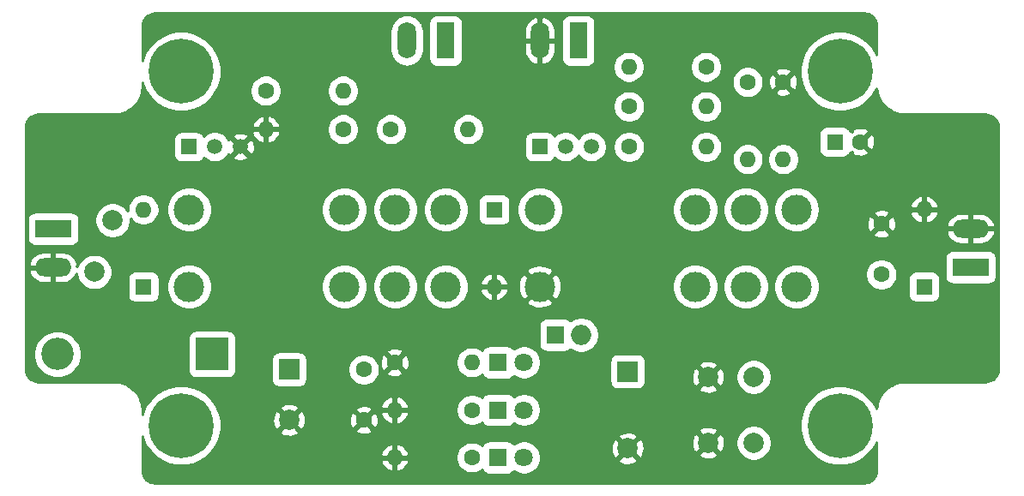
<source format=gtl>
G04 #@! TF.GenerationSoftware,KiCad,Pcbnew,(5.1.5)-3*
G04 #@! TF.CreationDate,2020-06-07T19:07:22+03:00*
G04 #@! TF.ProjectId,WaterLevelController_V1,57617465-724c-4657-9665-6c436f6e7472,rev?*
G04 #@! TF.SameCoordinates,Original*
G04 #@! TF.FileFunction,Copper,L1,Top*
G04 #@! TF.FilePolarity,Positive*
%FSLAX46Y46*%
G04 Gerber Fmt 4.6, Leading zero omitted, Abs format (unit mm)*
G04 Created by KiCad (PCBNEW (5.1.5)-3) date 2020-06-07 19:07:22*
%MOMM*%
%LPD*%
G04 APERTURE LIST*
%ADD10R,3.200000X3.200000*%
%ADD11O,3.200000X3.200000*%
%ADD12C,2.010000*%
%ADD13C,0.800000*%
%ADD14C,6.400000*%
%ADD15O,1.600000X1.600000*%
%ADD16C,1.600000*%
%ADD17C,3.000000*%
%ADD18R,3.600000X1.800000*%
%ADD19O,3.600000X1.800000*%
%ADD20R,1.800000X3.600000*%
%ADD21O,1.800000X3.600000*%
%ADD22C,2.000000*%
%ADD23R,2.000000X2.000000*%
%ADD24R,1.600000X1.600000*%
%ADD25C,1.800000*%
%ADD26R,1.800000X1.800000*%
%ADD27R,1.520000X1.520000*%
%ADD28C,1.520000*%
%ADD29O,2.000000X2.000000*%
%ADD30C,0.254000*%
G04 APERTURE END LIST*
D10*
X120650000Y-110490000D03*
D11*
X105410000Y-110490000D03*
D12*
X110867600Y-97262000D03*
X109067600Y-102362000D03*
D13*
X184312056Y-115832944D03*
X182615000Y-115130000D03*
X180917944Y-115832944D03*
X180215000Y-117530000D03*
X180917944Y-119227056D03*
X182615000Y-119930000D03*
X184312056Y-119227056D03*
X185015000Y-117530000D03*
D14*
X182615000Y-117530000D03*
X117615000Y-82530000D03*
D13*
X120015000Y-82530000D03*
X119312056Y-84227056D03*
X117615000Y-84930000D03*
X115917944Y-84227056D03*
X115215000Y-82530000D03*
X115917944Y-80832944D03*
X117615000Y-80130000D03*
X119312056Y-80832944D03*
D14*
X117615000Y-117530000D03*
D13*
X120015000Y-117530000D03*
X119312056Y-119227056D03*
X117615000Y-119930000D03*
X115917944Y-119227056D03*
X115215000Y-117530000D03*
X115917944Y-115832944D03*
X117615000Y-115130000D03*
X119312056Y-115832944D03*
X184312056Y-80832944D03*
X182615000Y-80130000D03*
X180917944Y-80832944D03*
X180215000Y-82530000D03*
X180917944Y-84227056D03*
X182615000Y-84930000D03*
X184312056Y-84227056D03*
X185015000Y-82530000D03*
D14*
X182615000Y-82530000D03*
D15*
X161780000Y-82100000D03*
D16*
X169400000Y-82100000D03*
D17*
X178320000Y-96200000D03*
X173320000Y-103820000D03*
X168320000Y-96200000D03*
X168320000Y-103820000D03*
X178320000Y-103820000D03*
X173320000Y-96200000D03*
X153000000Y-103820000D03*
X153000000Y-96200000D03*
D18*
X195500000Y-101900000D03*
D19*
X195500000Y-98090000D03*
D20*
X156800000Y-79500000D03*
D21*
X152990000Y-79500000D03*
D20*
X143700000Y-79500000D03*
D21*
X139890000Y-79500000D03*
D18*
X105000000Y-98100000D03*
D19*
X105000000Y-101910000D03*
D22*
X128270000Y-117000000D03*
D23*
X128270000Y-112000000D03*
D16*
X135636000Y-117000000D03*
X135636000Y-112000000D03*
X184600000Y-89500000D03*
D24*
X182100000Y-89500000D03*
D15*
X113900000Y-96200000D03*
D24*
X113900000Y-103820000D03*
D25*
X151440000Y-111300000D03*
D26*
X148900000Y-111300000D03*
D24*
X148500000Y-96200000D03*
D15*
X148500000Y-103820000D03*
D24*
X190900000Y-103820000D03*
D15*
X190900000Y-96180000D03*
D25*
X151440000Y-120700000D03*
D26*
X148900000Y-120700000D03*
X148900000Y-116000000D03*
D25*
X151440000Y-116000000D03*
D27*
X118400000Y-90000000D03*
D28*
X123480000Y-90000000D03*
X120940000Y-90000000D03*
X155540000Y-90000000D03*
X158080000Y-90000000D03*
D27*
X153000000Y-90000000D03*
D22*
X169600000Y-112750000D03*
X174100000Y-112750000D03*
X169600000Y-119250000D03*
X174100000Y-119250000D03*
D16*
X138303000Y-88265000D03*
D15*
X145923000Y-88265000D03*
X125980000Y-88265000D03*
D16*
X133600000Y-88265000D03*
X125980000Y-84455000D03*
D15*
X133600000Y-84455000D03*
X146304000Y-111300000D03*
D16*
X138684000Y-111300000D03*
X161800000Y-90000000D03*
D15*
X169420000Y-90000000D03*
X169420000Y-86000000D03*
D16*
X161800000Y-86000000D03*
X173500000Y-83600000D03*
D15*
X173500000Y-91220000D03*
X177000000Y-91220000D03*
D16*
X177000000Y-83600000D03*
D15*
X138684000Y-120700000D03*
D16*
X146304000Y-120700000D03*
X146304000Y-116000000D03*
D15*
X138684000Y-116000000D03*
D22*
X161671000Y-119800000D03*
D23*
X161671000Y-112200000D03*
D17*
X143720000Y-96200000D03*
X138720000Y-103820000D03*
X133720000Y-96200000D03*
X133720000Y-103820000D03*
X143720000Y-103820000D03*
X138720000Y-96200000D03*
X118400000Y-103820000D03*
X118400000Y-96200000D03*
D16*
X186690000Y-102600000D03*
X186690000Y-97600000D03*
D26*
X154559000Y-108585000D03*
D29*
X157099000Y-108585000D03*
D30*
G36*
X185234872Y-76813804D02*
G01*
X185460800Y-76882015D01*
X185669174Y-76992810D01*
X185852063Y-77141970D01*
X186002492Y-77323806D01*
X186114741Y-77531408D01*
X186184527Y-77756849D01*
X186213001Y-78027760D01*
X186213001Y-80863138D01*
X186126078Y-80653289D01*
X185692486Y-80004372D01*
X185140628Y-79452514D01*
X184491711Y-79018922D01*
X183770673Y-78720258D01*
X183005223Y-78568000D01*
X182224777Y-78568000D01*
X181459327Y-78720258D01*
X180738289Y-79018922D01*
X180089372Y-79452514D01*
X179537514Y-80004372D01*
X179103922Y-80653289D01*
X178805258Y-81374327D01*
X178653000Y-82139777D01*
X178653000Y-82920223D01*
X178805258Y-83685673D01*
X179103922Y-84406711D01*
X179537514Y-85055628D01*
X180089372Y-85607486D01*
X180738289Y-86041078D01*
X181459327Y-86339742D01*
X182224777Y-86492000D01*
X183005223Y-86492000D01*
X183770673Y-86339742D01*
X184491711Y-86041078D01*
X185140628Y-85607486D01*
X185692486Y-85055628D01*
X186126078Y-84406711D01*
X186224914Y-84168100D01*
X186258161Y-84484420D01*
X186272507Y-84554307D01*
X186285870Y-84624359D01*
X186289046Y-84634878D01*
X186404470Y-85007753D01*
X186432127Y-85073548D01*
X186458832Y-85139644D01*
X186463990Y-85149347D01*
X186649641Y-85492702D01*
X186689546Y-85551864D01*
X186728587Y-85611524D01*
X186735532Y-85620040D01*
X186984339Y-85920794D01*
X187034950Y-85971053D01*
X187084858Y-86022018D01*
X187093319Y-86029017D01*
X187093325Y-86029023D01*
X187093332Y-86029027D01*
X187395809Y-86275723D01*
X187455224Y-86315198D01*
X187514076Y-86355495D01*
X187523742Y-86360721D01*
X187868384Y-86543971D01*
X187934359Y-86571164D01*
X187999895Y-86599253D01*
X188010391Y-86602503D01*
X188384063Y-86715320D01*
X188454029Y-86729174D01*
X188523805Y-86744005D01*
X188534733Y-86745154D01*
X188923202Y-86783244D01*
X188923210Y-86783244D01*
X188961346Y-86787000D01*
X196961508Y-86787000D01*
X197234872Y-86813804D01*
X197460800Y-86882015D01*
X197669174Y-86992810D01*
X197852063Y-87141970D01*
X198002492Y-87323806D01*
X198114741Y-87531408D01*
X198184527Y-87756849D01*
X198213001Y-88027761D01*
X198213000Y-111961508D01*
X198186196Y-112234872D01*
X198117984Y-112460803D01*
X198007190Y-112669175D01*
X197858032Y-112852060D01*
X197676191Y-113002493D01*
X197468592Y-113114741D01*
X197243151Y-113184527D01*
X196972249Y-113213000D01*
X188961346Y-113213000D01*
X188927085Y-113216374D01*
X188914708Y-113216288D01*
X188903772Y-113217360D01*
X188515580Y-113258161D01*
X188445693Y-113272507D01*
X188375641Y-113285870D01*
X188365122Y-113289046D01*
X187992247Y-113404470D01*
X187926440Y-113432132D01*
X187860356Y-113458832D01*
X187850653Y-113463990D01*
X187507298Y-113649641D01*
X187448136Y-113689546D01*
X187388476Y-113728587D01*
X187379960Y-113735532D01*
X187079205Y-113984339D01*
X187028927Y-114034969D01*
X186977982Y-114084858D01*
X186970983Y-114093319D01*
X186970977Y-114093325D01*
X186970973Y-114093332D01*
X186724277Y-114395810D01*
X186684786Y-114455248D01*
X186644505Y-114514077D01*
X186639283Y-114523734D01*
X186639278Y-114523742D01*
X186639275Y-114523750D01*
X186456029Y-114868384D01*
X186428836Y-114934359D01*
X186400747Y-114999895D01*
X186397497Y-115010392D01*
X186284679Y-115384063D01*
X186270818Y-115454066D01*
X186255995Y-115523805D01*
X186254846Y-115534733D01*
X186220799Y-115881966D01*
X186126078Y-115653289D01*
X185692486Y-115004372D01*
X185140628Y-114452514D01*
X184491711Y-114018922D01*
X183770673Y-113720258D01*
X183005223Y-113568000D01*
X182224777Y-113568000D01*
X181459327Y-113720258D01*
X180738289Y-114018922D01*
X180089372Y-114452514D01*
X179537514Y-115004372D01*
X179103922Y-115653289D01*
X178805258Y-116374327D01*
X178653000Y-117139777D01*
X178653000Y-117920223D01*
X178805258Y-118685673D01*
X179103922Y-119406711D01*
X179537514Y-120055628D01*
X180089372Y-120607486D01*
X180738289Y-121041078D01*
X181459327Y-121339742D01*
X182224777Y-121492000D01*
X183005223Y-121492000D01*
X183770673Y-121339742D01*
X184491711Y-121041078D01*
X185140628Y-120607486D01*
X185692486Y-120055628D01*
X186126078Y-119406711D01*
X186213000Y-119196862D01*
X186213000Y-121961508D01*
X186186196Y-122234872D01*
X186117984Y-122460803D01*
X186007190Y-122669175D01*
X185858032Y-122852060D01*
X185676191Y-123002493D01*
X185468592Y-123114741D01*
X185243151Y-123184527D01*
X184972249Y-123213000D01*
X115038492Y-123213000D01*
X114765128Y-123186196D01*
X114539197Y-123117984D01*
X114330825Y-123007190D01*
X114147940Y-122858032D01*
X113997507Y-122676191D01*
X113885259Y-122468592D01*
X113815473Y-122243151D01*
X113787000Y-121972249D01*
X113787000Y-118593884D01*
X113805258Y-118685673D01*
X114103922Y-119406711D01*
X114537514Y-120055628D01*
X115089372Y-120607486D01*
X115738289Y-121041078D01*
X116459327Y-121339742D01*
X117224777Y-121492000D01*
X118005223Y-121492000D01*
X118770673Y-121339742D01*
X119472491Y-121049039D01*
X137292096Y-121049039D01*
X137332754Y-121183087D01*
X137452963Y-121437420D01*
X137620481Y-121663414D01*
X137828869Y-121852385D01*
X138070119Y-121997070D01*
X138334960Y-122091909D01*
X138557000Y-121970624D01*
X138557000Y-120827000D01*
X138811000Y-120827000D01*
X138811000Y-121970624D01*
X139033040Y-122091909D01*
X139297881Y-121997070D01*
X139539131Y-121852385D01*
X139747519Y-121663414D01*
X139915037Y-121437420D01*
X140035246Y-121183087D01*
X140075904Y-121049039D01*
X139953915Y-120827000D01*
X138811000Y-120827000D01*
X138557000Y-120827000D01*
X137414085Y-120827000D01*
X137292096Y-121049039D01*
X119472491Y-121049039D01*
X119491711Y-121041078D01*
X120140628Y-120607486D01*
X120397153Y-120350961D01*
X137292096Y-120350961D01*
X137414085Y-120573000D01*
X138557000Y-120573000D01*
X138557000Y-119429376D01*
X138811000Y-119429376D01*
X138811000Y-120573000D01*
X139953915Y-120573000D01*
X139968663Y-120546156D01*
X144742000Y-120546156D01*
X144742000Y-120853844D01*
X144802027Y-121155619D01*
X144919773Y-121439885D01*
X145090715Y-121695717D01*
X145308283Y-121913285D01*
X145564115Y-122084227D01*
X145848381Y-122201973D01*
X146150156Y-122262000D01*
X146457844Y-122262000D01*
X146759619Y-122201973D01*
X147043885Y-122084227D01*
X147299717Y-121913285D01*
X147302138Y-121910864D01*
X147363355Y-122025392D01*
X147458578Y-122141422D01*
X147574608Y-122236645D01*
X147706985Y-122307402D01*
X147850622Y-122350974D01*
X148000000Y-122365686D01*
X149800000Y-122365686D01*
X149949378Y-122350974D01*
X150093015Y-122307402D01*
X150225392Y-122236645D01*
X150341422Y-122141422D01*
X150435024Y-122027367D01*
X150652748Y-122172846D01*
X150955212Y-122298131D01*
X151276307Y-122362000D01*
X151603693Y-122362000D01*
X151924788Y-122298131D01*
X152227252Y-122172846D01*
X152499463Y-121990960D01*
X152730960Y-121759463D01*
X152912846Y-121487252D01*
X153038131Y-121184788D01*
X153087734Y-120935413D01*
X160715192Y-120935413D01*
X160810956Y-121199814D01*
X161100571Y-121340704D01*
X161412108Y-121422384D01*
X161733595Y-121441718D01*
X162052675Y-121397961D01*
X162357088Y-121292795D01*
X162531044Y-121199814D01*
X162626808Y-120935413D01*
X161671000Y-119979605D01*
X160715192Y-120935413D01*
X153087734Y-120935413D01*
X153102000Y-120863693D01*
X153102000Y-120536307D01*
X153038131Y-120215212D01*
X152912846Y-119912748D01*
X152879335Y-119862595D01*
X160029282Y-119862595D01*
X160073039Y-120181675D01*
X160178205Y-120486088D01*
X160271186Y-120660044D01*
X160535587Y-120755808D01*
X161491395Y-119800000D01*
X161850605Y-119800000D01*
X162806413Y-120755808D01*
X163070814Y-120660044D01*
X163204414Y-120385413D01*
X168644192Y-120385413D01*
X168739956Y-120649814D01*
X169029571Y-120790704D01*
X169341108Y-120872384D01*
X169662595Y-120891718D01*
X169981675Y-120847961D01*
X170286088Y-120742795D01*
X170460044Y-120649814D01*
X170555808Y-120385413D01*
X169600000Y-119429605D01*
X168644192Y-120385413D01*
X163204414Y-120385413D01*
X163211704Y-120370429D01*
X163293384Y-120058892D01*
X163312718Y-119737405D01*
X163268961Y-119418325D01*
X163232435Y-119312595D01*
X167958282Y-119312595D01*
X168002039Y-119631675D01*
X168107205Y-119936088D01*
X168200186Y-120110044D01*
X168464587Y-120205808D01*
X169420395Y-119250000D01*
X169779605Y-119250000D01*
X170735413Y-120205808D01*
X170999814Y-120110044D01*
X171140704Y-119820429D01*
X171222384Y-119508892D01*
X171241718Y-119187405D01*
X171226504Y-119076458D01*
X172338000Y-119076458D01*
X172338000Y-119423542D01*
X172405712Y-119763957D01*
X172538535Y-120084620D01*
X172731365Y-120373210D01*
X172976790Y-120618635D01*
X173265380Y-120811465D01*
X173586043Y-120944288D01*
X173926458Y-121012000D01*
X174273542Y-121012000D01*
X174613957Y-120944288D01*
X174934620Y-120811465D01*
X175223210Y-120618635D01*
X175468635Y-120373210D01*
X175661465Y-120084620D01*
X175794288Y-119763957D01*
X175862000Y-119423542D01*
X175862000Y-119076458D01*
X175794288Y-118736043D01*
X175661465Y-118415380D01*
X175468635Y-118126790D01*
X175223210Y-117881365D01*
X174934620Y-117688535D01*
X174613957Y-117555712D01*
X174273542Y-117488000D01*
X173926458Y-117488000D01*
X173586043Y-117555712D01*
X173265380Y-117688535D01*
X172976790Y-117881365D01*
X172731365Y-118126790D01*
X172538535Y-118415380D01*
X172405712Y-118736043D01*
X172338000Y-119076458D01*
X171226504Y-119076458D01*
X171197961Y-118868325D01*
X171092795Y-118563912D01*
X170999814Y-118389956D01*
X170735413Y-118294192D01*
X169779605Y-119250000D01*
X169420395Y-119250000D01*
X168464587Y-118294192D01*
X168200186Y-118389956D01*
X168059296Y-118679571D01*
X167977616Y-118991108D01*
X167958282Y-119312595D01*
X163232435Y-119312595D01*
X163163795Y-119113912D01*
X163070814Y-118939956D01*
X162806413Y-118844192D01*
X161850605Y-119800000D01*
X161491395Y-119800000D01*
X160535587Y-118844192D01*
X160271186Y-118939956D01*
X160130296Y-119229571D01*
X160048616Y-119541108D01*
X160029282Y-119862595D01*
X152879335Y-119862595D01*
X152730960Y-119640537D01*
X152499463Y-119409040D01*
X152227252Y-119227154D01*
X151924788Y-119101869D01*
X151603693Y-119038000D01*
X151276307Y-119038000D01*
X150955212Y-119101869D01*
X150652748Y-119227154D01*
X150435024Y-119372633D01*
X150341422Y-119258578D01*
X150225392Y-119163355D01*
X150093015Y-119092598D01*
X149949378Y-119049026D01*
X149800000Y-119034314D01*
X148000000Y-119034314D01*
X147850622Y-119049026D01*
X147706985Y-119092598D01*
X147574608Y-119163355D01*
X147458578Y-119258578D01*
X147363355Y-119374608D01*
X147302138Y-119489136D01*
X147299717Y-119486715D01*
X147043885Y-119315773D01*
X146759619Y-119198027D01*
X146457844Y-119138000D01*
X146150156Y-119138000D01*
X145848381Y-119198027D01*
X145564115Y-119315773D01*
X145308283Y-119486715D01*
X145090715Y-119704283D01*
X144919773Y-119960115D01*
X144802027Y-120244381D01*
X144742000Y-120546156D01*
X139968663Y-120546156D01*
X140075904Y-120350961D01*
X140035246Y-120216913D01*
X139915037Y-119962580D01*
X139747519Y-119736586D01*
X139539131Y-119547615D01*
X139297881Y-119402930D01*
X139033040Y-119308091D01*
X138811000Y-119429376D01*
X138557000Y-119429376D01*
X138334960Y-119308091D01*
X138070119Y-119402930D01*
X137828869Y-119547615D01*
X137620481Y-119736586D01*
X137452963Y-119962580D01*
X137332754Y-120216913D01*
X137292096Y-120350961D01*
X120397153Y-120350961D01*
X120692486Y-120055628D01*
X121126078Y-119406711D01*
X121424742Y-118685673D01*
X121428936Y-118664587D01*
X160715192Y-118664587D01*
X161671000Y-119620395D01*
X162626808Y-118664587D01*
X162531044Y-118400186D01*
X162241429Y-118259296D01*
X161929892Y-118177616D01*
X161608405Y-118158282D01*
X161289325Y-118202039D01*
X160984912Y-118307205D01*
X160810956Y-118400186D01*
X160715192Y-118664587D01*
X121428936Y-118664587D01*
X121534195Y-118135413D01*
X127314192Y-118135413D01*
X127409956Y-118399814D01*
X127699571Y-118540704D01*
X128011108Y-118622384D01*
X128332595Y-118641718D01*
X128651675Y-118597961D01*
X128956088Y-118492795D01*
X129130044Y-118399814D01*
X129225808Y-118135413D01*
X129083097Y-117992702D01*
X134822903Y-117992702D01*
X134894486Y-118236671D01*
X135149996Y-118357571D01*
X135424184Y-118426300D01*
X135706512Y-118440217D01*
X135986130Y-118398787D01*
X136252292Y-118303603D01*
X136377514Y-118236671D01*
X136413334Y-118114587D01*
X168644192Y-118114587D01*
X169600000Y-119070395D01*
X170555808Y-118114587D01*
X170460044Y-117850186D01*
X170170429Y-117709296D01*
X169858892Y-117627616D01*
X169537405Y-117608282D01*
X169218325Y-117652039D01*
X168913912Y-117757205D01*
X168739956Y-117850186D01*
X168644192Y-118114587D01*
X136413334Y-118114587D01*
X136449097Y-117992702D01*
X135636000Y-117179605D01*
X134822903Y-117992702D01*
X129083097Y-117992702D01*
X128270000Y-117179605D01*
X127314192Y-118135413D01*
X121534195Y-118135413D01*
X121577000Y-117920223D01*
X121577000Y-117139777D01*
X121561648Y-117062595D01*
X126628282Y-117062595D01*
X126672039Y-117381675D01*
X126777205Y-117686088D01*
X126870186Y-117860044D01*
X127134587Y-117955808D01*
X128090395Y-117000000D01*
X128449605Y-117000000D01*
X129405413Y-117955808D01*
X129669814Y-117860044D01*
X129810704Y-117570429D01*
X129892384Y-117258892D01*
X129903713Y-117070512D01*
X134195783Y-117070512D01*
X134237213Y-117350130D01*
X134332397Y-117616292D01*
X134399329Y-117741514D01*
X134643298Y-117813097D01*
X135456395Y-117000000D01*
X135815605Y-117000000D01*
X136628702Y-117813097D01*
X136872671Y-117741514D01*
X136993571Y-117486004D01*
X137062300Y-117211816D01*
X137076217Y-116929488D01*
X137034787Y-116649870D01*
X136939603Y-116383708D01*
X136921073Y-116349039D01*
X137292096Y-116349039D01*
X137332754Y-116483087D01*
X137452963Y-116737420D01*
X137620481Y-116963414D01*
X137828869Y-117152385D01*
X138070119Y-117297070D01*
X138334960Y-117391909D01*
X138557000Y-117270624D01*
X138557000Y-116127000D01*
X138811000Y-116127000D01*
X138811000Y-117270624D01*
X139033040Y-117391909D01*
X139297881Y-117297070D01*
X139539131Y-117152385D01*
X139747519Y-116963414D01*
X139915037Y-116737420D01*
X140035246Y-116483087D01*
X140075904Y-116349039D01*
X139953915Y-116127000D01*
X138811000Y-116127000D01*
X138557000Y-116127000D01*
X137414085Y-116127000D01*
X137292096Y-116349039D01*
X136921073Y-116349039D01*
X136872671Y-116258486D01*
X136628702Y-116186903D01*
X135815605Y-117000000D01*
X135456395Y-117000000D01*
X134643298Y-116186903D01*
X134399329Y-116258486D01*
X134278429Y-116513996D01*
X134209700Y-116788184D01*
X134195783Y-117070512D01*
X129903713Y-117070512D01*
X129911718Y-116937405D01*
X129867961Y-116618325D01*
X129762795Y-116313912D01*
X129669814Y-116139956D01*
X129405413Y-116044192D01*
X128449605Y-117000000D01*
X128090395Y-117000000D01*
X127134587Y-116044192D01*
X126870186Y-116139956D01*
X126729296Y-116429571D01*
X126647616Y-116741108D01*
X126628282Y-117062595D01*
X121561648Y-117062595D01*
X121424742Y-116374327D01*
X121213601Y-115864587D01*
X127314192Y-115864587D01*
X128270000Y-116820395D01*
X129083097Y-116007298D01*
X134822903Y-116007298D01*
X135636000Y-116820395D01*
X136449097Y-116007298D01*
X136377514Y-115763329D01*
X136140036Y-115650961D01*
X137292096Y-115650961D01*
X137414085Y-115873000D01*
X138557000Y-115873000D01*
X138557000Y-114729376D01*
X138811000Y-114729376D01*
X138811000Y-115873000D01*
X139953915Y-115873000D01*
X139968663Y-115846156D01*
X144742000Y-115846156D01*
X144742000Y-116153844D01*
X144802027Y-116455619D01*
X144919773Y-116739885D01*
X145090715Y-116995717D01*
X145308283Y-117213285D01*
X145564115Y-117384227D01*
X145848381Y-117501973D01*
X146150156Y-117562000D01*
X146457844Y-117562000D01*
X146759619Y-117501973D01*
X147043885Y-117384227D01*
X147299717Y-117213285D01*
X147302138Y-117210864D01*
X147363355Y-117325392D01*
X147458578Y-117441422D01*
X147574608Y-117536645D01*
X147706985Y-117607402D01*
X147850622Y-117650974D01*
X148000000Y-117665686D01*
X149800000Y-117665686D01*
X149949378Y-117650974D01*
X150093015Y-117607402D01*
X150225392Y-117536645D01*
X150341422Y-117441422D01*
X150435024Y-117327367D01*
X150652748Y-117472846D01*
X150955212Y-117598131D01*
X151276307Y-117662000D01*
X151603693Y-117662000D01*
X151924788Y-117598131D01*
X152227252Y-117472846D01*
X152499463Y-117290960D01*
X152730960Y-117059463D01*
X152912846Y-116787252D01*
X153038131Y-116484788D01*
X153102000Y-116163693D01*
X153102000Y-115836307D01*
X153038131Y-115515212D01*
X152912846Y-115212748D01*
X152730960Y-114940537D01*
X152499463Y-114709040D01*
X152227252Y-114527154D01*
X151924788Y-114401869D01*
X151603693Y-114338000D01*
X151276307Y-114338000D01*
X150955212Y-114401869D01*
X150652748Y-114527154D01*
X150435024Y-114672633D01*
X150341422Y-114558578D01*
X150225392Y-114463355D01*
X150093015Y-114392598D01*
X149949378Y-114349026D01*
X149800000Y-114334314D01*
X148000000Y-114334314D01*
X147850622Y-114349026D01*
X147706985Y-114392598D01*
X147574608Y-114463355D01*
X147458578Y-114558578D01*
X147363355Y-114674608D01*
X147302138Y-114789136D01*
X147299717Y-114786715D01*
X147043885Y-114615773D01*
X146759619Y-114498027D01*
X146457844Y-114438000D01*
X146150156Y-114438000D01*
X145848381Y-114498027D01*
X145564115Y-114615773D01*
X145308283Y-114786715D01*
X145090715Y-115004283D01*
X144919773Y-115260115D01*
X144802027Y-115544381D01*
X144742000Y-115846156D01*
X139968663Y-115846156D01*
X140075904Y-115650961D01*
X140035246Y-115516913D01*
X139915037Y-115262580D01*
X139747519Y-115036586D01*
X139539131Y-114847615D01*
X139297881Y-114702930D01*
X139033040Y-114608091D01*
X138811000Y-114729376D01*
X138557000Y-114729376D01*
X138334960Y-114608091D01*
X138070119Y-114702930D01*
X137828869Y-114847615D01*
X137620481Y-115036586D01*
X137452963Y-115262580D01*
X137332754Y-115516913D01*
X137292096Y-115650961D01*
X136140036Y-115650961D01*
X136122004Y-115642429D01*
X135847816Y-115573700D01*
X135565488Y-115559783D01*
X135285870Y-115601213D01*
X135019708Y-115696397D01*
X134894486Y-115763329D01*
X134822903Y-116007298D01*
X129083097Y-116007298D01*
X129225808Y-115864587D01*
X129130044Y-115600186D01*
X128840429Y-115459296D01*
X128528892Y-115377616D01*
X128207405Y-115358282D01*
X127888325Y-115402039D01*
X127583912Y-115507205D01*
X127409956Y-115600186D01*
X127314192Y-115864587D01*
X121213601Y-115864587D01*
X121126078Y-115653289D01*
X120692486Y-115004372D01*
X120140628Y-114452514D01*
X119491711Y-114018922D01*
X118770673Y-113720258D01*
X118005223Y-113568000D01*
X117224777Y-113568000D01*
X116459327Y-113720258D01*
X115738289Y-114018922D01*
X115089372Y-114452514D01*
X114537514Y-115004372D01*
X114103922Y-115653289D01*
X113805258Y-116374327D01*
X113787000Y-116466116D01*
X113787000Y-115961346D01*
X113783626Y-115927085D01*
X113783712Y-115914708D01*
X113782640Y-115903772D01*
X113741839Y-115515580D01*
X113727493Y-115445693D01*
X113714130Y-115375641D01*
X113710954Y-115365122D01*
X113595530Y-114992247D01*
X113567868Y-114926440D01*
X113541168Y-114860356D01*
X113536010Y-114850653D01*
X113350359Y-114507298D01*
X113310454Y-114448136D01*
X113271413Y-114388476D01*
X113264468Y-114379960D01*
X113015661Y-114079205D01*
X112965031Y-114028927D01*
X112915142Y-113977982D01*
X112906681Y-113970983D01*
X112906675Y-113970977D01*
X112906668Y-113970973D01*
X112604190Y-113724277D01*
X112544752Y-113684786D01*
X112485923Y-113644505D01*
X112476266Y-113639283D01*
X112476258Y-113639278D01*
X112476250Y-113639275D01*
X112131616Y-113456029D01*
X112065641Y-113428836D01*
X112000105Y-113400747D01*
X111989608Y-113397497D01*
X111615937Y-113284679D01*
X111545934Y-113270818D01*
X111476195Y-113255995D01*
X111465267Y-113254846D01*
X111076798Y-113216756D01*
X111076790Y-113216756D01*
X111038654Y-113213000D01*
X103538492Y-113213000D01*
X103265128Y-113186196D01*
X103039197Y-113117984D01*
X102830825Y-113007190D01*
X102647940Y-112858032D01*
X102497507Y-112676191D01*
X102385259Y-112468592D01*
X102315473Y-112243151D01*
X102287000Y-111972249D01*
X102287000Y-110257363D01*
X103048000Y-110257363D01*
X103048000Y-110722637D01*
X103138770Y-111178970D01*
X103316822Y-111608827D01*
X103575315Y-111995687D01*
X103904313Y-112324685D01*
X104291173Y-112583178D01*
X104721030Y-112761230D01*
X105177363Y-112852000D01*
X105642637Y-112852000D01*
X106098970Y-112761230D01*
X106528827Y-112583178D01*
X106915687Y-112324685D01*
X107244685Y-111995687D01*
X107503178Y-111608827D01*
X107681230Y-111178970D01*
X107772000Y-110722637D01*
X107772000Y-110257363D01*
X107681230Y-109801030D01*
X107503178Y-109371173D01*
X107244685Y-108984313D01*
X107150372Y-108890000D01*
X118284314Y-108890000D01*
X118284314Y-112090000D01*
X118299026Y-112239378D01*
X118342598Y-112383015D01*
X118413355Y-112515392D01*
X118508578Y-112631422D01*
X118624608Y-112726645D01*
X118756985Y-112797402D01*
X118900622Y-112840974D01*
X119050000Y-112855686D01*
X122250000Y-112855686D01*
X122399378Y-112840974D01*
X122543015Y-112797402D01*
X122675392Y-112726645D01*
X122791422Y-112631422D01*
X122886645Y-112515392D01*
X122957402Y-112383015D01*
X123000974Y-112239378D01*
X123015686Y-112090000D01*
X123015686Y-111000000D01*
X126504314Y-111000000D01*
X126504314Y-113000000D01*
X126519026Y-113149378D01*
X126562598Y-113293015D01*
X126633355Y-113425392D01*
X126728578Y-113541422D01*
X126844608Y-113636645D01*
X126976985Y-113707402D01*
X127120622Y-113750974D01*
X127270000Y-113765686D01*
X129270000Y-113765686D01*
X129419378Y-113750974D01*
X129563015Y-113707402D01*
X129695392Y-113636645D01*
X129811422Y-113541422D01*
X129906645Y-113425392D01*
X129977402Y-113293015D01*
X130020974Y-113149378D01*
X130035686Y-113000000D01*
X130035686Y-111846156D01*
X134074000Y-111846156D01*
X134074000Y-112153844D01*
X134134027Y-112455619D01*
X134251773Y-112739885D01*
X134422715Y-112995717D01*
X134640283Y-113213285D01*
X134896115Y-113384227D01*
X135180381Y-113501973D01*
X135482156Y-113562000D01*
X135789844Y-113562000D01*
X136091619Y-113501973D01*
X136375885Y-113384227D01*
X136631717Y-113213285D01*
X136849285Y-112995717D01*
X137020227Y-112739885D01*
X137137973Y-112455619D01*
X137170379Y-112292702D01*
X137870903Y-112292702D01*
X137942486Y-112536671D01*
X138197996Y-112657571D01*
X138472184Y-112726300D01*
X138754512Y-112740217D01*
X139034130Y-112698787D01*
X139300292Y-112603603D01*
X139425514Y-112536671D01*
X139497097Y-112292702D01*
X138684000Y-111479605D01*
X137870903Y-112292702D01*
X137170379Y-112292702D01*
X137198000Y-112153844D01*
X137198000Y-111846156D01*
X137137973Y-111544381D01*
X137065955Y-111370512D01*
X137243783Y-111370512D01*
X137285213Y-111650130D01*
X137380397Y-111916292D01*
X137447329Y-112041514D01*
X137691298Y-112113097D01*
X138504395Y-111300000D01*
X138863605Y-111300000D01*
X139676702Y-112113097D01*
X139920671Y-112041514D01*
X140041571Y-111786004D01*
X140110300Y-111511816D01*
X140124217Y-111229488D01*
X140111870Y-111146156D01*
X144742000Y-111146156D01*
X144742000Y-111453844D01*
X144802027Y-111755619D01*
X144919773Y-112039885D01*
X145090715Y-112295717D01*
X145308283Y-112513285D01*
X145564115Y-112684227D01*
X145848381Y-112801973D01*
X146150156Y-112862000D01*
X146457844Y-112862000D01*
X146759619Y-112801973D01*
X147043885Y-112684227D01*
X147299717Y-112513285D01*
X147302138Y-112510864D01*
X147363355Y-112625392D01*
X147458578Y-112741422D01*
X147574608Y-112836645D01*
X147706985Y-112907402D01*
X147850622Y-112950974D01*
X148000000Y-112965686D01*
X149800000Y-112965686D01*
X149949378Y-112950974D01*
X150093015Y-112907402D01*
X150225392Y-112836645D01*
X150341422Y-112741422D01*
X150435024Y-112627367D01*
X150652748Y-112772846D01*
X150955212Y-112898131D01*
X151276307Y-112962000D01*
X151603693Y-112962000D01*
X151924788Y-112898131D01*
X152227252Y-112772846D01*
X152499463Y-112590960D01*
X152730960Y-112359463D01*
X152912846Y-112087252D01*
X153038131Y-111784788D01*
X153102000Y-111463693D01*
X153102000Y-111200000D01*
X159905314Y-111200000D01*
X159905314Y-113200000D01*
X159920026Y-113349378D01*
X159963598Y-113493015D01*
X160034355Y-113625392D01*
X160129578Y-113741422D01*
X160245608Y-113836645D01*
X160377985Y-113907402D01*
X160521622Y-113950974D01*
X160671000Y-113965686D01*
X162671000Y-113965686D01*
X162820378Y-113950974D01*
X162964015Y-113907402D01*
X163005153Y-113885413D01*
X168644192Y-113885413D01*
X168739956Y-114149814D01*
X169029571Y-114290704D01*
X169341108Y-114372384D01*
X169662595Y-114391718D01*
X169981675Y-114347961D01*
X170286088Y-114242795D01*
X170460044Y-114149814D01*
X170555808Y-113885413D01*
X169600000Y-112929605D01*
X168644192Y-113885413D01*
X163005153Y-113885413D01*
X163096392Y-113836645D01*
X163212422Y-113741422D01*
X163307645Y-113625392D01*
X163378402Y-113493015D01*
X163421974Y-113349378D01*
X163436686Y-113200000D01*
X163436686Y-112812595D01*
X167958282Y-112812595D01*
X168002039Y-113131675D01*
X168107205Y-113436088D01*
X168200186Y-113610044D01*
X168464587Y-113705808D01*
X169420395Y-112750000D01*
X169779605Y-112750000D01*
X170735413Y-113705808D01*
X170999814Y-113610044D01*
X171140704Y-113320429D01*
X171222384Y-113008892D01*
X171241718Y-112687405D01*
X171226504Y-112576458D01*
X172338000Y-112576458D01*
X172338000Y-112923542D01*
X172405712Y-113263957D01*
X172538535Y-113584620D01*
X172731365Y-113873210D01*
X172976790Y-114118635D01*
X173265380Y-114311465D01*
X173586043Y-114444288D01*
X173926458Y-114512000D01*
X174273542Y-114512000D01*
X174613957Y-114444288D01*
X174934620Y-114311465D01*
X175223210Y-114118635D01*
X175468635Y-113873210D01*
X175661465Y-113584620D01*
X175794288Y-113263957D01*
X175862000Y-112923542D01*
X175862000Y-112576458D01*
X175794288Y-112236043D01*
X175661465Y-111915380D01*
X175468635Y-111626790D01*
X175223210Y-111381365D01*
X174934620Y-111188535D01*
X174613957Y-111055712D01*
X174273542Y-110988000D01*
X173926458Y-110988000D01*
X173586043Y-111055712D01*
X173265380Y-111188535D01*
X172976790Y-111381365D01*
X172731365Y-111626790D01*
X172538535Y-111915380D01*
X172405712Y-112236043D01*
X172338000Y-112576458D01*
X171226504Y-112576458D01*
X171197961Y-112368325D01*
X171092795Y-112063912D01*
X170999814Y-111889956D01*
X170735413Y-111794192D01*
X169779605Y-112750000D01*
X169420395Y-112750000D01*
X168464587Y-111794192D01*
X168200186Y-111889956D01*
X168059296Y-112179571D01*
X167977616Y-112491108D01*
X167958282Y-112812595D01*
X163436686Y-112812595D01*
X163436686Y-111614587D01*
X168644192Y-111614587D01*
X169600000Y-112570395D01*
X170555808Y-111614587D01*
X170460044Y-111350186D01*
X170170429Y-111209296D01*
X169858892Y-111127616D01*
X169537405Y-111108282D01*
X169218325Y-111152039D01*
X168913912Y-111257205D01*
X168739956Y-111350186D01*
X168644192Y-111614587D01*
X163436686Y-111614587D01*
X163436686Y-111200000D01*
X163421974Y-111050622D01*
X163378402Y-110906985D01*
X163307645Y-110774608D01*
X163212422Y-110658578D01*
X163096392Y-110563355D01*
X162964015Y-110492598D01*
X162820378Y-110449026D01*
X162671000Y-110434314D01*
X160671000Y-110434314D01*
X160521622Y-110449026D01*
X160377985Y-110492598D01*
X160245608Y-110563355D01*
X160129578Y-110658578D01*
X160034355Y-110774608D01*
X159963598Y-110906985D01*
X159920026Y-111050622D01*
X159905314Y-111200000D01*
X153102000Y-111200000D01*
X153102000Y-111136307D01*
X153038131Y-110815212D01*
X152912846Y-110512748D01*
X152730960Y-110240537D01*
X152499463Y-110009040D01*
X152227252Y-109827154D01*
X151924788Y-109701869D01*
X151603693Y-109638000D01*
X151276307Y-109638000D01*
X150955212Y-109701869D01*
X150652748Y-109827154D01*
X150435024Y-109972633D01*
X150341422Y-109858578D01*
X150225392Y-109763355D01*
X150093015Y-109692598D01*
X149949378Y-109649026D01*
X149800000Y-109634314D01*
X148000000Y-109634314D01*
X147850622Y-109649026D01*
X147706985Y-109692598D01*
X147574608Y-109763355D01*
X147458578Y-109858578D01*
X147363355Y-109974608D01*
X147302138Y-110089136D01*
X147299717Y-110086715D01*
X147043885Y-109915773D01*
X146759619Y-109798027D01*
X146457844Y-109738000D01*
X146150156Y-109738000D01*
X145848381Y-109798027D01*
X145564115Y-109915773D01*
X145308283Y-110086715D01*
X145090715Y-110304283D01*
X144919773Y-110560115D01*
X144802027Y-110844381D01*
X144742000Y-111146156D01*
X140111870Y-111146156D01*
X140082787Y-110949870D01*
X139987603Y-110683708D01*
X139920671Y-110558486D01*
X139676702Y-110486903D01*
X138863605Y-111300000D01*
X138504395Y-111300000D01*
X137691298Y-110486903D01*
X137447329Y-110558486D01*
X137326429Y-110813996D01*
X137257700Y-111088184D01*
X137243783Y-111370512D01*
X137065955Y-111370512D01*
X137020227Y-111260115D01*
X136849285Y-111004283D01*
X136631717Y-110786715D01*
X136375885Y-110615773D01*
X136091619Y-110498027D01*
X135789844Y-110438000D01*
X135482156Y-110438000D01*
X135180381Y-110498027D01*
X134896115Y-110615773D01*
X134640283Y-110786715D01*
X134422715Y-111004283D01*
X134251773Y-111260115D01*
X134134027Y-111544381D01*
X134074000Y-111846156D01*
X130035686Y-111846156D01*
X130035686Y-111000000D01*
X130020974Y-110850622D01*
X129977402Y-110706985D01*
X129906645Y-110574608D01*
X129811422Y-110458578D01*
X129695392Y-110363355D01*
X129590517Y-110307298D01*
X137870903Y-110307298D01*
X138684000Y-111120395D01*
X139497097Y-110307298D01*
X139425514Y-110063329D01*
X139170004Y-109942429D01*
X138895816Y-109873700D01*
X138613488Y-109859783D01*
X138333870Y-109901213D01*
X138067708Y-109996397D01*
X137942486Y-110063329D01*
X137870903Y-110307298D01*
X129590517Y-110307298D01*
X129563015Y-110292598D01*
X129419378Y-110249026D01*
X129270000Y-110234314D01*
X127270000Y-110234314D01*
X127120622Y-110249026D01*
X126976985Y-110292598D01*
X126844608Y-110363355D01*
X126728578Y-110458578D01*
X126633355Y-110574608D01*
X126562598Y-110706985D01*
X126519026Y-110850622D01*
X126504314Y-111000000D01*
X123015686Y-111000000D01*
X123015686Y-108890000D01*
X123000974Y-108740622D01*
X122957402Y-108596985D01*
X122886645Y-108464608D01*
X122791422Y-108348578D01*
X122675392Y-108253355D01*
X122543015Y-108182598D01*
X122399378Y-108139026D01*
X122250000Y-108124314D01*
X119050000Y-108124314D01*
X118900622Y-108139026D01*
X118756985Y-108182598D01*
X118624608Y-108253355D01*
X118508578Y-108348578D01*
X118413355Y-108464608D01*
X118342598Y-108596985D01*
X118299026Y-108740622D01*
X118284314Y-108890000D01*
X107150372Y-108890000D01*
X106915687Y-108655315D01*
X106528827Y-108396822D01*
X106098970Y-108218770D01*
X105642637Y-108128000D01*
X105177363Y-108128000D01*
X104721030Y-108218770D01*
X104291173Y-108396822D01*
X103904313Y-108655315D01*
X103575315Y-108984313D01*
X103316822Y-109371173D01*
X103138770Y-109801030D01*
X103048000Y-110257363D01*
X102287000Y-110257363D01*
X102287000Y-107685000D01*
X152893314Y-107685000D01*
X152893314Y-109485000D01*
X152908026Y-109634378D01*
X152951598Y-109778015D01*
X153022355Y-109910392D01*
X153117578Y-110026422D01*
X153233608Y-110121645D01*
X153365985Y-110192402D01*
X153509622Y-110235974D01*
X153659000Y-110250686D01*
X155459000Y-110250686D01*
X155608378Y-110235974D01*
X155752015Y-110192402D01*
X155884392Y-110121645D01*
X156000422Y-110026422D01*
X156030278Y-109990043D01*
X156264380Y-110146465D01*
X156585043Y-110279288D01*
X156925458Y-110347000D01*
X157272542Y-110347000D01*
X157612957Y-110279288D01*
X157933620Y-110146465D01*
X158222210Y-109953635D01*
X158467635Y-109708210D01*
X158660465Y-109419620D01*
X158793288Y-109098957D01*
X158861000Y-108758542D01*
X158861000Y-108411458D01*
X158793288Y-108071043D01*
X158660465Y-107750380D01*
X158467635Y-107461790D01*
X158222210Y-107216365D01*
X157933620Y-107023535D01*
X157612957Y-106890712D01*
X157272542Y-106823000D01*
X156925458Y-106823000D01*
X156585043Y-106890712D01*
X156264380Y-107023535D01*
X156030278Y-107179957D01*
X156000422Y-107143578D01*
X155884392Y-107048355D01*
X155752015Y-106977598D01*
X155608378Y-106934026D01*
X155459000Y-106919314D01*
X153659000Y-106919314D01*
X153509622Y-106934026D01*
X153365985Y-106977598D01*
X153233608Y-107048355D01*
X153117578Y-107143578D01*
X153022355Y-107259608D01*
X152951598Y-107391985D01*
X152908026Y-107535622D01*
X152893314Y-107685000D01*
X102287000Y-107685000D01*
X102287000Y-102274740D01*
X102608964Y-102274740D01*
X102633245Y-102380087D01*
X102753138Y-102657204D01*
X102924790Y-102905606D01*
X103141604Y-103115748D01*
X103395249Y-103279554D01*
X103675977Y-103390729D01*
X103973000Y-103445000D01*
X104873000Y-103445000D01*
X104873000Y-102037000D01*
X102729622Y-102037000D01*
X102608964Y-102274740D01*
X102287000Y-102274740D01*
X102287000Y-101545260D01*
X102608964Y-101545260D01*
X102729622Y-101783000D01*
X104873000Y-101783000D01*
X104873000Y-100375000D01*
X105127000Y-100375000D01*
X105127000Y-101783000D01*
X105147000Y-101783000D01*
X105147000Y-102037000D01*
X105127000Y-102037000D01*
X105127000Y-103445000D01*
X106027000Y-103445000D01*
X106324023Y-103390729D01*
X106604751Y-103279554D01*
X106858396Y-103115748D01*
X107075210Y-102905606D01*
X107246862Y-102657204D01*
X107300600Y-102532996D01*
X107300600Y-102536034D01*
X107368505Y-102877415D01*
X107501705Y-103198988D01*
X107695081Y-103488397D01*
X107941203Y-103734519D01*
X108230612Y-103927895D01*
X108552185Y-104061095D01*
X108893566Y-104129000D01*
X109241634Y-104129000D01*
X109583015Y-104061095D01*
X109904588Y-103927895D01*
X110193997Y-103734519D01*
X110440119Y-103488397D01*
X110633495Y-103198988D01*
X110707634Y-103020000D01*
X112334314Y-103020000D01*
X112334314Y-104620000D01*
X112349026Y-104769378D01*
X112392598Y-104913015D01*
X112463355Y-105045392D01*
X112558578Y-105161422D01*
X112674608Y-105256645D01*
X112806985Y-105327402D01*
X112950622Y-105370974D01*
X113100000Y-105385686D01*
X114700000Y-105385686D01*
X114849378Y-105370974D01*
X114993015Y-105327402D01*
X115125392Y-105256645D01*
X115241422Y-105161422D01*
X115336645Y-105045392D01*
X115407402Y-104913015D01*
X115450974Y-104769378D01*
X115465686Y-104620000D01*
X115465686Y-103597212D01*
X116138000Y-103597212D01*
X116138000Y-104042788D01*
X116224927Y-104479801D01*
X116395441Y-104891459D01*
X116642990Y-105261941D01*
X116958059Y-105577010D01*
X117328541Y-105824559D01*
X117740199Y-105995073D01*
X118177212Y-106082000D01*
X118622788Y-106082000D01*
X119059801Y-105995073D01*
X119471459Y-105824559D01*
X119841941Y-105577010D01*
X120157010Y-105261941D01*
X120404559Y-104891459D01*
X120575073Y-104479801D01*
X120662000Y-104042788D01*
X120662000Y-103597212D01*
X131458000Y-103597212D01*
X131458000Y-104042788D01*
X131544927Y-104479801D01*
X131715441Y-104891459D01*
X131962990Y-105261941D01*
X132278059Y-105577010D01*
X132648541Y-105824559D01*
X133060199Y-105995073D01*
X133497212Y-106082000D01*
X133942788Y-106082000D01*
X134379801Y-105995073D01*
X134791459Y-105824559D01*
X135161941Y-105577010D01*
X135477010Y-105261941D01*
X135724559Y-104891459D01*
X135895073Y-104479801D01*
X135982000Y-104042788D01*
X135982000Y-103597212D01*
X136458000Y-103597212D01*
X136458000Y-104042788D01*
X136544927Y-104479801D01*
X136715441Y-104891459D01*
X136962990Y-105261941D01*
X137278059Y-105577010D01*
X137648541Y-105824559D01*
X138060199Y-105995073D01*
X138497212Y-106082000D01*
X138942788Y-106082000D01*
X139379801Y-105995073D01*
X139791459Y-105824559D01*
X140161941Y-105577010D01*
X140477010Y-105261941D01*
X140724559Y-104891459D01*
X140895073Y-104479801D01*
X140982000Y-104042788D01*
X140982000Y-103597212D01*
X141458000Y-103597212D01*
X141458000Y-104042788D01*
X141544927Y-104479801D01*
X141715441Y-104891459D01*
X141962990Y-105261941D01*
X142278059Y-105577010D01*
X142648541Y-105824559D01*
X143060199Y-105995073D01*
X143497212Y-106082000D01*
X143942788Y-106082000D01*
X144379801Y-105995073D01*
X144791459Y-105824559D01*
X145161941Y-105577010D01*
X145427298Y-105311653D01*
X151687952Y-105311653D01*
X151843962Y-105627214D01*
X152218745Y-105818020D01*
X152623551Y-105932044D01*
X153042824Y-105964902D01*
X153460451Y-105915334D01*
X153860383Y-105785243D01*
X154156038Y-105627214D01*
X154312048Y-105311653D01*
X153000000Y-103999605D01*
X151687952Y-105311653D01*
X145427298Y-105311653D01*
X145477010Y-105261941D01*
X145724559Y-104891459D01*
X145895073Y-104479801D01*
X145956886Y-104169040D01*
X147108091Y-104169040D01*
X147202930Y-104433881D01*
X147347615Y-104675131D01*
X147536586Y-104883519D01*
X147762580Y-105051037D01*
X148016913Y-105171246D01*
X148150961Y-105211904D01*
X148373000Y-105089915D01*
X148373000Y-103947000D01*
X148627000Y-103947000D01*
X148627000Y-105089915D01*
X148849039Y-105211904D01*
X148983087Y-105171246D01*
X149237420Y-105051037D01*
X149463414Y-104883519D01*
X149652385Y-104675131D01*
X149797070Y-104433881D01*
X149891909Y-104169040D01*
X149770624Y-103947000D01*
X148627000Y-103947000D01*
X148373000Y-103947000D01*
X147229376Y-103947000D01*
X147108091Y-104169040D01*
X145956886Y-104169040D01*
X145982000Y-104042788D01*
X145982000Y-103862824D01*
X150855098Y-103862824D01*
X150904666Y-104280451D01*
X151034757Y-104680383D01*
X151192786Y-104976038D01*
X151508347Y-105132048D01*
X152820395Y-103820000D01*
X153179605Y-103820000D01*
X154491653Y-105132048D01*
X154807214Y-104976038D01*
X154998020Y-104601255D01*
X155112044Y-104196449D01*
X155144902Y-103777176D01*
X155123543Y-103597212D01*
X166058000Y-103597212D01*
X166058000Y-104042788D01*
X166144927Y-104479801D01*
X166315441Y-104891459D01*
X166562990Y-105261941D01*
X166878059Y-105577010D01*
X167248541Y-105824559D01*
X167660199Y-105995073D01*
X168097212Y-106082000D01*
X168542788Y-106082000D01*
X168979801Y-105995073D01*
X169391459Y-105824559D01*
X169761941Y-105577010D01*
X170077010Y-105261941D01*
X170324559Y-104891459D01*
X170495073Y-104479801D01*
X170582000Y-104042788D01*
X170582000Y-103597212D01*
X171058000Y-103597212D01*
X171058000Y-104042788D01*
X171144927Y-104479801D01*
X171315441Y-104891459D01*
X171562990Y-105261941D01*
X171878059Y-105577010D01*
X172248541Y-105824559D01*
X172660199Y-105995073D01*
X173097212Y-106082000D01*
X173542788Y-106082000D01*
X173979801Y-105995073D01*
X174391459Y-105824559D01*
X174761941Y-105577010D01*
X175077010Y-105261941D01*
X175324559Y-104891459D01*
X175495073Y-104479801D01*
X175582000Y-104042788D01*
X175582000Y-103597212D01*
X176058000Y-103597212D01*
X176058000Y-104042788D01*
X176144927Y-104479801D01*
X176315441Y-104891459D01*
X176562990Y-105261941D01*
X176878059Y-105577010D01*
X177248541Y-105824559D01*
X177660199Y-105995073D01*
X178097212Y-106082000D01*
X178542788Y-106082000D01*
X178979801Y-105995073D01*
X179391459Y-105824559D01*
X179761941Y-105577010D01*
X180077010Y-105261941D01*
X180324559Y-104891459D01*
X180495073Y-104479801D01*
X180582000Y-104042788D01*
X180582000Y-103597212D01*
X180495073Y-103160199D01*
X180324559Y-102748541D01*
X180122512Y-102446156D01*
X185128000Y-102446156D01*
X185128000Y-102753844D01*
X185188027Y-103055619D01*
X185305773Y-103339885D01*
X185476715Y-103595717D01*
X185694283Y-103813285D01*
X185950115Y-103984227D01*
X186234381Y-104101973D01*
X186536156Y-104162000D01*
X186843844Y-104162000D01*
X187145619Y-104101973D01*
X187429885Y-103984227D01*
X187685717Y-103813285D01*
X187903285Y-103595717D01*
X188074227Y-103339885D01*
X188191973Y-103055619D01*
X188199058Y-103020000D01*
X189334314Y-103020000D01*
X189334314Y-104620000D01*
X189349026Y-104769378D01*
X189392598Y-104913015D01*
X189463355Y-105045392D01*
X189558578Y-105161422D01*
X189674608Y-105256645D01*
X189806985Y-105327402D01*
X189950622Y-105370974D01*
X190100000Y-105385686D01*
X191700000Y-105385686D01*
X191849378Y-105370974D01*
X191993015Y-105327402D01*
X192125392Y-105256645D01*
X192241422Y-105161422D01*
X192336645Y-105045392D01*
X192407402Y-104913015D01*
X192450974Y-104769378D01*
X192465686Y-104620000D01*
X192465686Y-103020000D01*
X192450974Y-102870622D01*
X192407402Y-102726985D01*
X192336645Y-102594608D01*
X192241422Y-102478578D01*
X192125392Y-102383355D01*
X191993015Y-102312598D01*
X191849378Y-102269026D01*
X191700000Y-102254314D01*
X190100000Y-102254314D01*
X189950622Y-102269026D01*
X189806985Y-102312598D01*
X189674608Y-102383355D01*
X189558578Y-102478578D01*
X189463355Y-102594608D01*
X189392598Y-102726985D01*
X189349026Y-102870622D01*
X189334314Y-103020000D01*
X188199058Y-103020000D01*
X188252000Y-102753844D01*
X188252000Y-102446156D01*
X188191973Y-102144381D01*
X188074227Y-101860115D01*
X187903285Y-101604283D01*
X187685717Y-101386715D01*
X187429885Y-101215773D01*
X187145619Y-101098027D01*
X186843844Y-101038000D01*
X186536156Y-101038000D01*
X186234381Y-101098027D01*
X185950115Y-101215773D01*
X185694283Y-101386715D01*
X185476715Y-101604283D01*
X185305773Y-101860115D01*
X185188027Y-102144381D01*
X185128000Y-102446156D01*
X180122512Y-102446156D01*
X180077010Y-102378059D01*
X179761941Y-102062990D01*
X179391459Y-101815441D01*
X178979801Y-101644927D01*
X178542788Y-101558000D01*
X178097212Y-101558000D01*
X177660199Y-101644927D01*
X177248541Y-101815441D01*
X176878059Y-102062990D01*
X176562990Y-102378059D01*
X176315441Y-102748541D01*
X176144927Y-103160199D01*
X176058000Y-103597212D01*
X175582000Y-103597212D01*
X175495073Y-103160199D01*
X175324559Y-102748541D01*
X175077010Y-102378059D01*
X174761941Y-102062990D01*
X174391459Y-101815441D01*
X173979801Y-101644927D01*
X173542788Y-101558000D01*
X173097212Y-101558000D01*
X172660199Y-101644927D01*
X172248541Y-101815441D01*
X171878059Y-102062990D01*
X171562990Y-102378059D01*
X171315441Y-102748541D01*
X171144927Y-103160199D01*
X171058000Y-103597212D01*
X170582000Y-103597212D01*
X170495073Y-103160199D01*
X170324559Y-102748541D01*
X170077010Y-102378059D01*
X169761941Y-102062990D01*
X169391459Y-101815441D01*
X168979801Y-101644927D01*
X168542788Y-101558000D01*
X168097212Y-101558000D01*
X167660199Y-101644927D01*
X167248541Y-101815441D01*
X166878059Y-102062990D01*
X166562990Y-102378059D01*
X166315441Y-102748541D01*
X166144927Y-103160199D01*
X166058000Y-103597212D01*
X155123543Y-103597212D01*
X155095334Y-103359549D01*
X154965243Y-102959617D01*
X154807214Y-102663962D01*
X154491653Y-102507952D01*
X153179605Y-103820000D01*
X152820395Y-103820000D01*
X151508347Y-102507952D01*
X151192786Y-102663962D01*
X151001980Y-103038745D01*
X150887956Y-103443551D01*
X150855098Y-103862824D01*
X145982000Y-103862824D01*
X145982000Y-103597212D01*
X145956887Y-103470960D01*
X147108091Y-103470960D01*
X147229376Y-103693000D01*
X148373000Y-103693000D01*
X148373000Y-102550085D01*
X148627000Y-102550085D01*
X148627000Y-103693000D01*
X149770624Y-103693000D01*
X149891909Y-103470960D01*
X149797070Y-103206119D01*
X149652385Y-102964869D01*
X149463414Y-102756481D01*
X149237420Y-102588963D01*
X148983087Y-102468754D01*
X148849039Y-102428096D01*
X148627000Y-102550085D01*
X148373000Y-102550085D01*
X148150961Y-102428096D01*
X148016913Y-102468754D01*
X147762580Y-102588963D01*
X147536586Y-102756481D01*
X147347615Y-102964869D01*
X147202930Y-103206119D01*
X147108091Y-103470960D01*
X145956887Y-103470960D01*
X145895073Y-103160199D01*
X145724559Y-102748541D01*
X145477010Y-102378059D01*
X145427298Y-102328347D01*
X151687952Y-102328347D01*
X153000000Y-103640395D01*
X154312048Y-102328347D01*
X154156038Y-102012786D01*
X153781255Y-101821980D01*
X153376449Y-101707956D01*
X152957176Y-101675098D01*
X152539549Y-101724666D01*
X152139617Y-101854757D01*
X151843962Y-102012786D01*
X151687952Y-102328347D01*
X145427298Y-102328347D01*
X145161941Y-102062990D01*
X144791459Y-101815441D01*
X144379801Y-101644927D01*
X143942788Y-101558000D01*
X143497212Y-101558000D01*
X143060199Y-101644927D01*
X142648541Y-101815441D01*
X142278059Y-102062990D01*
X141962990Y-102378059D01*
X141715441Y-102748541D01*
X141544927Y-103160199D01*
X141458000Y-103597212D01*
X140982000Y-103597212D01*
X140895073Y-103160199D01*
X140724559Y-102748541D01*
X140477010Y-102378059D01*
X140161941Y-102062990D01*
X139791459Y-101815441D01*
X139379801Y-101644927D01*
X138942788Y-101558000D01*
X138497212Y-101558000D01*
X138060199Y-101644927D01*
X137648541Y-101815441D01*
X137278059Y-102062990D01*
X136962990Y-102378059D01*
X136715441Y-102748541D01*
X136544927Y-103160199D01*
X136458000Y-103597212D01*
X135982000Y-103597212D01*
X135895073Y-103160199D01*
X135724559Y-102748541D01*
X135477010Y-102378059D01*
X135161941Y-102062990D01*
X134791459Y-101815441D01*
X134379801Y-101644927D01*
X133942788Y-101558000D01*
X133497212Y-101558000D01*
X133060199Y-101644927D01*
X132648541Y-101815441D01*
X132278059Y-102062990D01*
X131962990Y-102378059D01*
X131715441Y-102748541D01*
X131544927Y-103160199D01*
X131458000Y-103597212D01*
X120662000Y-103597212D01*
X120575073Y-103160199D01*
X120404559Y-102748541D01*
X120157010Y-102378059D01*
X119841941Y-102062990D01*
X119471459Y-101815441D01*
X119059801Y-101644927D01*
X118622788Y-101558000D01*
X118177212Y-101558000D01*
X117740199Y-101644927D01*
X117328541Y-101815441D01*
X116958059Y-102062990D01*
X116642990Y-102378059D01*
X116395441Y-102748541D01*
X116224927Y-103160199D01*
X116138000Y-103597212D01*
X115465686Y-103597212D01*
X115465686Y-103020000D01*
X115450974Y-102870622D01*
X115407402Y-102726985D01*
X115336645Y-102594608D01*
X115241422Y-102478578D01*
X115125392Y-102383355D01*
X114993015Y-102312598D01*
X114849378Y-102269026D01*
X114700000Y-102254314D01*
X113100000Y-102254314D01*
X112950622Y-102269026D01*
X112806985Y-102312598D01*
X112674608Y-102383355D01*
X112558578Y-102478578D01*
X112463355Y-102594608D01*
X112392598Y-102726985D01*
X112349026Y-102870622D01*
X112334314Y-103020000D01*
X110707634Y-103020000D01*
X110766695Y-102877415D01*
X110834600Y-102536034D01*
X110834600Y-102187966D01*
X110766695Y-101846585D01*
X110633495Y-101525012D01*
X110440119Y-101235603D01*
X110204516Y-101000000D01*
X192934314Y-101000000D01*
X192934314Y-102800000D01*
X192949026Y-102949378D01*
X192992598Y-103093015D01*
X193063355Y-103225392D01*
X193158578Y-103341422D01*
X193274608Y-103436645D01*
X193406985Y-103507402D01*
X193550622Y-103550974D01*
X193700000Y-103565686D01*
X197300000Y-103565686D01*
X197449378Y-103550974D01*
X197593015Y-103507402D01*
X197725392Y-103436645D01*
X197841422Y-103341422D01*
X197936645Y-103225392D01*
X198007402Y-103093015D01*
X198050974Y-102949378D01*
X198065686Y-102800000D01*
X198065686Y-101000000D01*
X198050974Y-100850622D01*
X198007402Y-100706985D01*
X197936645Y-100574608D01*
X197841422Y-100458578D01*
X197725392Y-100363355D01*
X197593015Y-100292598D01*
X197449378Y-100249026D01*
X197300000Y-100234314D01*
X193700000Y-100234314D01*
X193550622Y-100249026D01*
X193406985Y-100292598D01*
X193274608Y-100363355D01*
X193158578Y-100458578D01*
X193063355Y-100574608D01*
X192992598Y-100706985D01*
X192949026Y-100850622D01*
X192934314Y-101000000D01*
X110204516Y-101000000D01*
X110193997Y-100989481D01*
X109904588Y-100796105D01*
X109583015Y-100662905D01*
X109241634Y-100595000D01*
X108893566Y-100595000D01*
X108552185Y-100662905D01*
X108230612Y-100796105D01*
X107941203Y-100989481D01*
X107695081Y-101235603D01*
X107501705Y-101525012D01*
X107394844Y-101782998D01*
X107270379Y-101782998D01*
X107391036Y-101545260D01*
X107366755Y-101439913D01*
X107246862Y-101162796D01*
X107075210Y-100914394D01*
X106858396Y-100704252D01*
X106604751Y-100540446D01*
X106324023Y-100429271D01*
X106027000Y-100375000D01*
X105127000Y-100375000D01*
X104873000Y-100375000D01*
X103973000Y-100375000D01*
X103675977Y-100429271D01*
X103395249Y-100540446D01*
X103141604Y-100704252D01*
X102924790Y-100914394D01*
X102753138Y-101162796D01*
X102633245Y-101439913D01*
X102608964Y-101545260D01*
X102287000Y-101545260D01*
X102287000Y-97200000D01*
X102434314Y-97200000D01*
X102434314Y-99000000D01*
X102449026Y-99149378D01*
X102492598Y-99293015D01*
X102563355Y-99425392D01*
X102658578Y-99541422D01*
X102774608Y-99636645D01*
X102906985Y-99707402D01*
X103050622Y-99750974D01*
X103200000Y-99765686D01*
X106800000Y-99765686D01*
X106949378Y-99750974D01*
X107093015Y-99707402D01*
X107225392Y-99636645D01*
X107341422Y-99541422D01*
X107436645Y-99425392D01*
X107507402Y-99293015D01*
X107550974Y-99149378D01*
X107565686Y-99000000D01*
X107565686Y-97200000D01*
X107554652Y-97087966D01*
X109100600Y-97087966D01*
X109100600Y-97436034D01*
X109168505Y-97777415D01*
X109301705Y-98098988D01*
X109495081Y-98388397D01*
X109741203Y-98634519D01*
X110030612Y-98827895D01*
X110352185Y-98961095D01*
X110693566Y-99029000D01*
X111041634Y-99029000D01*
X111383015Y-98961095D01*
X111704588Y-98827895D01*
X111993997Y-98634519D01*
X112035814Y-98592702D01*
X185876903Y-98592702D01*
X185948486Y-98836671D01*
X186203996Y-98957571D01*
X186478184Y-99026300D01*
X186760512Y-99040217D01*
X187040130Y-98998787D01*
X187306292Y-98903603D01*
X187431514Y-98836671D01*
X187503097Y-98592702D01*
X187365135Y-98454740D01*
X193108964Y-98454740D01*
X193133245Y-98560087D01*
X193253138Y-98837204D01*
X193424790Y-99085606D01*
X193641604Y-99295748D01*
X193895249Y-99459554D01*
X194175977Y-99570729D01*
X194473000Y-99625000D01*
X195373000Y-99625000D01*
X195373000Y-98217000D01*
X195627000Y-98217000D01*
X195627000Y-99625000D01*
X196527000Y-99625000D01*
X196824023Y-99570729D01*
X197104751Y-99459554D01*
X197358396Y-99295748D01*
X197575210Y-99085606D01*
X197746862Y-98837204D01*
X197866755Y-98560087D01*
X197891036Y-98454740D01*
X197770378Y-98217000D01*
X195627000Y-98217000D01*
X195373000Y-98217000D01*
X193229622Y-98217000D01*
X193108964Y-98454740D01*
X187365135Y-98454740D01*
X186690000Y-97779605D01*
X185876903Y-98592702D01*
X112035814Y-98592702D01*
X112240119Y-98388397D01*
X112433495Y-98098988D01*
X112566695Y-97777415D01*
X112634600Y-97436034D01*
X112634600Y-97117722D01*
X112686715Y-97195717D01*
X112904283Y-97413285D01*
X113160115Y-97584227D01*
X113444381Y-97701973D01*
X113746156Y-97762000D01*
X114053844Y-97762000D01*
X114355619Y-97701973D01*
X114639885Y-97584227D01*
X114895717Y-97413285D01*
X115113285Y-97195717D01*
X115284227Y-96939885D01*
X115401973Y-96655619D01*
X115462000Y-96353844D01*
X115462000Y-96046156D01*
X115448287Y-95977212D01*
X116138000Y-95977212D01*
X116138000Y-96422788D01*
X116224927Y-96859801D01*
X116395441Y-97271459D01*
X116642990Y-97641941D01*
X116958059Y-97957010D01*
X117328541Y-98204559D01*
X117740199Y-98375073D01*
X118177212Y-98462000D01*
X118622788Y-98462000D01*
X119059801Y-98375073D01*
X119471459Y-98204559D01*
X119841941Y-97957010D01*
X120157010Y-97641941D01*
X120404559Y-97271459D01*
X120575073Y-96859801D01*
X120662000Y-96422788D01*
X120662000Y-95977212D01*
X131458000Y-95977212D01*
X131458000Y-96422788D01*
X131544927Y-96859801D01*
X131715441Y-97271459D01*
X131962990Y-97641941D01*
X132278059Y-97957010D01*
X132648541Y-98204559D01*
X133060199Y-98375073D01*
X133497212Y-98462000D01*
X133942788Y-98462000D01*
X134379801Y-98375073D01*
X134791459Y-98204559D01*
X135161941Y-97957010D01*
X135477010Y-97641941D01*
X135724559Y-97271459D01*
X135895073Y-96859801D01*
X135982000Y-96422788D01*
X135982000Y-95977212D01*
X136458000Y-95977212D01*
X136458000Y-96422788D01*
X136544927Y-96859801D01*
X136715441Y-97271459D01*
X136962990Y-97641941D01*
X137278059Y-97957010D01*
X137648541Y-98204559D01*
X138060199Y-98375073D01*
X138497212Y-98462000D01*
X138942788Y-98462000D01*
X139379801Y-98375073D01*
X139791459Y-98204559D01*
X140161941Y-97957010D01*
X140477010Y-97641941D01*
X140724559Y-97271459D01*
X140895073Y-96859801D01*
X140982000Y-96422788D01*
X140982000Y-95977212D01*
X141458000Y-95977212D01*
X141458000Y-96422788D01*
X141544927Y-96859801D01*
X141715441Y-97271459D01*
X141962990Y-97641941D01*
X142278059Y-97957010D01*
X142648541Y-98204559D01*
X143060199Y-98375073D01*
X143497212Y-98462000D01*
X143942788Y-98462000D01*
X144379801Y-98375073D01*
X144791459Y-98204559D01*
X145161941Y-97957010D01*
X145477010Y-97641941D01*
X145724559Y-97271459D01*
X145895073Y-96859801D01*
X145982000Y-96422788D01*
X145982000Y-95977212D01*
X145895073Y-95540199D01*
X145837001Y-95400000D01*
X146934314Y-95400000D01*
X146934314Y-97000000D01*
X146949026Y-97149378D01*
X146992598Y-97293015D01*
X147063355Y-97425392D01*
X147158578Y-97541422D01*
X147274608Y-97636645D01*
X147406985Y-97707402D01*
X147550622Y-97750974D01*
X147700000Y-97765686D01*
X149300000Y-97765686D01*
X149449378Y-97750974D01*
X149593015Y-97707402D01*
X149725392Y-97636645D01*
X149841422Y-97541422D01*
X149936645Y-97425392D01*
X150007402Y-97293015D01*
X150050974Y-97149378D01*
X150065686Y-97000000D01*
X150065686Y-95977212D01*
X150738000Y-95977212D01*
X150738000Y-96422788D01*
X150824927Y-96859801D01*
X150995441Y-97271459D01*
X151242990Y-97641941D01*
X151558059Y-97957010D01*
X151928541Y-98204559D01*
X152340199Y-98375073D01*
X152777212Y-98462000D01*
X153222788Y-98462000D01*
X153659801Y-98375073D01*
X154071459Y-98204559D01*
X154441941Y-97957010D01*
X154757010Y-97641941D01*
X155004559Y-97271459D01*
X155175073Y-96859801D01*
X155262000Y-96422788D01*
X155262000Y-95977212D01*
X166058000Y-95977212D01*
X166058000Y-96422788D01*
X166144927Y-96859801D01*
X166315441Y-97271459D01*
X166562990Y-97641941D01*
X166878059Y-97957010D01*
X167248541Y-98204559D01*
X167660199Y-98375073D01*
X168097212Y-98462000D01*
X168542788Y-98462000D01*
X168979801Y-98375073D01*
X169391459Y-98204559D01*
X169761941Y-97957010D01*
X170077010Y-97641941D01*
X170324559Y-97271459D01*
X170495073Y-96859801D01*
X170582000Y-96422788D01*
X170582000Y-95977212D01*
X171058000Y-95977212D01*
X171058000Y-96422788D01*
X171144927Y-96859801D01*
X171315441Y-97271459D01*
X171562990Y-97641941D01*
X171878059Y-97957010D01*
X172248541Y-98204559D01*
X172660199Y-98375073D01*
X173097212Y-98462000D01*
X173542788Y-98462000D01*
X173979801Y-98375073D01*
X174391459Y-98204559D01*
X174761941Y-97957010D01*
X175077010Y-97641941D01*
X175324559Y-97271459D01*
X175495073Y-96859801D01*
X175582000Y-96422788D01*
X175582000Y-95977212D01*
X176058000Y-95977212D01*
X176058000Y-96422788D01*
X176144927Y-96859801D01*
X176315441Y-97271459D01*
X176562990Y-97641941D01*
X176878059Y-97957010D01*
X177248541Y-98204559D01*
X177660199Y-98375073D01*
X178097212Y-98462000D01*
X178542788Y-98462000D01*
X178979801Y-98375073D01*
X179391459Y-98204559D01*
X179761941Y-97957010D01*
X180048439Y-97670512D01*
X185249783Y-97670512D01*
X185291213Y-97950130D01*
X185386397Y-98216292D01*
X185453329Y-98341514D01*
X185697298Y-98413097D01*
X186510395Y-97600000D01*
X186869605Y-97600000D01*
X187682702Y-98413097D01*
X187926671Y-98341514D01*
X188047571Y-98086004D01*
X188116300Y-97811816D01*
X188120566Y-97725260D01*
X193108964Y-97725260D01*
X193229622Y-97963000D01*
X195373000Y-97963000D01*
X195373000Y-96555000D01*
X195627000Y-96555000D01*
X195627000Y-97963000D01*
X197770378Y-97963000D01*
X197891036Y-97725260D01*
X197866755Y-97619913D01*
X197746862Y-97342796D01*
X197575210Y-97094394D01*
X197358396Y-96884252D01*
X197104751Y-96720446D01*
X196824023Y-96609271D01*
X196527000Y-96555000D01*
X195627000Y-96555000D01*
X195373000Y-96555000D01*
X194473000Y-96555000D01*
X194175977Y-96609271D01*
X193895249Y-96720446D01*
X193641604Y-96884252D01*
X193424790Y-97094394D01*
X193253138Y-97342796D01*
X193133245Y-97619913D01*
X193108964Y-97725260D01*
X188120566Y-97725260D01*
X188130217Y-97529488D01*
X188088787Y-97249870D01*
X187993603Y-96983708D01*
X187926671Y-96858486D01*
X187682702Y-96786903D01*
X186869605Y-97600000D01*
X186510395Y-97600000D01*
X185697298Y-96786903D01*
X185453329Y-96858486D01*
X185332429Y-97113996D01*
X185263700Y-97388184D01*
X185249783Y-97670512D01*
X180048439Y-97670512D01*
X180077010Y-97641941D01*
X180324559Y-97271459D01*
X180495073Y-96859801D01*
X180545298Y-96607298D01*
X185876903Y-96607298D01*
X186690000Y-97420395D01*
X187503097Y-96607298D01*
X187480136Y-96529040D01*
X189508091Y-96529040D01*
X189602930Y-96793881D01*
X189747615Y-97035131D01*
X189936586Y-97243519D01*
X190162580Y-97411037D01*
X190416913Y-97531246D01*
X190550961Y-97571904D01*
X190773000Y-97449915D01*
X190773000Y-96307000D01*
X191027000Y-96307000D01*
X191027000Y-97449915D01*
X191249039Y-97571904D01*
X191383087Y-97531246D01*
X191637420Y-97411037D01*
X191863414Y-97243519D01*
X192052385Y-97035131D01*
X192197070Y-96793881D01*
X192291909Y-96529040D01*
X192170624Y-96307000D01*
X191027000Y-96307000D01*
X190773000Y-96307000D01*
X189629376Y-96307000D01*
X189508091Y-96529040D01*
X187480136Y-96529040D01*
X187431514Y-96363329D01*
X187176004Y-96242429D01*
X186901816Y-96173700D01*
X186619488Y-96159783D01*
X186339870Y-96201213D01*
X186073708Y-96296397D01*
X185948486Y-96363329D01*
X185876903Y-96607298D01*
X180545298Y-96607298D01*
X180582000Y-96422788D01*
X180582000Y-95977212D01*
X180552909Y-95830960D01*
X189508091Y-95830960D01*
X189629376Y-96053000D01*
X190773000Y-96053000D01*
X190773000Y-94910085D01*
X191027000Y-94910085D01*
X191027000Y-96053000D01*
X192170624Y-96053000D01*
X192291909Y-95830960D01*
X192197070Y-95566119D01*
X192052385Y-95324869D01*
X191863414Y-95116481D01*
X191637420Y-94948963D01*
X191383087Y-94828754D01*
X191249039Y-94788096D01*
X191027000Y-94910085D01*
X190773000Y-94910085D01*
X190550961Y-94788096D01*
X190416913Y-94828754D01*
X190162580Y-94948963D01*
X189936586Y-95116481D01*
X189747615Y-95324869D01*
X189602930Y-95566119D01*
X189508091Y-95830960D01*
X180552909Y-95830960D01*
X180495073Y-95540199D01*
X180324559Y-95128541D01*
X180077010Y-94758059D01*
X179761941Y-94442990D01*
X179391459Y-94195441D01*
X178979801Y-94024927D01*
X178542788Y-93938000D01*
X178097212Y-93938000D01*
X177660199Y-94024927D01*
X177248541Y-94195441D01*
X176878059Y-94442990D01*
X176562990Y-94758059D01*
X176315441Y-95128541D01*
X176144927Y-95540199D01*
X176058000Y-95977212D01*
X175582000Y-95977212D01*
X175495073Y-95540199D01*
X175324559Y-95128541D01*
X175077010Y-94758059D01*
X174761941Y-94442990D01*
X174391459Y-94195441D01*
X173979801Y-94024927D01*
X173542788Y-93938000D01*
X173097212Y-93938000D01*
X172660199Y-94024927D01*
X172248541Y-94195441D01*
X171878059Y-94442990D01*
X171562990Y-94758059D01*
X171315441Y-95128541D01*
X171144927Y-95540199D01*
X171058000Y-95977212D01*
X170582000Y-95977212D01*
X170495073Y-95540199D01*
X170324559Y-95128541D01*
X170077010Y-94758059D01*
X169761941Y-94442990D01*
X169391459Y-94195441D01*
X168979801Y-94024927D01*
X168542788Y-93938000D01*
X168097212Y-93938000D01*
X167660199Y-94024927D01*
X167248541Y-94195441D01*
X166878059Y-94442990D01*
X166562990Y-94758059D01*
X166315441Y-95128541D01*
X166144927Y-95540199D01*
X166058000Y-95977212D01*
X155262000Y-95977212D01*
X155175073Y-95540199D01*
X155004559Y-95128541D01*
X154757010Y-94758059D01*
X154441941Y-94442990D01*
X154071459Y-94195441D01*
X153659801Y-94024927D01*
X153222788Y-93938000D01*
X152777212Y-93938000D01*
X152340199Y-94024927D01*
X151928541Y-94195441D01*
X151558059Y-94442990D01*
X151242990Y-94758059D01*
X150995441Y-95128541D01*
X150824927Y-95540199D01*
X150738000Y-95977212D01*
X150065686Y-95977212D01*
X150065686Y-95400000D01*
X150050974Y-95250622D01*
X150007402Y-95106985D01*
X149936645Y-94974608D01*
X149841422Y-94858578D01*
X149725392Y-94763355D01*
X149593015Y-94692598D01*
X149449378Y-94649026D01*
X149300000Y-94634314D01*
X147700000Y-94634314D01*
X147550622Y-94649026D01*
X147406985Y-94692598D01*
X147274608Y-94763355D01*
X147158578Y-94858578D01*
X147063355Y-94974608D01*
X146992598Y-95106985D01*
X146949026Y-95250622D01*
X146934314Y-95400000D01*
X145837001Y-95400000D01*
X145724559Y-95128541D01*
X145477010Y-94758059D01*
X145161941Y-94442990D01*
X144791459Y-94195441D01*
X144379801Y-94024927D01*
X143942788Y-93938000D01*
X143497212Y-93938000D01*
X143060199Y-94024927D01*
X142648541Y-94195441D01*
X142278059Y-94442990D01*
X141962990Y-94758059D01*
X141715441Y-95128541D01*
X141544927Y-95540199D01*
X141458000Y-95977212D01*
X140982000Y-95977212D01*
X140895073Y-95540199D01*
X140724559Y-95128541D01*
X140477010Y-94758059D01*
X140161941Y-94442990D01*
X139791459Y-94195441D01*
X139379801Y-94024927D01*
X138942788Y-93938000D01*
X138497212Y-93938000D01*
X138060199Y-94024927D01*
X137648541Y-94195441D01*
X137278059Y-94442990D01*
X136962990Y-94758059D01*
X136715441Y-95128541D01*
X136544927Y-95540199D01*
X136458000Y-95977212D01*
X135982000Y-95977212D01*
X135895073Y-95540199D01*
X135724559Y-95128541D01*
X135477010Y-94758059D01*
X135161941Y-94442990D01*
X134791459Y-94195441D01*
X134379801Y-94024927D01*
X133942788Y-93938000D01*
X133497212Y-93938000D01*
X133060199Y-94024927D01*
X132648541Y-94195441D01*
X132278059Y-94442990D01*
X131962990Y-94758059D01*
X131715441Y-95128541D01*
X131544927Y-95540199D01*
X131458000Y-95977212D01*
X120662000Y-95977212D01*
X120575073Y-95540199D01*
X120404559Y-95128541D01*
X120157010Y-94758059D01*
X119841941Y-94442990D01*
X119471459Y-94195441D01*
X119059801Y-94024927D01*
X118622788Y-93938000D01*
X118177212Y-93938000D01*
X117740199Y-94024927D01*
X117328541Y-94195441D01*
X116958059Y-94442990D01*
X116642990Y-94758059D01*
X116395441Y-95128541D01*
X116224927Y-95540199D01*
X116138000Y-95977212D01*
X115448287Y-95977212D01*
X115401973Y-95744381D01*
X115284227Y-95460115D01*
X115113285Y-95204283D01*
X114895717Y-94986715D01*
X114639885Y-94815773D01*
X114355619Y-94698027D01*
X114053844Y-94638000D01*
X113746156Y-94638000D01*
X113444381Y-94698027D01*
X113160115Y-94815773D01*
X112904283Y-94986715D01*
X112686715Y-95204283D01*
X112515773Y-95460115D01*
X112398027Y-95744381D01*
X112338000Y-96046156D01*
X112338000Y-96282093D01*
X112240119Y-96135603D01*
X111993997Y-95889481D01*
X111704588Y-95696105D01*
X111383015Y-95562905D01*
X111041634Y-95495000D01*
X110693566Y-95495000D01*
X110352185Y-95562905D01*
X110030612Y-95696105D01*
X109741203Y-95889481D01*
X109495081Y-96135603D01*
X109301705Y-96425012D01*
X109168505Y-96746585D01*
X109100600Y-97087966D01*
X107554652Y-97087966D01*
X107550974Y-97050622D01*
X107507402Y-96906985D01*
X107436645Y-96774608D01*
X107341422Y-96658578D01*
X107225392Y-96563355D01*
X107093015Y-96492598D01*
X106949378Y-96449026D01*
X106800000Y-96434314D01*
X103200000Y-96434314D01*
X103050622Y-96449026D01*
X102906985Y-96492598D01*
X102774608Y-96563355D01*
X102658578Y-96658578D01*
X102563355Y-96774608D01*
X102492598Y-96906985D01*
X102449026Y-97050622D01*
X102434314Y-97200000D01*
X102287000Y-97200000D01*
X102287000Y-89240000D01*
X116874314Y-89240000D01*
X116874314Y-90760000D01*
X116889026Y-90909378D01*
X116932598Y-91053015D01*
X117003355Y-91185392D01*
X117098578Y-91301422D01*
X117214608Y-91396645D01*
X117346985Y-91467402D01*
X117490622Y-91510974D01*
X117640000Y-91525686D01*
X119160000Y-91525686D01*
X119309378Y-91510974D01*
X119453015Y-91467402D01*
X119585392Y-91396645D01*
X119701422Y-91301422D01*
X119796645Y-91185392D01*
X119858060Y-91070492D01*
X119969782Y-91182214D01*
X120219063Y-91348779D01*
X120496049Y-91463510D01*
X120790096Y-91522000D01*
X121089904Y-91522000D01*
X121383951Y-91463510D01*
X121660937Y-91348779D01*
X121910218Y-91182214D01*
X122122214Y-90970218D01*
X122126277Y-90964137D01*
X122695469Y-90964137D01*
X122762206Y-91204025D01*
X123010892Y-91320924D01*
X123277606Y-91387061D01*
X123552097Y-91399895D01*
X123823817Y-91358931D01*
X124082326Y-91265744D01*
X124197794Y-91204025D01*
X124264531Y-90964137D01*
X123480000Y-90179605D01*
X122695469Y-90964137D01*
X122126277Y-90964137D01*
X122288543Y-90721290D01*
X122515863Y-90784531D01*
X123300395Y-90000000D01*
X123659605Y-90000000D01*
X124444137Y-90784531D01*
X124684025Y-90717794D01*
X124800924Y-90469108D01*
X124867061Y-90202394D01*
X124879895Y-89927903D01*
X124838931Y-89656183D01*
X124745744Y-89397674D01*
X124684025Y-89282206D01*
X124444137Y-89215469D01*
X123659605Y-90000000D01*
X123300395Y-90000000D01*
X122515863Y-89215469D01*
X122288543Y-89278710D01*
X122126278Y-89035863D01*
X122695469Y-89035863D01*
X123480000Y-89820395D01*
X124264531Y-89035863D01*
X124197794Y-88795975D01*
X123949108Y-88679076D01*
X123686831Y-88614039D01*
X124588096Y-88614039D01*
X124628754Y-88748087D01*
X124748963Y-89002420D01*
X124916481Y-89228414D01*
X125124869Y-89417385D01*
X125366119Y-89562070D01*
X125630960Y-89656909D01*
X125853000Y-89535624D01*
X125853000Y-88392000D01*
X126107000Y-88392000D01*
X126107000Y-89535624D01*
X126329040Y-89656909D01*
X126593881Y-89562070D01*
X126835131Y-89417385D01*
X127043519Y-89228414D01*
X127211037Y-89002420D01*
X127331246Y-88748087D01*
X127371904Y-88614039D01*
X127249915Y-88392000D01*
X126107000Y-88392000D01*
X125853000Y-88392000D01*
X124710085Y-88392000D01*
X124588096Y-88614039D01*
X123686831Y-88614039D01*
X123682394Y-88612939D01*
X123407903Y-88600105D01*
X123136183Y-88641069D01*
X122877674Y-88734256D01*
X122762206Y-88795975D01*
X122695469Y-89035863D01*
X122126278Y-89035863D01*
X122122214Y-89029782D01*
X121910218Y-88817786D01*
X121660937Y-88651221D01*
X121383951Y-88536490D01*
X121089904Y-88478000D01*
X120790096Y-88478000D01*
X120496049Y-88536490D01*
X120219063Y-88651221D01*
X119969782Y-88817786D01*
X119858060Y-88929508D01*
X119796645Y-88814608D01*
X119701422Y-88698578D01*
X119585392Y-88603355D01*
X119453015Y-88532598D01*
X119309378Y-88489026D01*
X119160000Y-88474314D01*
X117640000Y-88474314D01*
X117490622Y-88489026D01*
X117346985Y-88532598D01*
X117214608Y-88603355D01*
X117098578Y-88698578D01*
X117003355Y-88814608D01*
X116932598Y-88946985D01*
X116889026Y-89090622D01*
X116874314Y-89240000D01*
X102287000Y-89240000D01*
X102287000Y-88038492D01*
X102299014Y-87915961D01*
X124588096Y-87915961D01*
X124710085Y-88138000D01*
X125853000Y-88138000D01*
X125853000Y-86994376D01*
X126107000Y-86994376D01*
X126107000Y-88138000D01*
X127249915Y-88138000D01*
X127264663Y-88111156D01*
X132038000Y-88111156D01*
X132038000Y-88418844D01*
X132098027Y-88720619D01*
X132215773Y-89004885D01*
X132386715Y-89260717D01*
X132604283Y-89478285D01*
X132860115Y-89649227D01*
X133144381Y-89766973D01*
X133446156Y-89827000D01*
X133753844Y-89827000D01*
X134055619Y-89766973D01*
X134339885Y-89649227D01*
X134595717Y-89478285D01*
X134813285Y-89260717D01*
X134984227Y-89004885D01*
X135101973Y-88720619D01*
X135162000Y-88418844D01*
X135162000Y-88111156D01*
X136741000Y-88111156D01*
X136741000Y-88418844D01*
X136801027Y-88720619D01*
X136918773Y-89004885D01*
X137089715Y-89260717D01*
X137307283Y-89478285D01*
X137563115Y-89649227D01*
X137847381Y-89766973D01*
X138149156Y-89827000D01*
X138456844Y-89827000D01*
X138758619Y-89766973D01*
X139042885Y-89649227D01*
X139298717Y-89478285D01*
X139516285Y-89260717D01*
X139687227Y-89004885D01*
X139804973Y-88720619D01*
X139865000Y-88418844D01*
X139865000Y-88111156D01*
X144361000Y-88111156D01*
X144361000Y-88418844D01*
X144421027Y-88720619D01*
X144538773Y-89004885D01*
X144709715Y-89260717D01*
X144927283Y-89478285D01*
X145183115Y-89649227D01*
X145467381Y-89766973D01*
X145769156Y-89827000D01*
X146076844Y-89827000D01*
X146378619Y-89766973D01*
X146662885Y-89649227D01*
X146918717Y-89478285D01*
X147136285Y-89260717D01*
X147150127Y-89240000D01*
X151474314Y-89240000D01*
X151474314Y-90760000D01*
X151489026Y-90909378D01*
X151532598Y-91053015D01*
X151603355Y-91185392D01*
X151698578Y-91301422D01*
X151814608Y-91396645D01*
X151946985Y-91467402D01*
X152090622Y-91510974D01*
X152240000Y-91525686D01*
X153760000Y-91525686D01*
X153909378Y-91510974D01*
X154053015Y-91467402D01*
X154185392Y-91396645D01*
X154301422Y-91301422D01*
X154396645Y-91185392D01*
X154458060Y-91070492D01*
X154569782Y-91182214D01*
X154819063Y-91348779D01*
X155096049Y-91463510D01*
X155390096Y-91522000D01*
X155689904Y-91522000D01*
X155983951Y-91463510D01*
X156260937Y-91348779D01*
X156510218Y-91182214D01*
X156722214Y-90970218D01*
X156810000Y-90838838D01*
X156897786Y-90970218D01*
X157109782Y-91182214D01*
X157359063Y-91348779D01*
X157636049Y-91463510D01*
X157930096Y-91522000D01*
X158229904Y-91522000D01*
X158523951Y-91463510D01*
X158800937Y-91348779D01*
X159050218Y-91182214D01*
X159262214Y-90970218D01*
X159428779Y-90720937D01*
X159543510Y-90443951D01*
X159602000Y-90149904D01*
X159602000Y-89850096D01*
X159601217Y-89846156D01*
X160238000Y-89846156D01*
X160238000Y-90153844D01*
X160298027Y-90455619D01*
X160415773Y-90739885D01*
X160586715Y-90995717D01*
X160804283Y-91213285D01*
X161060115Y-91384227D01*
X161344381Y-91501973D01*
X161646156Y-91562000D01*
X161953844Y-91562000D01*
X162255619Y-91501973D01*
X162539885Y-91384227D01*
X162795717Y-91213285D01*
X163013285Y-90995717D01*
X163184227Y-90739885D01*
X163301973Y-90455619D01*
X163362000Y-90153844D01*
X163362000Y-89846156D01*
X167858000Y-89846156D01*
X167858000Y-90153844D01*
X167918027Y-90455619D01*
X168035773Y-90739885D01*
X168206715Y-90995717D01*
X168424283Y-91213285D01*
X168680115Y-91384227D01*
X168964381Y-91501973D01*
X169266156Y-91562000D01*
X169573844Y-91562000D01*
X169875619Y-91501973D01*
X170159885Y-91384227D01*
X170415717Y-91213285D01*
X170562846Y-91066156D01*
X171938000Y-91066156D01*
X171938000Y-91373844D01*
X171998027Y-91675619D01*
X172115773Y-91959885D01*
X172286715Y-92215717D01*
X172504283Y-92433285D01*
X172760115Y-92604227D01*
X173044381Y-92721973D01*
X173346156Y-92782000D01*
X173653844Y-92782000D01*
X173955619Y-92721973D01*
X174239885Y-92604227D01*
X174495717Y-92433285D01*
X174713285Y-92215717D01*
X174884227Y-91959885D01*
X175001973Y-91675619D01*
X175062000Y-91373844D01*
X175062000Y-91066156D01*
X175438000Y-91066156D01*
X175438000Y-91373844D01*
X175498027Y-91675619D01*
X175615773Y-91959885D01*
X175786715Y-92215717D01*
X176004283Y-92433285D01*
X176260115Y-92604227D01*
X176544381Y-92721973D01*
X176846156Y-92782000D01*
X177153844Y-92782000D01*
X177455619Y-92721973D01*
X177739885Y-92604227D01*
X177995717Y-92433285D01*
X178213285Y-92215717D01*
X178384227Y-91959885D01*
X178501973Y-91675619D01*
X178562000Y-91373844D01*
X178562000Y-91066156D01*
X178501973Y-90764381D01*
X178384227Y-90480115D01*
X178213285Y-90224283D01*
X177995717Y-90006715D01*
X177739885Y-89835773D01*
X177455619Y-89718027D01*
X177153844Y-89658000D01*
X176846156Y-89658000D01*
X176544381Y-89718027D01*
X176260115Y-89835773D01*
X176004283Y-90006715D01*
X175786715Y-90224283D01*
X175615773Y-90480115D01*
X175498027Y-90764381D01*
X175438000Y-91066156D01*
X175062000Y-91066156D01*
X175001973Y-90764381D01*
X174884227Y-90480115D01*
X174713285Y-90224283D01*
X174495717Y-90006715D01*
X174239885Y-89835773D01*
X173955619Y-89718027D01*
X173653844Y-89658000D01*
X173346156Y-89658000D01*
X173044381Y-89718027D01*
X172760115Y-89835773D01*
X172504283Y-90006715D01*
X172286715Y-90224283D01*
X172115773Y-90480115D01*
X171998027Y-90764381D01*
X171938000Y-91066156D01*
X170562846Y-91066156D01*
X170633285Y-90995717D01*
X170804227Y-90739885D01*
X170921973Y-90455619D01*
X170982000Y-90153844D01*
X170982000Y-89846156D01*
X170921973Y-89544381D01*
X170804227Y-89260115D01*
X170633285Y-89004283D01*
X170415717Y-88786715D01*
X170285940Y-88700000D01*
X180534314Y-88700000D01*
X180534314Y-90300000D01*
X180549026Y-90449378D01*
X180592598Y-90593015D01*
X180663355Y-90725392D01*
X180758578Y-90841422D01*
X180874608Y-90936645D01*
X181006985Y-91007402D01*
X181150622Y-91050974D01*
X181300000Y-91065686D01*
X182900000Y-91065686D01*
X183049378Y-91050974D01*
X183193015Y-91007402D01*
X183325392Y-90936645D01*
X183441422Y-90841422D01*
X183536645Y-90725392D01*
X183607402Y-90593015D01*
X183618403Y-90556750D01*
X183670630Y-90608977D01*
X183786903Y-90492704D01*
X183858486Y-90736671D01*
X184113996Y-90857571D01*
X184388184Y-90926300D01*
X184670512Y-90940217D01*
X184950130Y-90898787D01*
X185216292Y-90803603D01*
X185341514Y-90736671D01*
X185413097Y-90492702D01*
X184600000Y-89679605D01*
X184585858Y-89693748D01*
X184406253Y-89514143D01*
X184420395Y-89500000D01*
X184779605Y-89500000D01*
X185592702Y-90313097D01*
X185836671Y-90241514D01*
X185957571Y-89986004D01*
X186026300Y-89711816D01*
X186040217Y-89429488D01*
X185998787Y-89149870D01*
X185903603Y-88883708D01*
X185836671Y-88758486D01*
X185592702Y-88686903D01*
X184779605Y-89500000D01*
X184420395Y-89500000D01*
X184406253Y-89485858D01*
X184585858Y-89306253D01*
X184600000Y-89320395D01*
X185413097Y-88507298D01*
X185341514Y-88263329D01*
X185086004Y-88142429D01*
X184811816Y-88073700D01*
X184529488Y-88059783D01*
X184249870Y-88101213D01*
X183983708Y-88196397D01*
X183858486Y-88263329D01*
X183786903Y-88507296D01*
X183670630Y-88391023D01*
X183618403Y-88443250D01*
X183607402Y-88406985D01*
X183536645Y-88274608D01*
X183441422Y-88158578D01*
X183325392Y-88063355D01*
X183193015Y-87992598D01*
X183049378Y-87949026D01*
X182900000Y-87934314D01*
X181300000Y-87934314D01*
X181150622Y-87949026D01*
X181006985Y-87992598D01*
X180874608Y-88063355D01*
X180758578Y-88158578D01*
X180663355Y-88274608D01*
X180592598Y-88406985D01*
X180549026Y-88550622D01*
X180534314Y-88700000D01*
X170285940Y-88700000D01*
X170159885Y-88615773D01*
X169875619Y-88498027D01*
X169573844Y-88438000D01*
X169266156Y-88438000D01*
X168964381Y-88498027D01*
X168680115Y-88615773D01*
X168424283Y-88786715D01*
X168206715Y-89004283D01*
X168035773Y-89260115D01*
X167918027Y-89544381D01*
X167858000Y-89846156D01*
X163362000Y-89846156D01*
X163301973Y-89544381D01*
X163184227Y-89260115D01*
X163013285Y-89004283D01*
X162795717Y-88786715D01*
X162539885Y-88615773D01*
X162255619Y-88498027D01*
X161953844Y-88438000D01*
X161646156Y-88438000D01*
X161344381Y-88498027D01*
X161060115Y-88615773D01*
X160804283Y-88786715D01*
X160586715Y-89004283D01*
X160415773Y-89260115D01*
X160298027Y-89544381D01*
X160238000Y-89846156D01*
X159601217Y-89846156D01*
X159543510Y-89556049D01*
X159428779Y-89279063D01*
X159262214Y-89029782D01*
X159050218Y-88817786D01*
X158800937Y-88651221D01*
X158523951Y-88536490D01*
X158229904Y-88478000D01*
X157930096Y-88478000D01*
X157636049Y-88536490D01*
X157359063Y-88651221D01*
X157109782Y-88817786D01*
X156897786Y-89029782D01*
X156810000Y-89161162D01*
X156722214Y-89029782D01*
X156510218Y-88817786D01*
X156260937Y-88651221D01*
X155983951Y-88536490D01*
X155689904Y-88478000D01*
X155390096Y-88478000D01*
X155096049Y-88536490D01*
X154819063Y-88651221D01*
X154569782Y-88817786D01*
X154458060Y-88929508D01*
X154396645Y-88814608D01*
X154301422Y-88698578D01*
X154185392Y-88603355D01*
X154053015Y-88532598D01*
X153909378Y-88489026D01*
X153760000Y-88474314D01*
X152240000Y-88474314D01*
X152090622Y-88489026D01*
X151946985Y-88532598D01*
X151814608Y-88603355D01*
X151698578Y-88698578D01*
X151603355Y-88814608D01*
X151532598Y-88946985D01*
X151489026Y-89090622D01*
X151474314Y-89240000D01*
X147150127Y-89240000D01*
X147307227Y-89004885D01*
X147424973Y-88720619D01*
X147485000Y-88418844D01*
X147485000Y-88111156D01*
X147424973Y-87809381D01*
X147307227Y-87525115D01*
X147136285Y-87269283D01*
X146918717Y-87051715D01*
X146662885Y-86880773D01*
X146378619Y-86763027D01*
X146076844Y-86703000D01*
X145769156Y-86703000D01*
X145467381Y-86763027D01*
X145183115Y-86880773D01*
X144927283Y-87051715D01*
X144709715Y-87269283D01*
X144538773Y-87525115D01*
X144421027Y-87809381D01*
X144361000Y-88111156D01*
X139865000Y-88111156D01*
X139804973Y-87809381D01*
X139687227Y-87525115D01*
X139516285Y-87269283D01*
X139298717Y-87051715D01*
X139042885Y-86880773D01*
X138758619Y-86763027D01*
X138456844Y-86703000D01*
X138149156Y-86703000D01*
X137847381Y-86763027D01*
X137563115Y-86880773D01*
X137307283Y-87051715D01*
X137089715Y-87269283D01*
X136918773Y-87525115D01*
X136801027Y-87809381D01*
X136741000Y-88111156D01*
X135162000Y-88111156D01*
X135101973Y-87809381D01*
X134984227Y-87525115D01*
X134813285Y-87269283D01*
X134595717Y-87051715D01*
X134339885Y-86880773D01*
X134055619Y-86763027D01*
X133753844Y-86703000D01*
X133446156Y-86703000D01*
X133144381Y-86763027D01*
X132860115Y-86880773D01*
X132604283Y-87051715D01*
X132386715Y-87269283D01*
X132215773Y-87525115D01*
X132098027Y-87809381D01*
X132038000Y-88111156D01*
X127264663Y-88111156D01*
X127371904Y-87915961D01*
X127331246Y-87781913D01*
X127211037Y-87527580D01*
X127043519Y-87301586D01*
X126835131Y-87112615D01*
X126593881Y-86967930D01*
X126329040Y-86873091D01*
X126107000Y-86994376D01*
X125853000Y-86994376D01*
X125630960Y-86873091D01*
X125366119Y-86967930D01*
X125124869Y-87112615D01*
X124916481Y-87301586D01*
X124748963Y-87527580D01*
X124628754Y-87781913D01*
X124588096Y-87915961D01*
X102299014Y-87915961D01*
X102313804Y-87765128D01*
X102382015Y-87539200D01*
X102492810Y-87330826D01*
X102641970Y-87147937D01*
X102823806Y-86997508D01*
X103031408Y-86885259D01*
X103256849Y-86815473D01*
X103527751Y-86787000D01*
X111038654Y-86787000D01*
X111072915Y-86783626D01*
X111085292Y-86783712D01*
X111096227Y-86782640D01*
X111484420Y-86741839D01*
X111554307Y-86727493D01*
X111624359Y-86714130D01*
X111634878Y-86710954D01*
X112007753Y-86595530D01*
X112073548Y-86567873D01*
X112139644Y-86541168D01*
X112149347Y-86536010D01*
X112492702Y-86350359D01*
X112551864Y-86310454D01*
X112611524Y-86271413D01*
X112620040Y-86264468D01*
X112920794Y-86015661D01*
X112971053Y-85965050D01*
X113022018Y-85915142D01*
X113029017Y-85906681D01*
X113029023Y-85906675D01*
X113029027Y-85906668D01*
X113275723Y-85604191D01*
X113315198Y-85544776D01*
X113355495Y-85485924D01*
X113360721Y-85476258D01*
X113543971Y-85131616D01*
X113571164Y-85065641D01*
X113599253Y-85000105D01*
X113602503Y-84989609D01*
X113715320Y-84615937D01*
X113729174Y-84545971D01*
X113744005Y-84476195D01*
X113745154Y-84465267D01*
X113783244Y-84076798D01*
X113783244Y-84076790D01*
X113787000Y-84038654D01*
X113787000Y-83593884D01*
X113805258Y-83685673D01*
X114103922Y-84406711D01*
X114537514Y-85055628D01*
X115089372Y-85607486D01*
X115738289Y-86041078D01*
X116459327Y-86339742D01*
X117224777Y-86492000D01*
X118005223Y-86492000D01*
X118770673Y-86339742D01*
X119491711Y-86041078D01*
X120140628Y-85607486D01*
X120692486Y-85055628D01*
X121126078Y-84406711D01*
X121169800Y-84301156D01*
X124418000Y-84301156D01*
X124418000Y-84608844D01*
X124478027Y-84910619D01*
X124595773Y-85194885D01*
X124766715Y-85450717D01*
X124984283Y-85668285D01*
X125240115Y-85839227D01*
X125524381Y-85956973D01*
X125826156Y-86017000D01*
X126133844Y-86017000D01*
X126435619Y-85956973D01*
X126719885Y-85839227D01*
X126975717Y-85668285D01*
X127193285Y-85450717D01*
X127364227Y-85194885D01*
X127481973Y-84910619D01*
X127542000Y-84608844D01*
X127542000Y-84301156D01*
X132038000Y-84301156D01*
X132038000Y-84608844D01*
X132098027Y-84910619D01*
X132215773Y-85194885D01*
X132386715Y-85450717D01*
X132604283Y-85668285D01*
X132860115Y-85839227D01*
X133144381Y-85956973D01*
X133446156Y-86017000D01*
X133753844Y-86017000D01*
X134055619Y-85956973D01*
X134323156Y-85846156D01*
X160238000Y-85846156D01*
X160238000Y-86153844D01*
X160298027Y-86455619D01*
X160415773Y-86739885D01*
X160586715Y-86995717D01*
X160804283Y-87213285D01*
X161060115Y-87384227D01*
X161344381Y-87501973D01*
X161646156Y-87562000D01*
X161953844Y-87562000D01*
X162255619Y-87501973D01*
X162539885Y-87384227D01*
X162795717Y-87213285D01*
X163013285Y-86995717D01*
X163184227Y-86739885D01*
X163301973Y-86455619D01*
X163362000Y-86153844D01*
X163362000Y-85846156D01*
X167858000Y-85846156D01*
X167858000Y-86153844D01*
X167918027Y-86455619D01*
X168035773Y-86739885D01*
X168206715Y-86995717D01*
X168424283Y-87213285D01*
X168680115Y-87384227D01*
X168964381Y-87501973D01*
X169266156Y-87562000D01*
X169573844Y-87562000D01*
X169875619Y-87501973D01*
X170159885Y-87384227D01*
X170415717Y-87213285D01*
X170633285Y-86995717D01*
X170804227Y-86739885D01*
X170921973Y-86455619D01*
X170982000Y-86153844D01*
X170982000Y-85846156D01*
X170921973Y-85544381D01*
X170804227Y-85260115D01*
X170633285Y-85004283D01*
X170415717Y-84786715D01*
X170159885Y-84615773D01*
X169875619Y-84498027D01*
X169573844Y-84438000D01*
X169266156Y-84438000D01*
X168964381Y-84498027D01*
X168680115Y-84615773D01*
X168424283Y-84786715D01*
X168206715Y-85004283D01*
X168035773Y-85260115D01*
X167918027Y-85544381D01*
X167858000Y-85846156D01*
X163362000Y-85846156D01*
X163301973Y-85544381D01*
X163184227Y-85260115D01*
X163013285Y-85004283D01*
X162795717Y-84786715D01*
X162539885Y-84615773D01*
X162255619Y-84498027D01*
X161953844Y-84438000D01*
X161646156Y-84438000D01*
X161344381Y-84498027D01*
X161060115Y-84615773D01*
X160804283Y-84786715D01*
X160586715Y-85004283D01*
X160415773Y-85260115D01*
X160298027Y-85544381D01*
X160238000Y-85846156D01*
X134323156Y-85846156D01*
X134339885Y-85839227D01*
X134595717Y-85668285D01*
X134813285Y-85450717D01*
X134984227Y-85194885D01*
X135101973Y-84910619D01*
X135162000Y-84608844D01*
X135162000Y-84301156D01*
X135101973Y-83999381D01*
X134984227Y-83715115D01*
X134813285Y-83459283D01*
X134595717Y-83241715D01*
X134339885Y-83070773D01*
X134055619Y-82953027D01*
X133753844Y-82893000D01*
X133446156Y-82893000D01*
X133144381Y-82953027D01*
X132860115Y-83070773D01*
X132604283Y-83241715D01*
X132386715Y-83459283D01*
X132215773Y-83715115D01*
X132098027Y-83999381D01*
X132038000Y-84301156D01*
X127542000Y-84301156D01*
X127481973Y-83999381D01*
X127364227Y-83715115D01*
X127193285Y-83459283D01*
X126975717Y-83241715D01*
X126719885Y-83070773D01*
X126435619Y-82953027D01*
X126133844Y-82893000D01*
X125826156Y-82893000D01*
X125524381Y-82953027D01*
X125240115Y-83070773D01*
X124984283Y-83241715D01*
X124766715Y-83459283D01*
X124595773Y-83715115D01*
X124478027Y-83999381D01*
X124418000Y-84301156D01*
X121169800Y-84301156D01*
X121424742Y-83685673D01*
X121577000Y-82920223D01*
X121577000Y-82139777D01*
X121424742Y-81374327D01*
X121126078Y-80653289D01*
X120692486Y-80004372D01*
X120140628Y-79452514D01*
X119491711Y-79018922D01*
X118770673Y-78720258D01*
X118005223Y-78568000D01*
X117224777Y-78568000D01*
X116459327Y-78720258D01*
X115738289Y-79018922D01*
X115089372Y-79452514D01*
X114537514Y-80004372D01*
X114103922Y-80653289D01*
X113805258Y-81374327D01*
X113787000Y-81466116D01*
X113787000Y-78518357D01*
X138228000Y-78518357D01*
X138228000Y-80481642D01*
X138252048Y-80725808D01*
X138347083Y-81039096D01*
X138501412Y-81327824D01*
X138709103Y-81580897D01*
X138962175Y-81788588D01*
X139250903Y-81942917D01*
X139564191Y-82037952D01*
X139890000Y-82070041D01*
X140215808Y-82037952D01*
X140529096Y-81942917D01*
X140817824Y-81788588D01*
X141070897Y-81580897D01*
X141278588Y-81327825D01*
X141432917Y-81039097D01*
X141527952Y-80725809D01*
X141552000Y-80481643D01*
X141552000Y-78518357D01*
X141527952Y-78274191D01*
X141432917Y-77960903D01*
X141293461Y-77700000D01*
X142034314Y-77700000D01*
X142034314Y-81300000D01*
X142049026Y-81449378D01*
X142092598Y-81593015D01*
X142163355Y-81725392D01*
X142258578Y-81841422D01*
X142374608Y-81936645D01*
X142506985Y-82007402D01*
X142650622Y-82050974D01*
X142800000Y-82065686D01*
X144600000Y-82065686D01*
X144749378Y-82050974D01*
X144893015Y-82007402D01*
X145025392Y-81936645D01*
X145141422Y-81841422D01*
X145236645Y-81725392D01*
X145307402Y-81593015D01*
X145350974Y-81449378D01*
X145365686Y-81300000D01*
X145365686Y-79627000D01*
X151455000Y-79627000D01*
X151455000Y-80527000D01*
X151509271Y-80824023D01*
X151620446Y-81104751D01*
X151784252Y-81358396D01*
X151994394Y-81575210D01*
X152242796Y-81746862D01*
X152519913Y-81866755D01*
X152625260Y-81891036D01*
X152863000Y-81770378D01*
X152863000Y-79627000D01*
X153117000Y-79627000D01*
X153117000Y-81770378D01*
X153354740Y-81891036D01*
X153460087Y-81866755D01*
X153737204Y-81746862D01*
X153985606Y-81575210D01*
X154195748Y-81358396D01*
X154359554Y-81104751D01*
X154470729Y-80824023D01*
X154525000Y-80527000D01*
X154525000Y-79627000D01*
X153117000Y-79627000D01*
X152863000Y-79627000D01*
X151455000Y-79627000D01*
X145365686Y-79627000D01*
X145365686Y-78473000D01*
X151455000Y-78473000D01*
X151455000Y-79373000D01*
X152863000Y-79373000D01*
X152863000Y-77229622D01*
X153117000Y-77229622D01*
X153117000Y-79373000D01*
X154525000Y-79373000D01*
X154525000Y-78473000D01*
X154470729Y-78175977D01*
X154359554Y-77895249D01*
X154233461Y-77700000D01*
X155134314Y-77700000D01*
X155134314Y-81300000D01*
X155149026Y-81449378D01*
X155192598Y-81593015D01*
X155263355Y-81725392D01*
X155358578Y-81841422D01*
X155474608Y-81936645D01*
X155606985Y-82007402D01*
X155750622Y-82050974D01*
X155900000Y-82065686D01*
X157700000Y-82065686D01*
X157849378Y-82050974D01*
X157993015Y-82007402D01*
X158107598Y-81946156D01*
X160218000Y-81946156D01*
X160218000Y-82253844D01*
X160278027Y-82555619D01*
X160395773Y-82839885D01*
X160566715Y-83095717D01*
X160784283Y-83313285D01*
X161040115Y-83484227D01*
X161324381Y-83601973D01*
X161626156Y-83662000D01*
X161933844Y-83662000D01*
X162235619Y-83601973D01*
X162519885Y-83484227D01*
X162775717Y-83313285D01*
X162993285Y-83095717D01*
X163164227Y-82839885D01*
X163281973Y-82555619D01*
X163342000Y-82253844D01*
X163342000Y-81946156D01*
X167838000Y-81946156D01*
X167838000Y-82253844D01*
X167898027Y-82555619D01*
X168015773Y-82839885D01*
X168186715Y-83095717D01*
X168404283Y-83313285D01*
X168660115Y-83484227D01*
X168944381Y-83601973D01*
X169246156Y-83662000D01*
X169553844Y-83662000D01*
X169855619Y-83601973D01*
X170139885Y-83484227D01*
X170196862Y-83446156D01*
X171938000Y-83446156D01*
X171938000Y-83753844D01*
X171998027Y-84055619D01*
X172115773Y-84339885D01*
X172286715Y-84595717D01*
X172504283Y-84813285D01*
X172760115Y-84984227D01*
X173044381Y-85101973D01*
X173346156Y-85162000D01*
X173653844Y-85162000D01*
X173955619Y-85101973D01*
X174239885Y-84984227D01*
X174495717Y-84813285D01*
X174713285Y-84595717D01*
X174715299Y-84592702D01*
X176186903Y-84592702D01*
X176258486Y-84836671D01*
X176513996Y-84957571D01*
X176788184Y-85026300D01*
X177070512Y-85040217D01*
X177350130Y-84998787D01*
X177616292Y-84903603D01*
X177741514Y-84836671D01*
X177813097Y-84592702D01*
X177000000Y-83779605D01*
X176186903Y-84592702D01*
X174715299Y-84592702D01*
X174884227Y-84339885D01*
X175001973Y-84055619D01*
X175062000Y-83753844D01*
X175062000Y-83670512D01*
X175559783Y-83670512D01*
X175601213Y-83950130D01*
X175696397Y-84216292D01*
X175763329Y-84341514D01*
X176007298Y-84413097D01*
X176820395Y-83600000D01*
X177179605Y-83600000D01*
X177992702Y-84413097D01*
X178236671Y-84341514D01*
X178357571Y-84086004D01*
X178426300Y-83811816D01*
X178440217Y-83529488D01*
X178398787Y-83249870D01*
X178303603Y-82983708D01*
X178236671Y-82858486D01*
X177992702Y-82786903D01*
X177179605Y-83600000D01*
X176820395Y-83600000D01*
X176007298Y-82786903D01*
X175763329Y-82858486D01*
X175642429Y-83113996D01*
X175573700Y-83388184D01*
X175559783Y-83670512D01*
X175062000Y-83670512D01*
X175062000Y-83446156D01*
X175001973Y-83144381D01*
X174884227Y-82860115D01*
X174715300Y-82607298D01*
X176186903Y-82607298D01*
X177000000Y-83420395D01*
X177813097Y-82607298D01*
X177741514Y-82363329D01*
X177486004Y-82242429D01*
X177211816Y-82173700D01*
X176929488Y-82159783D01*
X176649870Y-82201213D01*
X176383708Y-82296397D01*
X176258486Y-82363329D01*
X176186903Y-82607298D01*
X174715300Y-82607298D01*
X174713285Y-82604283D01*
X174495717Y-82386715D01*
X174239885Y-82215773D01*
X173955619Y-82098027D01*
X173653844Y-82038000D01*
X173346156Y-82038000D01*
X173044381Y-82098027D01*
X172760115Y-82215773D01*
X172504283Y-82386715D01*
X172286715Y-82604283D01*
X172115773Y-82860115D01*
X171998027Y-83144381D01*
X171938000Y-83446156D01*
X170196862Y-83446156D01*
X170395717Y-83313285D01*
X170613285Y-83095717D01*
X170784227Y-82839885D01*
X170901973Y-82555619D01*
X170962000Y-82253844D01*
X170962000Y-81946156D01*
X170901973Y-81644381D01*
X170784227Y-81360115D01*
X170613285Y-81104283D01*
X170395717Y-80886715D01*
X170139885Y-80715773D01*
X169855619Y-80598027D01*
X169553844Y-80538000D01*
X169246156Y-80538000D01*
X168944381Y-80598027D01*
X168660115Y-80715773D01*
X168404283Y-80886715D01*
X168186715Y-81104283D01*
X168015773Y-81360115D01*
X167898027Y-81644381D01*
X167838000Y-81946156D01*
X163342000Y-81946156D01*
X163281973Y-81644381D01*
X163164227Y-81360115D01*
X162993285Y-81104283D01*
X162775717Y-80886715D01*
X162519885Y-80715773D01*
X162235619Y-80598027D01*
X161933844Y-80538000D01*
X161626156Y-80538000D01*
X161324381Y-80598027D01*
X161040115Y-80715773D01*
X160784283Y-80886715D01*
X160566715Y-81104283D01*
X160395773Y-81360115D01*
X160278027Y-81644381D01*
X160218000Y-81946156D01*
X158107598Y-81946156D01*
X158125392Y-81936645D01*
X158241422Y-81841422D01*
X158336645Y-81725392D01*
X158407402Y-81593015D01*
X158450974Y-81449378D01*
X158465686Y-81300000D01*
X158465686Y-77700000D01*
X158450974Y-77550622D01*
X158407402Y-77406985D01*
X158336645Y-77274608D01*
X158241422Y-77158578D01*
X158125392Y-77063355D01*
X157993015Y-76992598D01*
X157849378Y-76949026D01*
X157700000Y-76934314D01*
X155900000Y-76934314D01*
X155750622Y-76949026D01*
X155606985Y-76992598D01*
X155474608Y-77063355D01*
X155358578Y-77158578D01*
X155263355Y-77274608D01*
X155192598Y-77406985D01*
X155149026Y-77550622D01*
X155134314Y-77700000D01*
X154233461Y-77700000D01*
X154195748Y-77641604D01*
X153985606Y-77424790D01*
X153737204Y-77253138D01*
X153460087Y-77133245D01*
X153354740Y-77108964D01*
X153117000Y-77229622D01*
X152863000Y-77229622D01*
X152625260Y-77108964D01*
X152519913Y-77133245D01*
X152242796Y-77253138D01*
X151994394Y-77424790D01*
X151784252Y-77641604D01*
X151620446Y-77895249D01*
X151509271Y-78175977D01*
X151455000Y-78473000D01*
X145365686Y-78473000D01*
X145365686Y-77700000D01*
X145350974Y-77550622D01*
X145307402Y-77406985D01*
X145236645Y-77274608D01*
X145141422Y-77158578D01*
X145025392Y-77063355D01*
X144893015Y-76992598D01*
X144749378Y-76949026D01*
X144600000Y-76934314D01*
X142800000Y-76934314D01*
X142650622Y-76949026D01*
X142506985Y-76992598D01*
X142374608Y-77063355D01*
X142258578Y-77158578D01*
X142163355Y-77274608D01*
X142092598Y-77406985D01*
X142049026Y-77550622D01*
X142034314Y-77700000D01*
X141293461Y-77700000D01*
X141278588Y-77672175D01*
X141070897Y-77419103D01*
X140817825Y-77211412D01*
X140529097Y-77057083D01*
X140215809Y-76962048D01*
X139890000Y-76929959D01*
X139564192Y-76962048D01*
X139250904Y-77057083D01*
X138962176Y-77211412D01*
X138709104Y-77419103D01*
X138501413Y-77672175D01*
X138347084Y-77960903D01*
X138252049Y-78274191D01*
X138228000Y-78518357D01*
X113787000Y-78518357D01*
X113787000Y-78038492D01*
X113813804Y-77765128D01*
X113882015Y-77539200D01*
X113992810Y-77330826D01*
X114141970Y-77147937D01*
X114323806Y-76997508D01*
X114531408Y-76885259D01*
X114756849Y-76815473D01*
X115027751Y-76787000D01*
X184961508Y-76787000D01*
X185234872Y-76813804D01*
G37*
X185234872Y-76813804D02*
X185460800Y-76882015D01*
X185669174Y-76992810D01*
X185852063Y-77141970D01*
X186002492Y-77323806D01*
X186114741Y-77531408D01*
X186184527Y-77756849D01*
X186213001Y-78027760D01*
X186213001Y-80863138D01*
X186126078Y-80653289D01*
X185692486Y-80004372D01*
X185140628Y-79452514D01*
X184491711Y-79018922D01*
X183770673Y-78720258D01*
X183005223Y-78568000D01*
X182224777Y-78568000D01*
X181459327Y-78720258D01*
X180738289Y-79018922D01*
X180089372Y-79452514D01*
X179537514Y-80004372D01*
X179103922Y-80653289D01*
X178805258Y-81374327D01*
X178653000Y-82139777D01*
X178653000Y-82920223D01*
X178805258Y-83685673D01*
X179103922Y-84406711D01*
X179537514Y-85055628D01*
X180089372Y-85607486D01*
X180738289Y-86041078D01*
X181459327Y-86339742D01*
X182224777Y-86492000D01*
X183005223Y-86492000D01*
X183770673Y-86339742D01*
X184491711Y-86041078D01*
X185140628Y-85607486D01*
X185692486Y-85055628D01*
X186126078Y-84406711D01*
X186224914Y-84168100D01*
X186258161Y-84484420D01*
X186272507Y-84554307D01*
X186285870Y-84624359D01*
X186289046Y-84634878D01*
X186404470Y-85007753D01*
X186432127Y-85073548D01*
X186458832Y-85139644D01*
X186463990Y-85149347D01*
X186649641Y-85492702D01*
X186689546Y-85551864D01*
X186728587Y-85611524D01*
X186735532Y-85620040D01*
X186984339Y-85920794D01*
X187034950Y-85971053D01*
X187084858Y-86022018D01*
X187093319Y-86029017D01*
X187093325Y-86029023D01*
X187093332Y-86029027D01*
X187395809Y-86275723D01*
X187455224Y-86315198D01*
X187514076Y-86355495D01*
X187523742Y-86360721D01*
X187868384Y-86543971D01*
X187934359Y-86571164D01*
X187999895Y-86599253D01*
X188010391Y-86602503D01*
X188384063Y-86715320D01*
X188454029Y-86729174D01*
X188523805Y-86744005D01*
X188534733Y-86745154D01*
X188923202Y-86783244D01*
X188923210Y-86783244D01*
X188961346Y-86787000D01*
X196961508Y-86787000D01*
X197234872Y-86813804D01*
X197460800Y-86882015D01*
X197669174Y-86992810D01*
X197852063Y-87141970D01*
X198002492Y-87323806D01*
X198114741Y-87531408D01*
X198184527Y-87756849D01*
X198213001Y-88027761D01*
X198213000Y-111961508D01*
X198186196Y-112234872D01*
X198117984Y-112460803D01*
X198007190Y-112669175D01*
X197858032Y-112852060D01*
X197676191Y-113002493D01*
X197468592Y-113114741D01*
X197243151Y-113184527D01*
X196972249Y-113213000D01*
X188961346Y-113213000D01*
X188927085Y-113216374D01*
X188914708Y-113216288D01*
X188903772Y-113217360D01*
X188515580Y-113258161D01*
X188445693Y-113272507D01*
X188375641Y-113285870D01*
X188365122Y-113289046D01*
X187992247Y-113404470D01*
X187926440Y-113432132D01*
X187860356Y-113458832D01*
X187850653Y-113463990D01*
X187507298Y-113649641D01*
X187448136Y-113689546D01*
X187388476Y-113728587D01*
X187379960Y-113735532D01*
X187079205Y-113984339D01*
X187028927Y-114034969D01*
X186977982Y-114084858D01*
X186970983Y-114093319D01*
X186970977Y-114093325D01*
X186970973Y-114093332D01*
X186724277Y-114395810D01*
X186684786Y-114455248D01*
X186644505Y-114514077D01*
X186639283Y-114523734D01*
X186639278Y-114523742D01*
X186639275Y-114523750D01*
X186456029Y-114868384D01*
X186428836Y-114934359D01*
X186400747Y-114999895D01*
X186397497Y-115010392D01*
X186284679Y-115384063D01*
X186270818Y-115454066D01*
X186255995Y-115523805D01*
X186254846Y-115534733D01*
X186220799Y-115881966D01*
X186126078Y-115653289D01*
X185692486Y-115004372D01*
X185140628Y-114452514D01*
X184491711Y-114018922D01*
X183770673Y-113720258D01*
X183005223Y-113568000D01*
X182224777Y-113568000D01*
X181459327Y-113720258D01*
X180738289Y-114018922D01*
X180089372Y-114452514D01*
X179537514Y-115004372D01*
X179103922Y-115653289D01*
X178805258Y-116374327D01*
X178653000Y-117139777D01*
X178653000Y-117920223D01*
X178805258Y-118685673D01*
X179103922Y-119406711D01*
X179537514Y-120055628D01*
X180089372Y-120607486D01*
X180738289Y-121041078D01*
X181459327Y-121339742D01*
X182224777Y-121492000D01*
X183005223Y-121492000D01*
X183770673Y-121339742D01*
X184491711Y-121041078D01*
X185140628Y-120607486D01*
X185692486Y-120055628D01*
X186126078Y-119406711D01*
X186213000Y-119196862D01*
X186213000Y-121961508D01*
X186186196Y-122234872D01*
X186117984Y-122460803D01*
X186007190Y-122669175D01*
X185858032Y-122852060D01*
X185676191Y-123002493D01*
X185468592Y-123114741D01*
X185243151Y-123184527D01*
X184972249Y-123213000D01*
X115038492Y-123213000D01*
X114765128Y-123186196D01*
X114539197Y-123117984D01*
X114330825Y-123007190D01*
X114147940Y-122858032D01*
X113997507Y-122676191D01*
X113885259Y-122468592D01*
X113815473Y-122243151D01*
X113787000Y-121972249D01*
X113787000Y-118593884D01*
X113805258Y-118685673D01*
X114103922Y-119406711D01*
X114537514Y-120055628D01*
X115089372Y-120607486D01*
X115738289Y-121041078D01*
X116459327Y-121339742D01*
X117224777Y-121492000D01*
X118005223Y-121492000D01*
X118770673Y-121339742D01*
X119472491Y-121049039D01*
X137292096Y-121049039D01*
X137332754Y-121183087D01*
X137452963Y-121437420D01*
X137620481Y-121663414D01*
X137828869Y-121852385D01*
X138070119Y-121997070D01*
X138334960Y-122091909D01*
X138557000Y-121970624D01*
X138557000Y-120827000D01*
X138811000Y-120827000D01*
X138811000Y-121970624D01*
X139033040Y-122091909D01*
X139297881Y-121997070D01*
X139539131Y-121852385D01*
X139747519Y-121663414D01*
X139915037Y-121437420D01*
X140035246Y-121183087D01*
X140075904Y-121049039D01*
X139953915Y-120827000D01*
X138811000Y-120827000D01*
X138557000Y-120827000D01*
X137414085Y-120827000D01*
X137292096Y-121049039D01*
X119472491Y-121049039D01*
X119491711Y-121041078D01*
X120140628Y-120607486D01*
X120397153Y-120350961D01*
X137292096Y-120350961D01*
X137414085Y-120573000D01*
X138557000Y-120573000D01*
X138557000Y-119429376D01*
X138811000Y-119429376D01*
X138811000Y-120573000D01*
X139953915Y-120573000D01*
X139968663Y-120546156D01*
X144742000Y-120546156D01*
X144742000Y-120853844D01*
X144802027Y-121155619D01*
X144919773Y-121439885D01*
X145090715Y-121695717D01*
X145308283Y-121913285D01*
X145564115Y-122084227D01*
X145848381Y-122201973D01*
X146150156Y-122262000D01*
X146457844Y-122262000D01*
X146759619Y-122201973D01*
X147043885Y-122084227D01*
X147299717Y-121913285D01*
X147302138Y-121910864D01*
X147363355Y-122025392D01*
X147458578Y-122141422D01*
X147574608Y-122236645D01*
X147706985Y-122307402D01*
X147850622Y-122350974D01*
X148000000Y-122365686D01*
X149800000Y-122365686D01*
X149949378Y-122350974D01*
X150093015Y-122307402D01*
X150225392Y-122236645D01*
X150341422Y-122141422D01*
X150435024Y-122027367D01*
X150652748Y-122172846D01*
X150955212Y-122298131D01*
X151276307Y-122362000D01*
X151603693Y-122362000D01*
X151924788Y-122298131D01*
X152227252Y-122172846D01*
X152499463Y-121990960D01*
X152730960Y-121759463D01*
X152912846Y-121487252D01*
X153038131Y-121184788D01*
X153087734Y-120935413D01*
X160715192Y-120935413D01*
X160810956Y-121199814D01*
X161100571Y-121340704D01*
X161412108Y-121422384D01*
X161733595Y-121441718D01*
X162052675Y-121397961D01*
X162357088Y-121292795D01*
X162531044Y-121199814D01*
X162626808Y-120935413D01*
X161671000Y-119979605D01*
X160715192Y-120935413D01*
X153087734Y-120935413D01*
X153102000Y-120863693D01*
X153102000Y-120536307D01*
X153038131Y-120215212D01*
X152912846Y-119912748D01*
X152879335Y-119862595D01*
X160029282Y-119862595D01*
X160073039Y-120181675D01*
X160178205Y-120486088D01*
X160271186Y-120660044D01*
X160535587Y-120755808D01*
X161491395Y-119800000D01*
X161850605Y-119800000D01*
X162806413Y-120755808D01*
X163070814Y-120660044D01*
X163204414Y-120385413D01*
X168644192Y-120385413D01*
X168739956Y-120649814D01*
X169029571Y-120790704D01*
X169341108Y-120872384D01*
X169662595Y-120891718D01*
X169981675Y-120847961D01*
X170286088Y-120742795D01*
X170460044Y-120649814D01*
X170555808Y-120385413D01*
X169600000Y-119429605D01*
X168644192Y-120385413D01*
X163204414Y-120385413D01*
X163211704Y-120370429D01*
X163293384Y-120058892D01*
X163312718Y-119737405D01*
X163268961Y-119418325D01*
X163232435Y-119312595D01*
X167958282Y-119312595D01*
X168002039Y-119631675D01*
X168107205Y-119936088D01*
X168200186Y-120110044D01*
X168464587Y-120205808D01*
X169420395Y-119250000D01*
X169779605Y-119250000D01*
X170735413Y-120205808D01*
X170999814Y-120110044D01*
X171140704Y-119820429D01*
X171222384Y-119508892D01*
X171241718Y-119187405D01*
X171226504Y-119076458D01*
X172338000Y-119076458D01*
X172338000Y-119423542D01*
X172405712Y-119763957D01*
X172538535Y-120084620D01*
X172731365Y-120373210D01*
X172976790Y-120618635D01*
X173265380Y-120811465D01*
X173586043Y-120944288D01*
X173926458Y-121012000D01*
X174273542Y-121012000D01*
X174613957Y-120944288D01*
X174934620Y-120811465D01*
X175223210Y-120618635D01*
X175468635Y-120373210D01*
X175661465Y-120084620D01*
X175794288Y-119763957D01*
X175862000Y-119423542D01*
X175862000Y-119076458D01*
X175794288Y-118736043D01*
X175661465Y-118415380D01*
X175468635Y-118126790D01*
X175223210Y-117881365D01*
X174934620Y-117688535D01*
X174613957Y-117555712D01*
X174273542Y-117488000D01*
X173926458Y-117488000D01*
X173586043Y-117555712D01*
X173265380Y-117688535D01*
X172976790Y-117881365D01*
X172731365Y-118126790D01*
X172538535Y-118415380D01*
X172405712Y-118736043D01*
X172338000Y-119076458D01*
X171226504Y-119076458D01*
X171197961Y-118868325D01*
X171092795Y-118563912D01*
X170999814Y-118389956D01*
X170735413Y-118294192D01*
X169779605Y-119250000D01*
X169420395Y-119250000D01*
X168464587Y-118294192D01*
X168200186Y-118389956D01*
X168059296Y-118679571D01*
X167977616Y-118991108D01*
X167958282Y-119312595D01*
X163232435Y-119312595D01*
X163163795Y-119113912D01*
X163070814Y-118939956D01*
X162806413Y-118844192D01*
X161850605Y-119800000D01*
X161491395Y-119800000D01*
X160535587Y-118844192D01*
X160271186Y-118939956D01*
X160130296Y-119229571D01*
X160048616Y-119541108D01*
X160029282Y-119862595D01*
X152879335Y-119862595D01*
X152730960Y-119640537D01*
X152499463Y-119409040D01*
X152227252Y-119227154D01*
X151924788Y-119101869D01*
X151603693Y-119038000D01*
X151276307Y-119038000D01*
X150955212Y-119101869D01*
X150652748Y-119227154D01*
X150435024Y-119372633D01*
X150341422Y-119258578D01*
X150225392Y-119163355D01*
X150093015Y-119092598D01*
X149949378Y-119049026D01*
X149800000Y-119034314D01*
X148000000Y-119034314D01*
X147850622Y-119049026D01*
X147706985Y-119092598D01*
X147574608Y-119163355D01*
X147458578Y-119258578D01*
X147363355Y-119374608D01*
X147302138Y-119489136D01*
X147299717Y-119486715D01*
X147043885Y-119315773D01*
X146759619Y-119198027D01*
X146457844Y-119138000D01*
X146150156Y-119138000D01*
X145848381Y-119198027D01*
X145564115Y-119315773D01*
X145308283Y-119486715D01*
X145090715Y-119704283D01*
X144919773Y-119960115D01*
X144802027Y-120244381D01*
X144742000Y-120546156D01*
X139968663Y-120546156D01*
X140075904Y-120350961D01*
X140035246Y-120216913D01*
X139915037Y-119962580D01*
X139747519Y-119736586D01*
X139539131Y-119547615D01*
X139297881Y-119402930D01*
X139033040Y-119308091D01*
X138811000Y-119429376D01*
X138557000Y-119429376D01*
X138334960Y-119308091D01*
X138070119Y-119402930D01*
X137828869Y-119547615D01*
X137620481Y-119736586D01*
X137452963Y-119962580D01*
X137332754Y-120216913D01*
X137292096Y-120350961D01*
X120397153Y-120350961D01*
X120692486Y-120055628D01*
X121126078Y-119406711D01*
X121424742Y-118685673D01*
X121428936Y-118664587D01*
X160715192Y-118664587D01*
X161671000Y-119620395D01*
X162626808Y-118664587D01*
X162531044Y-118400186D01*
X162241429Y-118259296D01*
X161929892Y-118177616D01*
X161608405Y-118158282D01*
X161289325Y-118202039D01*
X160984912Y-118307205D01*
X160810956Y-118400186D01*
X160715192Y-118664587D01*
X121428936Y-118664587D01*
X121534195Y-118135413D01*
X127314192Y-118135413D01*
X127409956Y-118399814D01*
X127699571Y-118540704D01*
X128011108Y-118622384D01*
X128332595Y-118641718D01*
X128651675Y-118597961D01*
X128956088Y-118492795D01*
X129130044Y-118399814D01*
X129225808Y-118135413D01*
X129083097Y-117992702D01*
X134822903Y-117992702D01*
X134894486Y-118236671D01*
X135149996Y-118357571D01*
X135424184Y-118426300D01*
X135706512Y-118440217D01*
X135986130Y-118398787D01*
X136252292Y-118303603D01*
X136377514Y-118236671D01*
X136413334Y-118114587D01*
X168644192Y-118114587D01*
X169600000Y-119070395D01*
X170555808Y-118114587D01*
X170460044Y-117850186D01*
X170170429Y-117709296D01*
X169858892Y-117627616D01*
X169537405Y-117608282D01*
X169218325Y-117652039D01*
X168913912Y-117757205D01*
X168739956Y-117850186D01*
X168644192Y-118114587D01*
X136413334Y-118114587D01*
X136449097Y-117992702D01*
X135636000Y-117179605D01*
X134822903Y-117992702D01*
X129083097Y-117992702D01*
X128270000Y-117179605D01*
X127314192Y-118135413D01*
X121534195Y-118135413D01*
X121577000Y-117920223D01*
X121577000Y-117139777D01*
X121561648Y-117062595D01*
X126628282Y-117062595D01*
X126672039Y-117381675D01*
X126777205Y-117686088D01*
X126870186Y-117860044D01*
X127134587Y-117955808D01*
X128090395Y-117000000D01*
X128449605Y-117000000D01*
X129405413Y-117955808D01*
X129669814Y-117860044D01*
X129810704Y-117570429D01*
X129892384Y-117258892D01*
X129903713Y-117070512D01*
X134195783Y-117070512D01*
X134237213Y-117350130D01*
X134332397Y-117616292D01*
X134399329Y-117741514D01*
X134643298Y-117813097D01*
X135456395Y-117000000D01*
X135815605Y-117000000D01*
X136628702Y-117813097D01*
X136872671Y-117741514D01*
X136993571Y-117486004D01*
X137062300Y-117211816D01*
X137076217Y-116929488D01*
X137034787Y-116649870D01*
X136939603Y-116383708D01*
X136921073Y-116349039D01*
X137292096Y-116349039D01*
X137332754Y-116483087D01*
X137452963Y-116737420D01*
X137620481Y-116963414D01*
X137828869Y-117152385D01*
X138070119Y-117297070D01*
X138334960Y-117391909D01*
X138557000Y-117270624D01*
X138557000Y-116127000D01*
X138811000Y-116127000D01*
X138811000Y-117270624D01*
X139033040Y-117391909D01*
X139297881Y-117297070D01*
X139539131Y-117152385D01*
X139747519Y-116963414D01*
X139915037Y-116737420D01*
X140035246Y-116483087D01*
X140075904Y-116349039D01*
X139953915Y-116127000D01*
X138811000Y-116127000D01*
X138557000Y-116127000D01*
X137414085Y-116127000D01*
X137292096Y-116349039D01*
X136921073Y-116349039D01*
X136872671Y-116258486D01*
X136628702Y-116186903D01*
X135815605Y-117000000D01*
X135456395Y-117000000D01*
X134643298Y-116186903D01*
X134399329Y-116258486D01*
X134278429Y-116513996D01*
X134209700Y-116788184D01*
X134195783Y-117070512D01*
X129903713Y-117070512D01*
X129911718Y-116937405D01*
X129867961Y-116618325D01*
X129762795Y-116313912D01*
X129669814Y-116139956D01*
X129405413Y-116044192D01*
X128449605Y-117000000D01*
X128090395Y-117000000D01*
X127134587Y-116044192D01*
X126870186Y-116139956D01*
X126729296Y-116429571D01*
X126647616Y-116741108D01*
X126628282Y-117062595D01*
X121561648Y-117062595D01*
X121424742Y-116374327D01*
X121213601Y-115864587D01*
X127314192Y-115864587D01*
X128270000Y-116820395D01*
X129083097Y-116007298D01*
X134822903Y-116007298D01*
X135636000Y-116820395D01*
X136449097Y-116007298D01*
X136377514Y-115763329D01*
X136140036Y-115650961D01*
X137292096Y-115650961D01*
X137414085Y-115873000D01*
X138557000Y-115873000D01*
X138557000Y-114729376D01*
X138811000Y-114729376D01*
X138811000Y-115873000D01*
X139953915Y-115873000D01*
X139968663Y-115846156D01*
X144742000Y-115846156D01*
X144742000Y-116153844D01*
X144802027Y-116455619D01*
X144919773Y-116739885D01*
X145090715Y-116995717D01*
X145308283Y-117213285D01*
X145564115Y-117384227D01*
X145848381Y-117501973D01*
X146150156Y-117562000D01*
X146457844Y-117562000D01*
X146759619Y-117501973D01*
X147043885Y-117384227D01*
X147299717Y-117213285D01*
X147302138Y-117210864D01*
X147363355Y-117325392D01*
X147458578Y-117441422D01*
X147574608Y-117536645D01*
X147706985Y-117607402D01*
X147850622Y-117650974D01*
X148000000Y-117665686D01*
X149800000Y-117665686D01*
X149949378Y-117650974D01*
X150093015Y-117607402D01*
X150225392Y-117536645D01*
X150341422Y-117441422D01*
X150435024Y-117327367D01*
X150652748Y-117472846D01*
X150955212Y-117598131D01*
X151276307Y-117662000D01*
X151603693Y-117662000D01*
X151924788Y-117598131D01*
X152227252Y-117472846D01*
X152499463Y-117290960D01*
X152730960Y-117059463D01*
X152912846Y-116787252D01*
X153038131Y-116484788D01*
X153102000Y-116163693D01*
X153102000Y-115836307D01*
X153038131Y-115515212D01*
X152912846Y-115212748D01*
X152730960Y-114940537D01*
X152499463Y-114709040D01*
X152227252Y-114527154D01*
X151924788Y-114401869D01*
X151603693Y-114338000D01*
X151276307Y-114338000D01*
X150955212Y-114401869D01*
X150652748Y-114527154D01*
X150435024Y-114672633D01*
X150341422Y-114558578D01*
X150225392Y-114463355D01*
X150093015Y-114392598D01*
X149949378Y-114349026D01*
X149800000Y-114334314D01*
X148000000Y-114334314D01*
X147850622Y-114349026D01*
X147706985Y-114392598D01*
X147574608Y-114463355D01*
X147458578Y-114558578D01*
X147363355Y-114674608D01*
X147302138Y-114789136D01*
X147299717Y-114786715D01*
X147043885Y-114615773D01*
X146759619Y-114498027D01*
X146457844Y-114438000D01*
X146150156Y-114438000D01*
X145848381Y-114498027D01*
X145564115Y-114615773D01*
X145308283Y-114786715D01*
X145090715Y-115004283D01*
X144919773Y-115260115D01*
X144802027Y-115544381D01*
X144742000Y-115846156D01*
X139968663Y-115846156D01*
X140075904Y-115650961D01*
X140035246Y-115516913D01*
X139915037Y-115262580D01*
X139747519Y-115036586D01*
X139539131Y-114847615D01*
X139297881Y-114702930D01*
X139033040Y-114608091D01*
X138811000Y-114729376D01*
X138557000Y-114729376D01*
X138334960Y-114608091D01*
X138070119Y-114702930D01*
X137828869Y-114847615D01*
X137620481Y-115036586D01*
X137452963Y-115262580D01*
X137332754Y-115516913D01*
X137292096Y-115650961D01*
X136140036Y-115650961D01*
X136122004Y-115642429D01*
X135847816Y-115573700D01*
X135565488Y-115559783D01*
X135285870Y-115601213D01*
X135019708Y-115696397D01*
X134894486Y-115763329D01*
X134822903Y-116007298D01*
X129083097Y-116007298D01*
X129225808Y-115864587D01*
X129130044Y-115600186D01*
X128840429Y-115459296D01*
X128528892Y-115377616D01*
X128207405Y-115358282D01*
X127888325Y-115402039D01*
X127583912Y-115507205D01*
X127409956Y-115600186D01*
X127314192Y-115864587D01*
X121213601Y-115864587D01*
X121126078Y-115653289D01*
X120692486Y-115004372D01*
X120140628Y-114452514D01*
X119491711Y-114018922D01*
X118770673Y-113720258D01*
X118005223Y-113568000D01*
X117224777Y-113568000D01*
X116459327Y-113720258D01*
X115738289Y-114018922D01*
X115089372Y-114452514D01*
X114537514Y-115004372D01*
X114103922Y-115653289D01*
X113805258Y-116374327D01*
X113787000Y-116466116D01*
X113787000Y-115961346D01*
X113783626Y-115927085D01*
X113783712Y-115914708D01*
X113782640Y-115903772D01*
X113741839Y-115515580D01*
X113727493Y-115445693D01*
X113714130Y-115375641D01*
X113710954Y-115365122D01*
X113595530Y-114992247D01*
X113567868Y-114926440D01*
X113541168Y-114860356D01*
X113536010Y-114850653D01*
X113350359Y-114507298D01*
X113310454Y-114448136D01*
X113271413Y-114388476D01*
X113264468Y-114379960D01*
X113015661Y-114079205D01*
X112965031Y-114028927D01*
X112915142Y-113977982D01*
X112906681Y-113970983D01*
X112906675Y-113970977D01*
X112906668Y-113970973D01*
X112604190Y-113724277D01*
X112544752Y-113684786D01*
X112485923Y-113644505D01*
X112476266Y-113639283D01*
X112476258Y-113639278D01*
X112476250Y-113639275D01*
X112131616Y-113456029D01*
X112065641Y-113428836D01*
X112000105Y-113400747D01*
X111989608Y-113397497D01*
X111615937Y-113284679D01*
X111545934Y-113270818D01*
X111476195Y-113255995D01*
X111465267Y-113254846D01*
X111076798Y-113216756D01*
X111076790Y-113216756D01*
X111038654Y-113213000D01*
X103538492Y-113213000D01*
X103265128Y-113186196D01*
X103039197Y-113117984D01*
X102830825Y-113007190D01*
X102647940Y-112858032D01*
X102497507Y-112676191D01*
X102385259Y-112468592D01*
X102315473Y-112243151D01*
X102287000Y-111972249D01*
X102287000Y-110257363D01*
X103048000Y-110257363D01*
X103048000Y-110722637D01*
X103138770Y-111178970D01*
X103316822Y-111608827D01*
X103575315Y-111995687D01*
X103904313Y-112324685D01*
X104291173Y-112583178D01*
X104721030Y-112761230D01*
X105177363Y-112852000D01*
X105642637Y-112852000D01*
X106098970Y-112761230D01*
X106528827Y-112583178D01*
X106915687Y-112324685D01*
X107244685Y-111995687D01*
X107503178Y-111608827D01*
X107681230Y-111178970D01*
X107772000Y-110722637D01*
X107772000Y-110257363D01*
X107681230Y-109801030D01*
X107503178Y-109371173D01*
X107244685Y-108984313D01*
X107150372Y-108890000D01*
X118284314Y-108890000D01*
X118284314Y-112090000D01*
X118299026Y-112239378D01*
X118342598Y-112383015D01*
X118413355Y-112515392D01*
X118508578Y-112631422D01*
X118624608Y-112726645D01*
X118756985Y-112797402D01*
X118900622Y-112840974D01*
X119050000Y-112855686D01*
X122250000Y-112855686D01*
X122399378Y-112840974D01*
X122543015Y-112797402D01*
X122675392Y-112726645D01*
X122791422Y-112631422D01*
X122886645Y-112515392D01*
X122957402Y-112383015D01*
X123000974Y-112239378D01*
X123015686Y-112090000D01*
X123015686Y-111000000D01*
X126504314Y-111000000D01*
X126504314Y-113000000D01*
X126519026Y-113149378D01*
X126562598Y-113293015D01*
X126633355Y-113425392D01*
X126728578Y-113541422D01*
X126844608Y-113636645D01*
X126976985Y-113707402D01*
X127120622Y-113750974D01*
X127270000Y-113765686D01*
X129270000Y-113765686D01*
X129419378Y-113750974D01*
X129563015Y-113707402D01*
X129695392Y-113636645D01*
X129811422Y-113541422D01*
X129906645Y-113425392D01*
X129977402Y-113293015D01*
X130020974Y-113149378D01*
X130035686Y-113000000D01*
X130035686Y-111846156D01*
X134074000Y-111846156D01*
X134074000Y-112153844D01*
X134134027Y-112455619D01*
X134251773Y-112739885D01*
X134422715Y-112995717D01*
X134640283Y-113213285D01*
X134896115Y-113384227D01*
X135180381Y-113501973D01*
X135482156Y-113562000D01*
X135789844Y-113562000D01*
X136091619Y-113501973D01*
X136375885Y-113384227D01*
X136631717Y-113213285D01*
X136849285Y-112995717D01*
X137020227Y-112739885D01*
X137137973Y-112455619D01*
X137170379Y-112292702D01*
X137870903Y-112292702D01*
X137942486Y-112536671D01*
X138197996Y-112657571D01*
X138472184Y-112726300D01*
X138754512Y-112740217D01*
X139034130Y-112698787D01*
X139300292Y-112603603D01*
X139425514Y-112536671D01*
X139497097Y-112292702D01*
X138684000Y-111479605D01*
X137870903Y-112292702D01*
X137170379Y-112292702D01*
X137198000Y-112153844D01*
X137198000Y-111846156D01*
X137137973Y-111544381D01*
X137065955Y-111370512D01*
X137243783Y-111370512D01*
X137285213Y-111650130D01*
X137380397Y-111916292D01*
X137447329Y-112041514D01*
X137691298Y-112113097D01*
X138504395Y-111300000D01*
X138863605Y-111300000D01*
X139676702Y-112113097D01*
X139920671Y-112041514D01*
X140041571Y-111786004D01*
X140110300Y-111511816D01*
X140124217Y-111229488D01*
X140111870Y-111146156D01*
X144742000Y-111146156D01*
X144742000Y-111453844D01*
X144802027Y-111755619D01*
X144919773Y-112039885D01*
X145090715Y-112295717D01*
X145308283Y-112513285D01*
X145564115Y-112684227D01*
X145848381Y-112801973D01*
X146150156Y-112862000D01*
X146457844Y-112862000D01*
X146759619Y-112801973D01*
X147043885Y-112684227D01*
X147299717Y-112513285D01*
X147302138Y-112510864D01*
X147363355Y-112625392D01*
X147458578Y-112741422D01*
X147574608Y-112836645D01*
X147706985Y-112907402D01*
X147850622Y-112950974D01*
X148000000Y-112965686D01*
X149800000Y-112965686D01*
X149949378Y-112950974D01*
X150093015Y-112907402D01*
X150225392Y-112836645D01*
X150341422Y-112741422D01*
X150435024Y-112627367D01*
X150652748Y-112772846D01*
X150955212Y-112898131D01*
X151276307Y-112962000D01*
X151603693Y-112962000D01*
X151924788Y-112898131D01*
X152227252Y-112772846D01*
X152499463Y-112590960D01*
X152730960Y-112359463D01*
X152912846Y-112087252D01*
X153038131Y-111784788D01*
X153102000Y-111463693D01*
X153102000Y-111200000D01*
X159905314Y-111200000D01*
X159905314Y-113200000D01*
X159920026Y-113349378D01*
X159963598Y-113493015D01*
X160034355Y-113625392D01*
X160129578Y-113741422D01*
X160245608Y-113836645D01*
X160377985Y-113907402D01*
X160521622Y-113950974D01*
X160671000Y-113965686D01*
X162671000Y-113965686D01*
X162820378Y-113950974D01*
X162964015Y-113907402D01*
X163005153Y-113885413D01*
X168644192Y-113885413D01*
X168739956Y-114149814D01*
X169029571Y-114290704D01*
X169341108Y-114372384D01*
X169662595Y-114391718D01*
X169981675Y-114347961D01*
X170286088Y-114242795D01*
X170460044Y-114149814D01*
X170555808Y-113885413D01*
X169600000Y-112929605D01*
X168644192Y-113885413D01*
X163005153Y-113885413D01*
X163096392Y-113836645D01*
X163212422Y-113741422D01*
X163307645Y-113625392D01*
X163378402Y-113493015D01*
X163421974Y-113349378D01*
X163436686Y-113200000D01*
X163436686Y-112812595D01*
X167958282Y-112812595D01*
X168002039Y-113131675D01*
X168107205Y-113436088D01*
X168200186Y-113610044D01*
X168464587Y-113705808D01*
X169420395Y-112750000D01*
X169779605Y-112750000D01*
X170735413Y-113705808D01*
X170999814Y-113610044D01*
X171140704Y-113320429D01*
X171222384Y-113008892D01*
X171241718Y-112687405D01*
X171226504Y-112576458D01*
X172338000Y-112576458D01*
X172338000Y-112923542D01*
X172405712Y-113263957D01*
X172538535Y-113584620D01*
X172731365Y-113873210D01*
X172976790Y-114118635D01*
X173265380Y-114311465D01*
X173586043Y-114444288D01*
X173926458Y-114512000D01*
X174273542Y-114512000D01*
X174613957Y-114444288D01*
X174934620Y-114311465D01*
X175223210Y-114118635D01*
X175468635Y-113873210D01*
X175661465Y-113584620D01*
X175794288Y-113263957D01*
X175862000Y-112923542D01*
X175862000Y-112576458D01*
X175794288Y-112236043D01*
X175661465Y-111915380D01*
X175468635Y-111626790D01*
X175223210Y-111381365D01*
X174934620Y-111188535D01*
X174613957Y-111055712D01*
X174273542Y-110988000D01*
X173926458Y-110988000D01*
X173586043Y-111055712D01*
X173265380Y-111188535D01*
X172976790Y-111381365D01*
X172731365Y-111626790D01*
X172538535Y-111915380D01*
X172405712Y-112236043D01*
X172338000Y-112576458D01*
X171226504Y-112576458D01*
X171197961Y-112368325D01*
X171092795Y-112063912D01*
X170999814Y-111889956D01*
X170735413Y-111794192D01*
X169779605Y-112750000D01*
X169420395Y-112750000D01*
X168464587Y-111794192D01*
X168200186Y-111889956D01*
X168059296Y-112179571D01*
X167977616Y-112491108D01*
X167958282Y-112812595D01*
X163436686Y-112812595D01*
X163436686Y-111614587D01*
X168644192Y-111614587D01*
X169600000Y-112570395D01*
X170555808Y-111614587D01*
X170460044Y-111350186D01*
X170170429Y-111209296D01*
X169858892Y-111127616D01*
X169537405Y-111108282D01*
X169218325Y-111152039D01*
X168913912Y-111257205D01*
X168739956Y-111350186D01*
X168644192Y-111614587D01*
X163436686Y-111614587D01*
X163436686Y-111200000D01*
X163421974Y-111050622D01*
X163378402Y-110906985D01*
X163307645Y-110774608D01*
X163212422Y-110658578D01*
X163096392Y-110563355D01*
X162964015Y-110492598D01*
X162820378Y-110449026D01*
X162671000Y-110434314D01*
X160671000Y-110434314D01*
X160521622Y-110449026D01*
X160377985Y-110492598D01*
X160245608Y-110563355D01*
X160129578Y-110658578D01*
X160034355Y-110774608D01*
X159963598Y-110906985D01*
X159920026Y-111050622D01*
X159905314Y-111200000D01*
X153102000Y-111200000D01*
X153102000Y-111136307D01*
X153038131Y-110815212D01*
X152912846Y-110512748D01*
X152730960Y-110240537D01*
X152499463Y-110009040D01*
X152227252Y-109827154D01*
X151924788Y-109701869D01*
X151603693Y-109638000D01*
X151276307Y-109638000D01*
X150955212Y-109701869D01*
X150652748Y-109827154D01*
X150435024Y-109972633D01*
X150341422Y-109858578D01*
X150225392Y-109763355D01*
X150093015Y-109692598D01*
X149949378Y-109649026D01*
X149800000Y-109634314D01*
X148000000Y-109634314D01*
X147850622Y-109649026D01*
X147706985Y-109692598D01*
X147574608Y-109763355D01*
X147458578Y-109858578D01*
X147363355Y-109974608D01*
X147302138Y-110089136D01*
X147299717Y-110086715D01*
X147043885Y-109915773D01*
X146759619Y-109798027D01*
X146457844Y-109738000D01*
X146150156Y-109738000D01*
X145848381Y-109798027D01*
X145564115Y-109915773D01*
X145308283Y-110086715D01*
X145090715Y-110304283D01*
X144919773Y-110560115D01*
X144802027Y-110844381D01*
X144742000Y-111146156D01*
X140111870Y-111146156D01*
X140082787Y-110949870D01*
X139987603Y-110683708D01*
X139920671Y-110558486D01*
X139676702Y-110486903D01*
X138863605Y-111300000D01*
X138504395Y-111300000D01*
X137691298Y-110486903D01*
X137447329Y-110558486D01*
X137326429Y-110813996D01*
X137257700Y-111088184D01*
X137243783Y-111370512D01*
X137065955Y-111370512D01*
X137020227Y-111260115D01*
X136849285Y-111004283D01*
X136631717Y-110786715D01*
X136375885Y-110615773D01*
X136091619Y-110498027D01*
X135789844Y-110438000D01*
X135482156Y-110438000D01*
X135180381Y-110498027D01*
X134896115Y-110615773D01*
X134640283Y-110786715D01*
X134422715Y-111004283D01*
X134251773Y-111260115D01*
X134134027Y-111544381D01*
X134074000Y-111846156D01*
X130035686Y-111846156D01*
X130035686Y-111000000D01*
X130020974Y-110850622D01*
X129977402Y-110706985D01*
X129906645Y-110574608D01*
X129811422Y-110458578D01*
X129695392Y-110363355D01*
X129590517Y-110307298D01*
X137870903Y-110307298D01*
X138684000Y-111120395D01*
X139497097Y-110307298D01*
X139425514Y-110063329D01*
X139170004Y-109942429D01*
X138895816Y-109873700D01*
X138613488Y-109859783D01*
X138333870Y-109901213D01*
X138067708Y-109996397D01*
X137942486Y-110063329D01*
X137870903Y-110307298D01*
X129590517Y-110307298D01*
X129563015Y-110292598D01*
X129419378Y-110249026D01*
X129270000Y-110234314D01*
X127270000Y-110234314D01*
X127120622Y-110249026D01*
X126976985Y-110292598D01*
X126844608Y-110363355D01*
X126728578Y-110458578D01*
X126633355Y-110574608D01*
X126562598Y-110706985D01*
X126519026Y-110850622D01*
X126504314Y-111000000D01*
X123015686Y-111000000D01*
X123015686Y-108890000D01*
X123000974Y-108740622D01*
X122957402Y-108596985D01*
X122886645Y-108464608D01*
X122791422Y-108348578D01*
X122675392Y-108253355D01*
X122543015Y-108182598D01*
X122399378Y-108139026D01*
X122250000Y-108124314D01*
X119050000Y-108124314D01*
X118900622Y-108139026D01*
X118756985Y-108182598D01*
X118624608Y-108253355D01*
X118508578Y-108348578D01*
X118413355Y-108464608D01*
X118342598Y-108596985D01*
X118299026Y-108740622D01*
X118284314Y-108890000D01*
X107150372Y-108890000D01*
X106915687Y-108655315D01*
X106528827Y-108396822D01*
X106098970Y-108218770D01*
X105642637Y-108128000D01*
X105177363Y-108128000D01*
X104721030Y-108218770D01*
X104291173Y-108396822D01*
X103904313Y-108655315D01*
X103575315Y-108984313D01*
X103316822Y-109371173D01*
X103138770Y-109801030D01*
X103048000Y-110257363D01*
X102287000Y-110257363D01*
X102287000Y-107685000D01*
X152893314Y-107685000D01*
X152893314Y-109485000D01*
X152908026Y-109634378D01*
X152951598Y-109778015D01*
X153022355Y-109910392D01*
X153117578Y-110026422D01*
X153233608Y-110121645D01*
X153365985Y-110192402D01*
X153509622Y-110235974D01*
X153659000Y-110250686D01*
X155459000Y-110250686D01*
X155608378Y-110235974D01*
X155752015Y-110192402D01*
X155884392Y-110121645D01*
X156000422Y-110026422D01*
X156030278Y-109990043D01*
X156264380Y-110146465D01*
X156585043Y-110279288D01*
X156925458Y-110347000D01*
X157272542Y-110347000D01*
X157612957Y-110279288D01*
X157933620Y-110146465D01*
X158222210Y-109953635D01*
X158467635Y-109708210D01*
X158660465Y-109419620D01*
X158793288Y-109098957D01*
X158861000Y-108758542D01*
X158861000Y-108411458D01*
X158793288Y-108071043D01*
X158660465Y-107750380D01*
X158467635Y-107461790D01*
X158222210Y-107216365D01*
X157933620Y-107023535D01*
X157612957Y-106890712D01*
X157272542Y-106823000D01*
X156925458Y-106823000D01*
X156585043Y-106890712D01*
X156264380Y-107023535D01*
X156030278Y-107179957D01*
X156000422Y-107143578D01*
X155884392Y-107048355D01*
X155752015Y-106977598D01*
X155608378Y-106934026D01*
X155459000Y-106919314D01*
X153659000Y-106919314D01*
X153509622Y-106934026D01*
X153365985Y-106977598D01*
X153233608Y-107048355D01*
X153117578Y-107143578D01*
X153022355Y-107259608D01*
X152951598Y-107391985D01*
X152908026Y-107535622D01*
X152893314Y-107685000D01*
X102287000Y-107685000D01*
X102287000Y-102274740D01*
X102608964Y-102274740D01*
X102633245Y-102380087D01*
X102753138Y-102657204D01*
X102924790Y-102905606D01*
X103141604Y-103115748D01*
X103395249Y-103279554D01*
X103675977Y-103390729D01*
X103973000Y-103445000D01*
X104873000Y-103445000D01*
X104873000Y-102037000D01*
X102729622Y-102037000D01*
X102608964Y-102274740D01*
X102287000Y-102274740D01*
X102287000Y-101545260D01*
X102608964Y-101545260D01*
X102729622Y-101783000D01*
X104873000Y-101783000D01*
X104873000Y-100375000D01*
X105127000Y-100375000D01*
X105127000Y-101783000D01*
X105147000Y-101783000D01*
X105147000Y-102037000D01*
X105127000Y-102037000D01*
X105127000Y-103445000D01*
X106027000Y-103445000D01*
X106324023Y-103390729D01*
X106604751Y-103279554D01*
X106858396Y-103115748D01*
X107075210Y-102905606D01*
X107246862Y-102657204D01*
X107300600Y-102532996D01*
X107300600Y-102536034D01*
X107368505Y-102877415D01*
X107501705Y-103198988D01*
X107695081Y-103488397D01*
X107941203Y-103734519D01*
X108230612Y-103927895D01*
X108552185Y-104061095D01*
X108893566Y-104129000D01*
X109241634Y-104129000D01*
X109583015Y-104061095D01*
X109904588Y-103927895D01*
X110193997Y-103734519D01*
X110440119Y-103488397D01*
X110633495Y-103198988D01*
X110707634Y-103020000D01*
X112334314Y-103020000D01*
X112334314Y-104620000D01*
X112349026Y-104769378D01*
X112392598Y-104913015D01*
X112463355Y-105045392D01*
X112558578Y-105161422D01*
X112674608Y-105256645D01*
X112806985Y-105327402D01*
X112950622Y-105370974D01*
X113100000Y-105385686D01*
X114700000Y-105385686D01*
X114849378Y-105370974D01*
X114993015Y-105327402D01*
X115125392Y-105256645D01*
X115241422Y-105161422D01*
X115336645Y-105045392D01*
X115407402Y-104913015D01*
X115450974Y-104769378D01*
X115465686Y-104620000D01*
X115465686Y-103597212D01*
X116138000Y-103597212D01*
X116138000Y-104042788D01*
X116224927Y-104479801D01*
X116395441Y-104891459D01*
X116642990Y-105261941D01*
X116958059Y-105577010D01*
X117328541Y-105824559D01*
X117740199Y-105995073D01*
X118177212Y-106082000D01*
X118622788Y-106082000D01*
X119059801Y-105995073D01*
X119471459Y-105824559D01*
X119841941Y-105577010D01*
X120157010Y-105261941D01*
X120404559Y-104891459D01*
X120575073Y-104479801D01*
X120662000Y-104042788D01*
X120662000Y-103597212D01*
X131458000Y-103597212D01*
X131458000Y-104042788D01*
X131544927Y-104479801D01*
X131715441Y-104891459D01*
X131962990Y-105261941D01*
X132278059Y-105577010D01*
X132648541Y-105824559D01*
X133060199Y-105995073D01*
X133497212Y-106082000D01*
X133942788Y-106082000D01*
X134379801Y-105995073D01*
X134791459Y-105824559D01*
X135161941Y-105577010D01*
X135477010Y-105261941D01*
X135724559Y-104891459D01*
X135895073Y-104479801D01*
X135982000Y-104042788D01*
X135982000Y-103597212D01*
X136458000Y-103597212D01*
X136458000Y-104042788D01*
X136544927Y-104479801D01*
X136715441Y-104891459D01*
X136962990Y-105261941D01*
X137278059Y-105577010D01*
X137648541Y-105824559D01*
X138060199Y-105995073D01*
X138497212Y-106082000D01*
X138942788Y-106082000D01*
X139379801Y-105995073D01*
X139791459Y-105824559D01*
X140161941Y-105577010D01*
X140477010Y-105261941D01*
X140724559Y-104891459D01*
X140895073Y-104479801D01*
X140982000Y-104042788D01*
X140982000Y-103597212D01*
X141458000Y-103597212D01*
X141458000Y-104042788D01*
X141544927Y-104479801D01*
X141715441Y-104891459D01*
X141962990Y-105261941D01*
X142278059Y-105577010D01*
X142648541Y-105824559D01*
X143060199Y-105995073D01*
X143497212Y-106082000D01*
X143942788Y-106082000D01*
X144379801Y-105995073D01*
X144791459Y-105824559D01*
X145161941Y-105577010D01*
X145427298Y-105311653D01*
X151687952Y-105311653D01*
X151843962Y-105627214D01*
X152218745Y-105818020D01*
X152623551Y-105932044D01*
X153042824Y-105964902D01*
X153460451Y-105915334D01*
X153860383Y-105785243D01*
X154156038Y-105627214D01*
X154312048Y-105311653D01*
X153000000Y-103999605D01*
X151687952Y-105311653D01*
X145427298Y-105311653D01*
X145477010Y-105261941D01*
X145724559Y-104891459D01*
X145895073Y-104479801D01*
X145956886Y-104169040D01*
X147108091Y-104169040D01*
X147202930Y-104433881D01*
X147347615Y-104675131D01*
X147536586Y-104883519D01*
X147762580Y-105051037D01*
X148016913Y-105171246D01*
X148150961Y-105211904D01*
X148373000Y-105089915D01*
X148373000Y-103947000D01*
X148627000Y-103947000D01*
X148627000Y-105089915D01*
X148849039Y-105211904D01*
X148983087Y-105171246D01*
X149237420Y-105051037D01*
X149463414Y-104883519D01*
X149652385Y-104675131D01*
X149797070Y-104433881D01*
X149891909Y-104169040D01*
X149770624Y-103947000D01*
X148627000Y-103947000D01*
X148373000Y-103947000D01*
X147229376Y-103947000D01*
X147108091Y-104169040D01*
X145956886Y-104169040D01*
X145982000Y-104042788D01*
X145982000Y-103862824D01*
X150855098Y-103862824D01*
X150904666Y-104280451D01*
X151034757Y-104680383D01*
X151192786Y-104976038D01*
X151508347Y-105132048D01*
X152820395Y-103820000D01*
X153179605Y-103820000D01*
X154491653Y-105132048D01*
X154807214Y-104976038D01*
X154998020Y-104601255D01*
X155112044Y-104196449D01*
X155144902Y-103777176D01*
X155123543Y-103597212D01*
X166058000Y-103597212D01*
X166058000Y-104042788D01*
X166144927Y-104479801D01*
X166315441Y-104891459D01*
X166562990Y-105261941D01*
X166878059Y-105577010D01*
X167248541Y-105824559D01*
X167660199Y-105995073D01*
X168097212Y-106082000D01*
X168542788Y-106082000D01*
X168979801Y-105995073D01*
X169391459Y-105824559D01*
X169761941Y-105577010D01*
X170077010Y-105261941D01*
X170324559Y-104891459D01*
X170495073Y-104479801D01*
X170582000Y-104042788D01*
X170582000Y-103597212D01*
X171058000Y-103597212D01*
X171058000Y-104042788D01*
X171144927Y-104479801D01*
X171315441Y-104891459D01*
X171562990Y-105261941D01*
X171878059Y-105577010D01*
X172248541Y-105824559D01*
X172660199Y-105995073D01*
X173097212Y-106082000D01*
X173542788Y-106082000D01*
X173979801Y-105995073D01*
X174391459Y-105824559D01*
X174761941Y-105577010D01*
X175077010Y-105261941D01*
X175324559Y-104891459D01*
X175495073Y-104479801D01*
X175582000Y-104042788D01*
X175582000Y-103597212D01*
X176058000Y-103597212D01*
X176058000Y-104042788D01*
X176144927Y-104479801D01*
X176315441Y-104891459D01*
X176562990Y-105261941D01*
X176878059Y-105577010D01*
X177248541Y-105824559D01*
X177660199Y-105995073D01*
X178097212Y-106082000D01*
X178542788Y-106082000D01*
X178979801Y-105995073D01*
X179391459Y-105824559D01*
X179761941Y-105577010D01*
X180077010Y-105261941D01*
X180324559Y-104891459D01*
X180495073Y-104479801D01*
X180582000Y-104042788D01*
X180582000Y-103597212D01*
X180495073Y-103160199D01*
X180324559Y-102748541D01*
X180122512Y-102446156D01*
X185128000Y-102446156D01*
X185128000Y-102753844D01*
X185188027Y-103055619D01*
X185305773Y-103339885D01*
X185476715Y-103595717D01*
X185694283Y-103813285D01*
X185950115Y-103984227D01*
X186234381Y-104101973D01*
X186536156Y-104162000D01*
X186843844Y-104162000D01*
X187145619Y-104101973D01*
X187429885Y-103984227D01*
X187685717Y-103813285D01*
X187903285Y-103595717D01*
X188074227Y-103339885D01*
X188191973Y-103055619D01*
X188199058Y-103020000D01*
X189334314Y-103020000D01*
X189334314Y-104620000D01*
X189349026Y-104769378D01*
X189392598Y-104913015D01*
X189463355Y-105045392D01*
X189558578Y-105161422D01*
X189674608Y-105256645D01*
X189806985Y-105327402D01*
X189950622Y-105370974D01*
X190100000Y-105385686D01*
X191700000Y-105385686D01*
X191849378Y-105370974D01*
X191993015Y-105327402D01*
X192125392Y-105256645D01*
X192241422Y-105161422D01*
X192336645Y-105045392D01*
X192407402Y-104913015D01*
X192450974Y-104769378D01*
X192465686Y-104620000D01*
X192465686Y-103020000D01*
X192450974Y-102870622D01*
X192407402Y-102726985D01*
X192336645Y-102594608D01*
X192241422Y-102478578D01*
X192125392Y-102383355D01*
X191993015Y-102312598D01*
X191849378Y-102269026D01*
X191700000Y-102254314D01*
X190100000Y-102254314D01*
X189950622Y-102269026D01*
X189806985Y-102312598D01*
X189674608Y-102383355D01*
X189558578Y-102478578D01*
X189463355Y-102594608D01*
X189392598Y-102726985D01*
X189349026Y-102870622D01*
X189334314Y-103020000D01*
X188199058Y-103020000D01*
X188252000Y-102753844D01*
X188252000Y-102446156D01*
X188191973Y-102144381D01*
X188074227Y-101860115D01*
X187903285Y-101604283D01*
X187685717Y-101386715D01*
X187429885Y-101215773D01*
X187145619Y-101098027D01*
X186843844Y-101038000D01*
X186536156Y-101038000D01*
X186234381Y-101098027D01*
X185950115Y-101215773D01*
X185694283Y-101386715D01*
X185476715Y-101604283D01*
X185305773Y-101860115D01*
X185188027Y-102144381D01*
X185128000Y-102446156D01*
X180122512Y-102446156D01*
X180077010Y-102378059D01*
X179761941Y-102062990D01*
X179391459Y-101815441D01*
X178979801Y-101644927D01*
X178542788Y-101558000D01*
X178097212Y-101558000D01*
X177660199Y-101644927D01*
X177248541Y-101815441D01*
X176878059Y-102062990D01*
X176562990Y-102378059D01*
X176315441Y-102748541D01*
X176144927Y-103160199D01*
X176058000Y-103597212D01*
X175582000Y-103597212D01*
X175495073Y-103160199D01*
X175324559Y-102748541D01*
X175077010Y-102378059D01*
X174761941Y-102062990D01*
X174391459Y-101815441D01*
X173979801Y-101644927D01*
X173542788Y-101558000D01*
X173097212Y-101558000D01*
X172660199Y-101644927D01*
X172248541Y-101815441D01*
X171878059Y-102062990D01*
X171562990Y-102378059D01*
X171315441Y-102748541D01*
X171144927Y-103160199D01*
X171058000Y-103597212D01*
X170582000Y-103597212D01*
X170495073Y-103160199D01*
X170324559Y-102748541D01*
X170077010Y-102378059D01*
X169761941Y-102062990D01*
X169391459Y-101815441D01*
X168979801Y-101644927D01*
X168542788Y-101558000D01*
X168097212Y-101558000D01*
X167660199Y-101644927D01*
X167248541Y-101815441D01*
X166878059Y-102062990D01*
X166562990Y-102378059D01*
X166315441Y-102748541D01*
X166144927Y-103160199D01*
X166058000Y-103597212D01*
X155123543Y-103597212D01*
X155095334Y-103359549D01*
X154965243Y-102959617D01*
X154807214Y-102663962D01*
X154491653Y-102507952D01*
X153179605Y-103820000D01*
X152820395Y-103820000D01*
X151508347Y-102507952D01*
X151192786Y-102663962D01*
X151001980Y-103038745D01*
X150887956Y-103443551D01*
X150855098Y-103862824D01*
X145982000Y-103862824D01*
X145982000Y-103597212D01*
X145956887Y-103470960D01*
X147108091Y-103470960D01*
X147229376Y-103693000D01*
X148373000Y-103693000D01*
X148373000Y-102550085D01*
X148627000Y-102550085D01*
X148627000Y-103693000D01*
X149770624Y-103693000D01*
X149891909Y-103470960D01*
X149797070Y-103206119D01*
X149652385Y-102964869D01*
X149463414Y-102756481D01*
X149237420Y-102588963D01*
X148983087Y-102468754D01*
X148849039Y-102428096D01*
X148627000Y-102550085D01*
X148373000Y-102550085D01*
X148150961Y-102428096D01*
X148016913Y-102468754D01*
X147762580Y-102588963D01*
X147536586Y-102756481D01*
X147347615Y-102964869D01*
X147202930Y-103206119D01*
X147108091Y-103470960D01*
X145956887Y-103470960D01*
X145895073Y-103160199D01*
X145724559Y-102748541D01*
X145477010Y-102378059D01*
X145427298Y-102328347D01*
X151687952Y-102328347D01*
X153000000Y-103640395D01*
X154312048Y-102328347D01*
X154156038Y-102012786D01*
X153781255Y-101821980D01*
X153376449Y-101707956D01*
X152957176Y-101675098D01*
X152539549Y-101724666D01*
X152139617Y-101854757D01*
X151843962Y-102012786D01*
X151687952Y-102328347D01*
X145427298Y-102328347D01*
X145161941Y-102062990D01*
X144791459Y-101815441D01*
X144379801Y-101644927D01*
X143942788Y-101558000D01*
X143497212Y-101558000D01*
X143060199Y-101644927D01*
X142648541Y-101815441D01*
X142278059Y-102062990D01*
X141962990Y-102378059D01*
X141715441Y-102748541D01*
X141544927Y-103160199D01*
X141458000Y-103597212D01*
X140982000Y-103597212D01*
X140895073Y-103160199D01*
X140724559Y-102748541D01*
X140477010Y-102378059D01*
X140161941Y-102062990D01*
X139791459Y-101815441D01*
X139379801Y-101644927D01*
X138942788Y-101558000D01*
X138497212Y-101558000D01*
X138060199Y-101644927D01*
X137648541Y-101815441D01*
X137278059Y-102062990D01*
X136962990Y-102378059D01*
X136715441Y-102748541D01*
X136544927Y-103160199D01*
X136458000Y-103597212D01*
X135982000Y-103597212D01*
X135895073Y-103160199D01*
X135724559Y-102748541D01*
X135477010Y-102378059D01*
X135161941Y-102062990D01*
X134791459Y-101815441D01*
X134379801Y-101644927D01*
X133942788Y-101558000D01*
X133497212Y-101558000D01*
X133060199Y-101644927D01*
X132648541Y-101815441D01*
X132278059Y-102062990D01*
X131962990Y-102378059D01*
X131715441Y-102748541D01*
X131544927Y-103160199D01*
X131458000Y-103597212D01*
X120662000Y-103597212D01*
X120575073Y-103160199D01*
X120404559Y-102748541D01*
X120157010Y-102378059D01*
X119841941Y-102062990D01*
X119471459Y-101815441D01*
X119059801Y-101644927D01*
X118622788Y-101558000D01*
X118177212Y-101558000D01*
X117740199Y-101644927D01*
X117328541Y-101815441D01*
X116958059Y-102062990D01*
X116642990Y-102378059D01*
X116395441Y-102748541D01*
X116224927Y-103160199D01*
X116138000Y-103597212D01*
X115465686Y-103597212D01*
X115465686Y-103020000D01*
X115450974Y-102870622D01*
X115407402Y-102726985D01*
X115336645Y-102594608D01*
X115241422Y-102478578D01*
X115125392Y-102383355D01*
X114993015Y-102312598D01*
X114849378Y-102269026D01*
X114700000Y-102254314D01*
X113100000Y-102254314D01*
X112950622Y-102269026D01*
X112806985Y-102312598D01*
X112674608Y-102383355D01*
X112558578Y-102478578D01*
X112463355Y-102594608D01*
X112392598Y-102726985D01*
X112349026Y-102870622D01*
X112334314Y-103020000D01*
X110707634Y-103020000D01*
X110766695Y-102877415D01*
X110834600Y-102536034D01*
X110834600Y-102187966D01*
X110766695Y-101846585D01*
X110633495Y-101525012D01*
X110440119Y-101235603D01*
X110204516Y-101000000D01*
X192934314Y-101000000D01*
X192934314Y-102800000D01*
X192949026Y-102949378D01*
X192992598Y-103093015D01*
X193063355Y-103225392D01*
X193158578Y-103341422D01*
X193274608Y-103436645D01*
X193406985Y-103507402D01*
X193550622Y-103550974D01*
X193700000Y-103565686D01*
X197300000Y-103565686D01*
X197449378Y-103550974D01*
X197593015Y-103507402D01*
X197725392Y-103436645D01*
X197841422Y-103341422D01*
X197936645Y-103225392D01*
X198007402Y-103093015D01*
X198050974Y-102949378D01*
X198065686Y-102800000D01*
X198065686Y-101000000D01*
X198050974Y-100850622D01*
X198007402Y-100706985D01*
X197936645Y-100574608D01*
X197841422Y-100458578D01*
X197725392Y-100363355D01*
X197593015Y-100292598D01*
X197449378Y-100249026D01*
X197300000Y-100234314D01*
X193700000Y-100234314D01*
X193550622Y-100249026D01*
X193406985Y-100292598D01*
X193274608Y-100363355D01*
X193158578Y-100458578D01*
X193063355Y-100574608D01*
X192992598Y-100706985D01*
X192949026Y-100850622D01*
X192934314Y-101000000D01*
X110204516Y-101000000D01*
X110193997Y-100989481D01*
X109904588Y-100796105D01*
X109583015Y-100662905D01*
X109241634Y-100595000D01*
X108893566Y-100595000D01*
X108552185Y-100662905D01*
X108230612Y-100796105D01*
X107941203Y-100989481D01*
X107695081Y-101235603D01*
X107501705Y-101525012D01*
X107394844Y-101782998D01*
X107270379Y-101782998D01*
X107391036Y-101545260D01*
X107366755Y-101439913D01*
X107246862Y-101162796D01*
X107075210Y-100914394D01*
X106858396Y-100704252D01*
X106604751Y-100540446D01*
X106324023Y-100429271D01*
X106027000Y-100375000D01*
X105127000Y-100375000D01*
X104873000Y-100375000D01*
X103973000Y-100375000D01*
X103675977Y-100429271D01*
X103395249Y-100540446D01*
X103141604Y-100704252D01*
X102924790Y-100914394D01*
X102753138Y-101162796D01*
X102633245Y-101439913D01*
X102608964Y-101545260D01*
X102287000Y-101545260D01*
X102287000Y-97200000D01*
X102434314Y-97200000D01*
X102434314Y-99000000D01*
X102449026Y-99149378D01*
X102492598Y-99293015D01*
X102563355Y-99425392D01*
X102658578Y-99541422D01*
X102774608Y-99636645D01*
X102906985Y-99707402D01*
X103050622Y-99750974D01*
X103200000Y-99765686D01*
X106800000Y-99765686D01*
X106949378Y-99750974D01*
X107093015Y-99707402D01*
X107225392Y-99636645D01*
X107341422Y-99541422D01*
X107436645Y-99425392D01*
X107507402Y-99293015D01*
X107550974Y-99149378D01*
X107565686Y-99000000D01*
X107565686Y-97200000D01*
X107554652Y-97087966D01*
X109100600Y-97087966D01*
X109100600Y-97436034D01*
X109168505Y-97777415D01*
X109301705Y-98098988D01*
X109495081Y-98388397D01*
X109741203Y-98634519D01*
X110030612Y-98827895D01*
X110352185Y-98961095D01*
X110693566Y-99029000D01*
X111041634Y-99029000D01*
X111383015Y-98961095D01*
X111704588Y-98827895D01*
X111993997Y-98634519D01*
X112035814Y-98592702D01*
X185876903Y-98592702D01*
X185948486Y-98836671D01*
X186203996Y-98957571D01*
X186478184Y-99026300D01*
X186760512Y-99040217D01*
X187040130Y-98998787D01*
X187306292Y-98903603D01*
X187431514Y-98836671D01*
X187503097Y-98592702D01*
X187365135Y-98454740D01*
X193108964Y-98454740D01*
X193133245Y-98560087D01*
X193253138Y-98837204D01*
X193424790Y-99085606D01*
X193641604Y-99295748D01*
X193895249Y-99459554D01*
X194175977Y-99570729D01*
X194473000Y-99625000D01*
X195373000Y-99625000D01*
X195373000Y-98217000D01*
X195627000Y-98217000D01*
X195627000Y-99625000D01*
X196527000Y-99625000D01*
X196824023Y-99570729D01*
X197104751Y-99459554D01*
X197358396Y-99295748D01*
X197575210Y-99085606D01*
X197746862Y-98837204D01*
X197866755Y-98560087D01*
X197891036Y-98454740D01*
X197770378Y-98217000D01*
X195627000Y-98217000D01*
X195373000Y-98217000D01*
X193229622Y-98217000D01*
X193108964Y-98454740D01*
X187365135Y-98454740D01*
X186690000Y-97779605D01*
X185876903Y-98592702D01*
X112035814Y-98592702D01*
X112240119Y-98388397D01*
X112433495Y-98098988D01*
X112566695Y-97777415D01*
X112634600Y-97436034D01*
X112634600Y-97117722D01*
X112686715Y-97195717D01*
X112904283Y-97413285D01*
X113160115Y-97584227D01*
X113444381Y-97701973D01*
X113746156Y-97762000D01*
X114053844Y-97762000D01*
X114355619Y-97701973D01*
X114639885Y-97584227D01*
X114895717Y-97413285D01*
X115113285Y-97195717D01*
X115284227Y-96939885D01*
X115401973Y-96655619D01*
X115462000Y-96353844D01*
X115462000Y-96046156D01*
X115448287Y-95977212D01*
X116138000Y-95977212D01*
X116138000Y-96422788D01*
X116224927Y-96859801D01*
X116395441Y-97271459D01*
X116642990Y-97641941D01*
X116958059Y-97957010D01*
X117328541Y-98204559D01*
X117740199Y-98375073D01*
X118177212Y-98462000D01*
X118622788Y-98462000D01*
X119059801Y-98375073D01*
X119471459Y-98204559D01*
X119841941Y-97957010D01*
X120157010Y-97641941D01*
X120404559Y-97271459D01*
X120575073Y-96859801D01*
X120662000Y-96422788D01*
X120662000Y-95977212D01*
X131458000Y-95977212D01*
X131458000Y-96422788D01*
X131544927Y-96859801D01*
X131715441Y-97271459D01*
X131962990Y-97641941D01*
X132278059Y-97957010D01*
X132648541Y-98204559D01*
X133060199Y-98375073D01*
X133497212Y-98462000D01*
X133942788Y-98462000D01*
X134379801Y-98375073D01*
X134791459Y-98204559D01*
X135161941Y-97957010D01*
X135477010Y-97641941D01*
X135724559Y-97271459D01*
X135895073Y-96859801D01*
X135982000Y-96422788D01*
X135982000Y-95977212D01*
X136458000Y-95977212D01*
X136458000Y-96422788D01*
X136544927Y-96859801D01*
X136715441Y-97271459D01*
X136962990Y-97641941D01*
X137278059Y-97957010D01*
X137648541Y-98204559D01*
X138060199Y-98375073D01*
X138497212Y-98462000D01*
X138942788Y-98462000D01*
X139379801Y-98375073D01*
X139791459Y-98204559D01*
X140161941Y-97957010D01*
X140477010Y-97641941D01*
X140724559Y-97271459D01*
X140895073Y-96859801D01*
X140982000Y-96422788D01*
X140982000Y-95977212D01*
X141458000Y-95977212D01*
X141458000Y-96422788D01*
X141544927Y-96859801D01*
X141715441Y-97271459D01*
X141962990Y-97641941D01*
X142278059Y-97957010D01*
X142648541Y-98204559D01*
X143060199Y-98375073D01*
X143497212Y-98462000D01*
X143942788Y-98462000D01*
X144379801Y-98375073D01*
X144791459Y-98204559D01*
X145161941Y-97957010D01*
X145477010Y-97641941D01*
X145724559Y-97271459D01*
X145895073Y-96859801D01*
X145982000Y-96422788D01*
X145982000Y-95977212D01*
X145895073Y-95540199D01*
X145837001Y-95400000D01*
X146934314Y-95400000D01*
X146934314Y-97000000D01*
X146949026Y-97149378D01*
X146992598Y-97293015D01*
X147063355Y-97425392D01*
X147158578Y-97541422D01*
X147274608Y-97636645D01*
X147406985Y-97707402D01*
X147550622Y-97750974D01*
X147700000Y-97765686D01*
X149300000Y-97765686D01*
X149449378Y-97750974D01*
X149593015Y-97707402D01*
X149725392Y-97636645D01*
X149841422Y-97541422D01*
X149936645Y-97425392D01*
X150007402Y-97293015D01*
X150050974Y-97149378D01*
X150065686Y-97000000D01*
X150065686Y-95977212D01*
X150738000Y-95977212D01*
X150738000Y-96422788D01*
X150824927Y-96859801D01*
X150995441Y-97271459D01*
X151242990Y-97641941D01*
X151558059Y-97957010D01*
X151928541Y-98204559D01*
X152340199Y-98375073D01*
X152777212Y-98462000D01*
X153222788Y-98462000D01*
X153659801Y-98375073D01*
X154071459Y-98204559D01*
X154441941Y-97957010D01*
X154757010Y-97641941D01*
X155004559Y-97271459D01*
X155175073Y-96859801D01*
X155262000Y-96422788D01*
X155262000Y-95977212D01*
X166058000Y-95977212D01*
X166058000Y-96422788D01*
X166144927Y-96859801D01*
X166315441Y-97271459D01*
X166562990Y-97641941D01*
X166878059Y-97957010D01*
X167248541Y-98204559D01*
X167660199Y-98375073D01*
X168097212Y-98462000D01*
X168542788Y-98462000D01*
X168979801Y-98375073D01*
X169391459Y-98204559D01*
X169761941Y-97957010D01*
X170077010Y-97641941D01*
X170324559Y-97271459D01*
X170495073Y-96859801D01*
X170582000Y-96422788D01*
X170582000Y-95977212D01*
X171058000Y-95977212D01*
X171058000Y-96422788D01*
X171144927Y-96859801D01*
X171315441Y-97271459D01*
X171562990Y-97641941D01*
X171878059Y-97957010D01*
X172248541Y-98204559D01*
X172660199Y-98375073D01*
X173097212Y-98462000D01*
X173542788Y-98462000D01*
X173979801Y-98375073D01*
X174391459Y-98204559D01*
X174761941Y-97957010D01*
X175077010Y-97641941D01*
X175324559Y-97271459D01*
X175495073Y-96859801D01*
X175582000Y-96422788D01*
X175582000Y-95977212D01*
X176058000Y-95977212D01*
X176058000Y-96422788D01*
X176144927Y-96859801D01*
X176315441Y-97271459D01*
X176562990Y-97641941D01*
X176878059Y-97957010D01*
X177248541Y-98204559D01*
X177660199Y-98375073D01*
X178097212Y-98462000D01*
X178542788Y-98462000D01*
X178979801Y-98375073D01*
X179391459Y-98204559D01*
X179761941Y-97957010D01*
X180048439Y-97670512D01*
X185249783Y-97670512D01*
X185291213Y-97950130D01*
X185386397Y-98216292D01*
X185453329Y-98341514D01*
X185697298Y-98413097D01*
X186510395Y-97600000D01*
X186869605Y-97600000D01*
X187682702Y-98413097D01*
X187926671Y-98341514D01*
X188047571Y-98086004D01*
X188116300Y-97811816D01*
X188120566Y-97725260D01*
X193108964Y-97725260D01*
X193229622Y-97963000D01*
X195373000Y-97963000D01*
X195373000Y-96555000D01*
X195627000Y-96555000D01*
X195627000Y-97963000D01*
X197770378Y-97963000D01*
X197891036Y-97725260D01*
X197866755Y-97619913D01*
X197746862Y-97342796D01*
X197575210Y-97094394D01*
X197358396Y-96884252D01*
X197104751Y-96720446D01*
X196824023Y-96609271D01*
X196527000Y-96555000D01*
X195627000Y-96555000D01*
X195373000Y-96555000D01*
X194473000Y-96555000D01*
X194175977Y-96609271D01*
X193895249Y-96720446D01*
X193641604Y-96884252D01*
X193424790Y-97094394D01*
X193253138Y-97342796D01*
X193133245Y-97619913D01*
X193108964Y-97725260D01*
X188120566Y-97725260D01*
X188130217Y-97529488D01*
X188088787Y-97249870D01*
X187993603Y-96983708D01*
X187926671Y-96858486D01*
X187682702Y-96786903D01*
X186869605Y-97600000D01*
X186510395Y-97600000D01*
X185697298Y-96786903D01*
X185453329Y-96858486D01*
X185332429Y-97113996D01*
X185263700Y-97388184D01*
X185249783Y-97670512D01*
X180048439Y-97670512D01*
X180077010Y-97641941D01*
X180324559Y-97271459D01*
X180495073Y-96859801D01*
X180545298Y-96607298D01*
X185876903Y-96607298D01*
X186690000Y-97420395D01*
X187503097Y-96607298D01*
X187480136Y-96529040D01*
X189508091Y-96529040D01*
X189602930Y-96793881D01*
X189747615Y-97035131D01*
X189936586Y-97243519D01*
X190162580Y-97411037D01*
X190416913Y-97531246D01*
X190550961Y-97571904D01*
X190773000Y-97449915D01*
X190773000Y-96307000D01*
X191027000Y-96307000D01*
X191027000Y-97449915D01*
X191249039Y-97571904D01*
X191383087Y-97531246D01*
X191637420Y-97411037D01*
X191863414Y-97243519D01*
X192052385Y-97035131D01*
X192197070Y-96793881D01*
X192291909Y-96529040D01*
X192170624Y-96307000D01*
X191027000Y-96307000D01*
X190773000Y-96307000D01*
X189629376Y-96307000D01*
X189508091Y-96529040D01*
X187480136Y-96529040D01*
X187431514Y-96363329D01*
X187176004Y-96242429D01*
X186901816Y-96173700D01*
X186619488Y-96159783D01*
X186339870Y-96201213D01*
X186073708Y-96296397D01*
X185948486Y-96363329D01*
X185876903Y-96607298D01*
X180545298Y-96607298D01*
X180582000Y-96422788D01*
X180582000Y-95977212D01*
X180552909Y-95830960D01*
X189508091Y-95830960D01*
X189629376Y-96053000D01*
X190773000Y-96053000D01*
X190773000Y-94910085D01*
X191027000Y-94910085D01*
X191027000Y-96053000D01*
X192170624Y-96053000D01*
X192291909Y-95830960D01*
X192197070Y-95566119D01*
X192052385Y-95324869D01*
X191863414Y-95116481D01*
X191637420Y-94948963D01*
X191383087Y-94828754D01*
X191249039Y-94788096D01*
X191027000Y-94910085D01*
X190773000Y-94910085D01*
X190550961Y-94788096D01*
X190416913Y-94828754D01*
X190162580Y-94948963D01*
X189936586Y-95116481D01*
X189747615Y-95324869D01*
X189602930Y-95566119D01*
X189508091Y-95830960D01*
X180552909Y-95830960D01*
X180495073Y-95540199D01*
X180324559Y-95128541D01*
X180077010Y-94758059D01*
X179761941Y-94442990D01*
X179391459Y-94195441D01*
X178979801Y-94024927D01*
X178542788Y-93938000D01*
X178097212Y-93938000D01*
X177660199Y-94024927D01*
X177248541Y-94195441D01*
X176878059Y-94442990D01*
X176562990Y-94758059D01*
X176315441Y-95128541D01*
X176144927Y-95540199D01*
X176058000Y-95977212D01*
X175582000Y-95977212D01*
X175495073Y-95540199D01*
X175324559Y-95128541D01*
X175077010Y-94758059D01*
X174761941Y-94442990D01*
X174391459Y-94195441D01*
X173979801Y-94024927D01*
X173542788Y-93938000D01*
X173097212Y-93938000D01*
X172660199Y-94024927D01*
X172248541Y-94195441D01*
X171878059Y-94442990D01*
X171562990Y-94758059D01*
X171315441Y-95128541D01*
X171144927Y-95540199D01*
X171058000Y-95977212D01*
X170582000Y-95977212D01*
X170495073Y-95540199D01*
X170324559Y-95128541D01*
X170077010Y-94758059D01*
X169761941Y-94442990D01*
X169391459Y-94195441D01*
X168979801Y-94024927D01*
X168542788Y-93938000D01*
X168097212Y-93938000D01*
X167660199Y-94024927D01*
X167248541Y-94195441D01*
X166878059Y-94442990D01*
X166562990Y-94758059D01*
X166315441Y-95128541D01*
X166144927Y-95540199D01*
X166058000Y-95977212D01*
X155262000Y-95977212D01*
X155175073Y-95540199D01*
X155004559Y-95128541D01*
X154757010Y-94758059D01*
X154441941Y-94442990D01*
X154071459Y-94195441D01*
X153659801Y-94024927D01*
X153222788Y-93938000D01*
X152777212Y-93938000D01*
X152340199Y-94024927D01*
X151928541Y-94195441D01*
X151558059Y-94442990D01*
X151242990Y-94758059D01*
X150995441Y-95128541D01*
X150824927Y-95540199D01*
X150738000Y-95977212D01*
X150065686Y-95977212D01*
X150065686Y-95400000D01*
X150050974Y-95250622D01*
X150007402Y-95106985D01*
X149936645Y-94974608D01*
X149841422Y-94858578D01*
X149725392Y-94763355D01*
X149593015Y-94692598D01*
X149449378Y-94649026D01*
X149300000Y-94634314D01*
X147700000Y-94634314D01*
X147550622Y-94649026D01*
X147406985Y-94692598D01*
X147274608Y-94763355D01*
X147158578Y-94858578D01*
X147063355Y-94974608D01*
X146992598Y-95106985D01*
X146949026Y-95250622D01*
X146934314Y-95400000D01*
X145837001Y-95400000D01*
X145724559Y-95128541D01*
X145477010Y-94758059D01*
X145161941Y-94442990D01*
X144791459Y-94195441D01*
X144379801Y-94024927D01*
X143942788Y-93938000D01*
X143497212Y-93938000D01*
X143060199Y-94024927D01*
X142648541Y-94195441D01*
X142278059Y-94442990D01*
X141962990Y-94758059D01*
X141715441Y-95128541D01*
X141544927Y-95540199D01*
X141458000Y-95977212D01*
X140982000Y-95977212D01*
X140895073Y-95540199D01*
X140724559Y-95128541D01*
X140477010Y-94758059D01*
X140161941Y-94442990D01*
X139791459Y-94195441D01*
X139379801Y-94024927D01*
X138942788Y-93938000D01*
X138497212Y-93938000D01*
X138060199Y-94024927D01*
X137648541Y-94195441D01*
X137278059Y-94442990D01*
X136962990Y-94758059D01*
X136715441Y-95128541D01*
X136544927Y-95540199D01*
X136458000Y-95977212D01*
X135982000Y-95977212D01*
X135895073Y-95540199D01*
X135724559Y-95128541D01*
X135477010Y-94758059D01*
X135161941Y-94442990D01*
X134791459Y-94195441D01*
X134379801Y-94024927D01*
X133942788Y-93938000D01*
X133497212Y-93938000D01*
X133060199Y-94024927D01*
X132648541Y-94195441D01*
X132278059Y-94442990D01*
X131962990Y-94758059D01*
X131715441Y-95128541D01*
X131544927Y-95540199D01*
X131458000Y-95977212D01*
X120662000Y-95977212D01*
X120575073Y-95540199D01*
X120404559Y-95128541D01*
X120157010Y-94758059D01*
X119841941Y-94442990D01*
X119471459Y-94195441D01*
X119059801Y-94024927D01*
X118622788Y-93938000D01*
X118177212Y-93938000D01*
X117740199Y-94024927D01*
X117328541Y-94195441D01*
X116958059Y-94442990D01*
X116642990Y-94758059D01*
X116395441Y-95128541D01*
X116224927Y-95540199D01*
X116138000Y-95977212D01*
X115448287Y-95977212D01*
X115401973Y-95744381D01*
X115284227Y-95460115D01*
X115113285Y-95204283D01*
X114895717Y-94986715D01*
X114639885Y-94815773D01*
X114355619Y-94698027D01*
X114053844Y-94638000D01*
X113746156Y-94638000D01*
X113444381Y-94698027D01*
X113160115Y-94815773D01*
X112904283Y-94986715D01*
X112686715Y-95204283D01*
X112515773Y-95460115D01*
X112398027Y-95744381D01*
X112338000Y-96046156D01*
X112338000Y-96282093D01*
X112240119Y-96135603D01*
X111993997Y-95889481D01*
X111704588Y-95696105D01*
X111383015Y-95562905D01*
X111041634Y-95495000D01*
X110693566Y-95495000D01*
X110352185Y-95562905D01*
X110030612Y-95696105D01*
X109741203Y-95889481D01*
X109495081Y-96135603D01*
X109301705Y-96425012D01*
X109168505Y-96746585D01*
X109100600Y-97087966D01*
X107554652Y-97087966D01*
X107550974Y-97050622D01*
X107507402Y-96906985D01*
X107436645Y-96774608D01*
X107341422Y-96658578D01*
X107225392Y-96563355D01*
X107093015Y-96492598D01*
X106949378Y-96449026D01*
X106800000Y-96434314D01*
X103200000Y-96434314D01*
X103050622Y-96449026D01*
X102906985Y-96492598D01*
X102774608Y-96563355D01*
X102658578Y-96658578D01*
X102563355Y-96774608D01*
X102492598Y-96906985D01*
X102449026Y-97050622D01*
X102434314Y-97200000D01*
X102287000Y-97200000D01*
X102287000Y-89240000D01*
X116874314Y-89240000D01*
X116874314Y-90760000D01*
X116889026Y-90909378D01*
X116932598Y-91053015D01*
X117003355Y-91185392D01*
X117098578Y-91301422D01*
X117214608Y-91396645D01*
X117346985Y-91467402D01*
X117490622Y-91510974D01*
X117640000Y-91525686D01*
X119160000Y-91525686D01*
X119309378Y-91510974D01*
X119453015Y-91467402D01*
X119585392Y-91396645D01*
X119701422Y-91301422D01*
X119796645Y-91185392D01*
X119858060Y-91070492D01*
X119969782Y-91182214D01*
X120219063Y-91348779D01*
X120496049Y-91463510D01*
X120790096Y-91522000D01*
X121089904Y-91522000D01*
X121383951Y-91463510D01*
X121660937Y-91348779D01*
X121910218Y-91182214D01*
X122122214Y-90970218D01*
X122126277Y-90964137D01*
X122695469Y-90964137D01*
X122762206Y-91204025D01*
X123010892Y-91320924D01*
X123277606Y-91387061D01*
X123552097Y-91399895D01*
X123823817Y-91358931D01*
X124082326Y-91265744D01*
X124197794Y-91204025D01*
X124264531Y-90964137D01*
X123480000Y-90179605D01*
X122695469Y-90964137D01*
X122126277Y-90964137D01*
X122288543Y-90721290D01*
X122515863Y-90784531D01*
X123300395Y-90000000D01*
X123659605Y-90000000D01*
X124444137Y-90784531D01*
X124684025Y-90717794D01*
X124800924Y-90469108D01*
X124867061Y-90202394D01*
X124879895Y-89927903D01*
X124838931Y-89656183D01*
X124745744Y-89397674D01*
X124684025Y-89282206D01*
X124444137Y-89215469D01*
X123659605Y-90000000D01*
X123300395Y-90000000D01*
X122515863Y-89215469D01*
X122288543Y-89278710D01*
X122126278Y-89035863D01*
X122695469Y-89035863D01*
X123480000Y-89820395D01*
X124264531Y-89035863D01*
X124197794Y-88795975D01*
X123949108Y-88679076D01*
X123686831Y-88614039D01*
X124588096Y-88614039D01*
X124628754Y-88748087D01*
X124748963Y-89002420D01*
X124916481Y-89228414D01*
X125124869Y-89417385D01*
X125366119Y-89562070D01*
X125630960Y-89656909D01*
X125853000Y-89535624D01*
X125853000Y-88392000D01*
X126107000Y-88392000D01*
X126107000Y-89535624D01*
X126329040Y-89656909D01*
X126593881Y-89562070D01*
X126835131Y-89417385D01*
X127043519Y-89228414D01*
X127211037Y-89002420D01*
X127331246Y-88748087D01*
X127371904Y-88614039D01*
X127249915Y-88392000D01*
X126107000Y-88392000D01*
X125853000Y-88392000D01*
X124710085Y-88392000D01*
X124588096Y-88614039D01*
X123686831Y-88614039D01*
X123682394Y-88612939D01*
X123407903Y-88600105D01*
X123136183Y-88641069D01*
X122877674Y-88734256D01*
X122762206Y-88795975D01*
X122695469Y-89035863D01*
X122126278Y-89035863D01*
X122122214Y-89029782D01*
X121910218Y-88817786D01*
X121660937Y-88651221D01*
X121383951Y-88536490D01*
X121089904Y-88478000D01*
X120790096Y-88478000D01*
X120496049Y-88536490D01*
X120219063Y-88651221D01*
X119969782Y-88817786D01*
X119858060Y-88929508D01*
X119796645Y-88814608D01*
X119701422Y-88698578D01*
X119585392Y-88603355D01*
X119453015Y-88532598D01*
X119309378Y-88489026D01*
X119160000Y-88474314D01*
X117640000Y-88474314D01*
X117490622Y-88489026D01*
X117346985Y-88532598D01*
X117214608Y-88603355D01*
X117098578Y-88698578D01*
X117003355Y-88814608D01*
X116932598Y-88946985D01*
X116889026Y-89090622D01*
X116874314Y-89240000D01*
X102287000Y-89240000D01*
X102287000Y-88038492D01*
X102299014Y-87915961D01*
X124588096Y-87915961D01*
X124710085Y-88138000D01*
X125853000Y-88138000D01*
X125853000Y-86994376D01*
X126107000Y-86994376D01*
X126107000Y-88138000D01*
X127249915Y-88138000D01*
X127264663Y-88111156D01*
X132038000Y-88111156D01*
X132038000Y-88418844D01*
X132098027Y-88720619D01*
X132215773Y-89004885D01*
X132386715Y-89260717D01*
X132604283Y-89478285D01*
X132860115Y-89649227D01*
X133144381Y-89766973D01*
X133446156Y-89827000D01*
X133753844Y-89827000D01*
X134055619Y-89766973D01*
X134339885Y-89649227D01*
X134595717Y-89478285D01*
X134813285Y-89260717D01*
X134984227Y-89004885D01*
X135101973Y-88720619D01*
X135162000Y-88418844D01*
X135162000Y-88111156D01*
X136741000Y-88111156D01*
X136741000Y-88418844D01*
X136801027Y-88720619D01*
X136918773Y-89004885D01*
X137089715Y-89260717D01*
X137307283Y-89478285D01*
X137563115Y-89649227D01*
X137847381Y-89766973D01*
X138149156Y-89827000D01*
X138456844Y-89827000D01*
X138758619Y-89766973D01*
X139042885Y-89649227D01*
X139298717Y-89478285D01*
X139516285Y-89260717D01*
X139687227Y-89004885D01*
X139804973Y-88720619D01*
X139865000Y-88418844D01*
X139865000Y-88111156D01*
X144361000Y-88111156D01*
X144361000Y-88418844D01*
X144421027Y-88720619D01*
X144538773Y-89004885D01*
X144709715Y-89260717D01*
X144927283Y-89478285D01*
X145183115Y-89649227D01*
X145467381Y-89766973D01*
X145769156Y-89827000D01*
X146076844Y-89827000D01*
X146378619Y-89766973D01*
X146662885Y-89649227D01*
X146918717Y-89478285D01*
X147136285Y-89260717D01*
X147150127Y-89240000D01*
X151474314Y-89240000D01*
X151474314Y-90760000D01*
X151489026Y-90909378D01*
X151532598Y-91053015D01*
X151603355Y-91185392D01*
X151698578Y-91301422D01*
X151814608Y-91396645D01*
X151946985Y-91467402D01*
X152090622Y-91510974D01*
X152240000Y-91525686D01*
X153760000Y-91525686D01*
X153909378Y-91510974D01*
X154053015Y-91467402D01*
X154185392Y-91396645D01*
X154301422Y-91301422D01*
X154396645Y-91185392D01*
X154458060Y-91070492D01*
X154569782Y-91182214D01*
X154819063Y-91348779D01*
X155096049Y-91463510D01*
X155390096Y-91522000D01*
X155689904Y-91522000D01*
X155983951Y-91463510D01*
X156260937Y-91348779D01*
X156510218Y-91182214D01*
X156722214Y-90970218D01*
X156810000Y-90838838D01*
X156897786Y-90970218D01*
X157109782Y-91182214D01*
X157359063Y-91348779D01*
X157636049Y-91463510D01*
X157930096Y-91522000D01*
X158229904Y-91522000D01*
X158523951Y-91463510D01*
X158800937Y-91348779D01*
X159050218Y-91182214D01*
X159262214Y-90970218D01*
X159428779Y-90720937D01*
X159543510Y-90443951D01*
X159602000Y-90149904D01*
X159602000Y-89850096D01*
X159601217Y-89846156D01*
X160238000Y-89846156D01*
X160238000Y-90153844D01*
X160298027Y-90455619D01*
X160415773Y-90739885D01*
X160586715Y-90995717D01*
X160804283Y-91213285D01*
X161060115Y-91384227D01*
X161344381Y-91501973D01*
X161646156Y-91562000D01*
X161953844Y-91562000D01*
X162255619Y-91501973D01*
X162539885Y-91384227D01*
X162795717Y-91213285D01*
X163013285Y-90995717D01*
X163184227Y-90739885D01*
X163301973Y-90455619D01*
X163362000Y-90153844D01*
X163362000Y-89846156D01*
X167858000Y-89846156D01*
X167858000Y-90153844D01*
X167918027Y-90455619D01*
X168035773Y-90739885D01*
X168206715Y-90995717D01*
X168424283Y-91213285D01*
X168680115Y-91384227D01*
X168964381Y-91501973D01*
X169266156Y-91562000D01*
X169573844Y-91562000D01*
X169875619Y-91501973D01*
X170159885Y-91384227D01*
X170415717Y-91213285D01*
X170562846Y-91066156D01*
X171938000Y-91066156D01*
X171938000Y-91373844D01*
X171998027Y-91675619D01*
X172115773Y-91959885D01*
X172286715Y-92215717D01*
X172504283Y-92433285D01*
X172760115Y-92604227D01*
X173044381Y-92721973D01*
X173346156Y-92782000D01*
X173653844Y-92782000D01*
X173955619Y-92721973D01*
X174239885Y-92604227D01*
X174495717Y-92433285D01*
X174713285Y-92215717D01*
X174884227Y-91959885D01*
X175001973Y-91675619D01*
X175062000Y-91373844D01*
X175062000Y-91066156D01*
X175438000Y-91066156D01*
X175438000Y-91373844D01*
X175498027Y-91675619D01*
X175615773Y-91959885D01*
X175786715Y-92215717D01*
X176004283Y-92433285D01*
X176260115Y-92604227D01*
X176544381Y-92721973D01*
X176846156Y-92782000D01*
X177153844Y-92782000D01*
X177455619Y-92721973D01*
X177739885Y-92604227D01*
X177995717Y-92433285D01*
X178213285Y-92215717D01*
X178384227Y-91959885D01*
X178501973Y-91675619D01*
X178562000Y-91373844D01*
X178562000Y-91066156D01*
X178501973Y-90764381D01*
X178384227Y-90480115D01*
X178213285Y-90224283D01*
X177995717Y-90006715D01*
X177739885Y-89835773D01*
X177455619Y-89718027D01*
X177153844Y-89658000D01*
X176846156Y-89658000D01*
X176544381Y-89718027D01*
X176260115Y-89835773D01*
X176004283Y-90006715D01*
X175786715Y-90224283D01*
X175615773Y-90480115D01*
X175498027Y-90764381D01*
X175438000Y-91066156D01*
X175062000Y-91066156D01*
X175001973Y-90764381D01*
X174884227Y-90480115D01*
X174713285Y-90224283D01*
X174495717Y-90006715D01*
X174239885Y-89835773D01*
X173955619Y-89718027D01*
X173653844Y-89658000D01*
X173346156Y-89658000D01*
X173044381Y-89718027D01*
X172760115Y-89835773D01*
X172504283Y-90006715D01*
X172286715Y-90224283D01*
X172115773Y-90480115D01*
X171998027Y-90764381D01*
X171938000Y-91066156D01*
X170562846Y-91066156D01*
X170633285Y-90995717D01*
X170804227Y-90739885D01*
X170921973Y-90455619D01*
X170982000Y-90153844D01*
X170982000Y-89846156D01*
X170921973Y-89544381D01*
X170804227Y-89260115D01*
X170633285Y-89004283D01*
X170415717Y-88786715D01*
X170285940Y-88700000D01*
X180534314Y-88700000D01*
X180534314Y-90300000D01*
X180549026Y-90449378D01*
X180592598Y-90593015D01*
X180663355Y-90725392D01*
X180758578Y-90841422D01*
X180874608Y-90936645D01*
X181006985Y-91007402D01*
X181150622Y-91050974D01*
X181300000Y-91065686D01*
X182900000Y-91065686D01*
X183049378Y-91050974D01*
X183193015Y-91007402D01*
X183325392Y-90936645D01*
X183441422Y-90841422D01*
X183536645Y-90725392D01*
X183607402Y-90593015D01*
X183618403Y-90556750D01*
X183670630Y-90608977D01*
X183786903Y-90492704D01*
X183858486Y-90736671D01*
X184113996Y-90857571D01*
X184388184Y-90926300D01*
X184670512Y-90940217D01*
X184950130Y-90898787D01*
X185216292Y-90803603D01*
X185341514Y-90736671D01*
X185413097Y-90492702D01*
X184600000Y-89679605D01*
X184585858Y-89693748D01*
X184406253Y-89514143D01*
X184420395Y-89500000D01*
X184779605Y-89500000D01*
X185592702Y-90313097D01*
X185836671Y-90241514D01*
X185957571Y-89986004D01*
X186026300Y-89711816D01*
X186040217Y-89429488D01*
X185998787Y-89149870D01*
X185903603Y-88883708D01*
X185836671Y-88758486D01*
X185592702Y-88686903D01*
X184779605Y-89500000D01*
X184420395Y-89500000D01*
X184406253Y-89485858D01*
X184585858Y-89306253D01*
X184600000Y-89320395D01*
X185413097Y-88507298D01*
X185341514Y-88263329D01*
X185086004Y-88142429D01*
X184811816Y-88073700D01*
X184529488Y-88059783D01*
X184249870Y-88101213D01*
X183983708Y-88196397D01*
X183858486Y-88263329D01*
X183786903Y-88507296D01*
X183670630Y-88391023D01*
X183618403Y-88443250D01*
X183607402Y-88406985D01*
X183536645Y-88274608D01*
X183441422Y-88158578D01*
X183325392Y-88063355D01*
X183193015Y-87992598D01*
X183049378Y-87949026D01*
X182900000Y-87934314D01*
X181300000Y-87934314D01*
X181150622Y-87949026D01*
X181006985Y-87992598D01*
X180874608Y-88063355D01*
X180758578Y-88158578D01*
X180663355Y-88274608D01*
X180592598Y-88406985D01*
X180549026Y-88550622D01*
X180534314Y-88700000D01*
X170285940Y-88700000D01*
X170159885Y-88615773D01*
X169875619Y-88498027D01*
X169573844Y-88438000D01*
X169266156Y-88438000D01*
X168964381Y-88498027D01*
X168680115Y-88615773D01*
X168424283Y-88786715D01*
X168206715Y-89004283D01*
X168035773Y-89260115D01*
X167918027Y-89544381D01*
X167858000Y-89846156D01*
X163362000Y-89846156D01*
X163301973Y-89544381D01*
X163184227Y-89260115D01*
X163013285Y-89004283D01*
X162795717Y-88786715D01*
X162539885Y-88615773D01*
X162255619Y-88498027D01*
X161953844Y-88438000D01*
X161646156Y-88438000D01*
X161344381Y-88498027D01*
X161060115Y-88615773D01*
X160804283Y-88786715D01*
X160586715Y-89004283D01*
X160415773Y-89260115D01*
X160298027Y-89544381D01*
X160238000Y-89846156D01*
X159601217Y-89846156D01*
X159543510Y-89556049D01*
X159428779Y-89279063D01*
X159262214Y-89029782D01*
X159050218Y-88817786D01*
X158800937Y-88651221D01*
X158523951Y-88536490D01*
X158229904Y-88478000D01*
X157930096Y-88478000D01*
X157636049Y-88536490D01*
X157359063Y-88651221D01*
X157109782Y-88817786D01*
X156897786Y-89029782D01*
X156810000Y-89161162D01*
X156722214Y-89029782D01*
X156510218Y-88817786D01*
X156260937Y-88651221D01*
X155983951Y-88536490D01*
X155689904Y-88478000D01*
X155390096Y-88478000D01*
X155096049Y-88536490D01*
X154819063Y-88651221D01*
X154569782Y-88817786D01*
X154458060Y-88929508D01*
X154396645Y-88814608D01*
X154301422Y-88698578D01*
X154185392Y-88603355D01*
X154053015Y-88532598D01*
X153909378Y-88489026D01*
X153760000Y-88474314D01*
X152240000Y-88474314D01*
X152090622Y-88489026D01*
X151946985Y-88532598D01*
X151814608Y-88603355D01*
X151698578Y-88698578D01*
X151603355Y-88814608D01*
X151532598Y-88946985D01*
X151489026Y-89090622D01*
X151474314Y-89240000D01*
X147150127Y-89240000D01*
X147307227Y-89004885D01*
X147424973Y-88720619D01*
X147485000Y-88418844D01*
X147485000Y-88111156D01*
X147424973Y-87809381D01*
X147307227Y-87525115D01*
X147136285Y-87269283D01*
X146918717Y-87051715D01*
X146662885Y-86880773D01*
X146378619Y-86763027D01*
X146076844Y-86703000D01*
X145769156Y-86703000D01*
X145467381Y-86763027D01*
X145183115Y-86880773D01*
X144927283Y-87051715D01*
X144709715Y-87269283D01*
X144538773Y-87525115D01*
X144421027Y-87809381D01*
X144361000Y-88111156D01*
X139865000Y-88111156D01*
X139804973Y-87809381D01*
X139687227Y-87525115D01*
X139516285Y-87269283D01*
X139298717Y-87051715D01*
X139042885Y-86880773D01*
X138758619Y-86763027D01*
X138456844Y-86703000D01*
X138149156Y-86703000D01*
X137847381Y-86763027D01*
X137563115Y-86880773D01*
X137307283Y-87051715D01*
X137089715Y-87269283D01*
X136918773Y-87525115D01*
X136801027Y-87809381D01*
X136741000Y-88111156D01*
X135162000Y-88111156D01*
X135101973Y-87809381D01*
X134984227Y-87525115D01*
X134813285Y-87269283D01*
X134595717Y-87051715D01*
X134339885Y-86880773D01*
X134055619Y-86763027D01*
X133753844Y-86703000D01*
X133446156Y-86703000D01*
X133144381Y-86763027D01*
X132860115Y-86880773D01*
X132604283Y-87051715D01*
X132386715Y-87269283D01*
X132215773Y-87525115D01*
X132098027Y-87809381D01*
X132038000Y-88111156D01*
X127264663Y-88111156D01*
X127371904Y-87915961D01*
X127331246Y-87781913D01*
X127211037Y-87527580D01*
X127043519Y-87301586D01*
X126835131Y-87112615D01*
X126593881Y-86967930D01*
X126329040Y-86873091D01*
X126107000Y-86994376D01*
X125853000Y-86994376D01*
X125630960Y-86873091D01*
X125366119Y-86967930D01*
X125124869Y-87112615D01*
X124916481Y-87301586D01*
X124748963Y-87527580D01*
X124628754Y-87781913D01*
X124588096Y-87915961D01*
X102299014Y-87915961D01*
X102313804Y-87765128D01*
X102382015Y-87539200D01*
X102492810Y-87330826D01*
X102641970Y-87147937D01*
X102823806Y-86997508D01*
X103031408Y-86885259D01*
X103256849Y-86815473D01*
X103527751Y-86787000D01*
X111038654Y-86787000D01*
X111072915Y-86783626D01*
X111085292Y-86783712D01*
X111096227Y-86782640D01*
X111484420Y-86741839D01*
X111554307Y-86727493D01*
X111624359Y-86714130D01*
X111634878Y-86710954D01*
X112007753Y-86595530D01*
X112073548Y-86567873D01*
X112139644Y-86541168D01*
X112149347Y-86536010D01*
X112492702Y-86350359D01*
X112551864Y-86310454D01*
X112611524Y-86271413D01*
X112620040Y-86264468D01*
X112920794Y-86015661D01*
X112971053Y-85965050D01*
X113022018Y-85915142D01*
X113029017Y-85906681D01*
X113029023Y-85906675D01*
X113029027Y-85906668D01*
X113275723Y-85604191D01*
X113315198Y-85544776D01*
X113355495Y-85485924D01*
X113360721Y-85476258D01*
X113543971Y-85131616D01*
X113571164Y-85065641D01*
X113599253Y-85000105D01*
X113602503Y-84989609D01*
X113715320Y-84615937D01*
X113729174Y-84545971D01*
X113744005Y-84476195D01*
X113745154Y-84465267D01*
X113783244Y-84076798D01*
X113783244Y-84076790D01*
X113787000Y-84038654D01*
X113787000Y-83593884D01*
X113805258Y-83685673D01*
X114103922Y-84406711D01*
X114537514Y-85055628D01*
X115089372Y-85607486D01*
X115738289Y-86041078D01*
X116459327Y-86339742D01*
X117224777Y-86492000D01*
X118005223Y-86492000D01*
X118770673Y-86339742D01*
X119491711Y-86041078D01*
X120140628Y-85607486D01*
X120692486Y-85055628D01*
X121126078Y-84406711D01*
X121169800Y-84301156D01*
X124418000Y-84301156D01*
X124418000Y-84608844D01*
X124478027Y-84910619D01*
X124595773Y-85194885D01*
X124766715Y-85450717D01*
X124984283Y-85668285D01*
X125240115Y-85839227D01*
X125524381Y-85956973D01*
X125826156Y-86017000D01*
X126133844Y-86017000D01*
X126435619Y-85956973D01*
X126719885Y-85839227D01*
X126975717Y-85668285D01*
X127193285Y-85450717D01*
X127364227Y-85194885D01*
X127481973Y-84910619D01*
X127542000Y-84608844D01*
X127542000Y-84301156D01*
X132038000Y-84301156D01*
X132038000Y-84608844D01*
X132098027Y-84910619D01*
X132215773Y-85194885D01*
X132386715Y-85450717D01*
X132604283Y-85668285D01*
X132860115Y-85839227D01*
X133144381Y-85956973D01*
X133446156Y-86017000D01*
X133753844Y-86017000D01*
X134055619Y-85956973D01*
X134323156Y-85846156D01*
X160238000Y-85846156D01*
X160238000Y-86153844D01*
X160298027Y-86455619D01*
X160415773Y-86739885D01*
X160586715Y-86995717D01*
X160804283Y-87213285D01*
X161060115Y-87384227D01*
X161344381Y-87501973D01*
X161646156Y-87562000D01*
X161953844Y-87562000D01*
X162255619Y-87501973D01*
X162539885Y-87384227D01*
X162795717Y-87213285D01*
X163013285Y-86995717D01*
X163184227Y-86739885D01*
X163301973Y-86455619D01*
X163362000Y-86153844D01*
X163362000Y-85846156D01*
X167858000Y-85846156D01*
X167858000Y-86153844D01*
X167918027Y-86455619D01*
X168035773Y-86739885D01*
X168206715Y-86995717D01*
X168424283Y-87213285D01*
X168680115Y-87384227D01*
X168964381Y-87501973D01*
X169266156Y-87562000D01*
X169573844Y-87562000D01*
X169875619Y-87501973D01*
X170159885Y-87384227D01*
X170415717Y-87213285D01*
X170633285Y-86995717D01*
X170804227Y-86739885D01*
X170921973Y-86455619D01*
X170982000Y-86153844D01*
X170982000Y-85846156D01*
X170921973Y-85544381D01*
X170804227Y-85260115D01*
X170633285Y-85004283D01*
X170415717Y-84786715D01*
X170159885Y-84615773D01*
X169875619Y-84498027D01*
X169573844Y-84438000D01*
X169266156Y-84438000D01*
X168964381Y-84498027D01*
X168680115Y-84615773D01*
X168424283Y-84786715D01*
X168206715Y-85004283D01*
X168035773Y-85260115D01*
X167918027Y-85544381D01*
X167858000Y-85846156D01*
X163362000Y-85846156D01*
X163301973Y-85544381D01*
X163184227Y-85260115D01*
X163013285Y-85004283D01*
X162795717Y-84786715D01*
X162539885Y-84615773D01*
X162255619Y-84498027D01*
X161953844Y-84438000D01*
X161646156Y-84438000D01*
X161344381Y-84498027D01*
X161060115Y-84615773D01*
X160804283Y-84786715D01*
X160586715Y-85004283D01*
X160415773Y-85260115D01*
X160298027Y-85544381D01*
X160238000Y-85846156D01*
X134323156Y-85846156D01*
X134339885Y-85839227D01*
X134595717Y-85668285D01*
X134813285Y-85450717D01*
X134984227Y-85194885D01*
X135101973Y-84910619D01*
X135162000Y-84608844D01*
X135162000Y-84301156D01*
X135101973Y-83999381D01*
X134984227Y-83715115D01*
X134813285Y-83459283D01*
X134595717Y-83241715D01*
X134339885Y-83070773D01*
X134055619Y-82953027D01*
X133753844Y-82893000D01*
X133446156Y-82893000D01*
X133144381Y-82953027D01*
X132860115Y-83070773D01*
X132604283Y-83241715D01*
X132386715Y-83459283D01*
X132215773Y-83715115D01*
X132098027Y-83999381D01*
X132038000Y-84301156D01*
X127542000Y-84301156D01*
X127481973Y-83999381D01*
X127364227Y-83715115D01*
X127193285Y-83459283D01*
X126975717Y-83241715D01*
X126719885Y-83070773D01*
X126435619Y-82953027D01*
X126133844Y-82893000D01*
X125826156Y-82893000D01*
X125524381Y-82953027D01*
X125240115Y-83070773D01*
X124984283Y-83241715D01*
X124766715Y-83459283D01*
X124595773Y-83715115D01*
X124478027Y-83999381D01*
X124418000Y-84301156D01*
X121169800Y-84301156D01*
X121424742Y-83685673D01*
X121577000Y-82920223D01*
X121577000Y-82139777D01*
X121424742Y-81374327D01*
X121126078Y-80653289D01*
X120692486Y-80004372D01*
X120140628Y-79452514D01*
X119491711Y-79018922D01*
X118770673Y-78720258D01*
X118005223Y-78568000D01*
X117224777Y-78568000D01*
X116459327Y-78720258D01*
X115738289Y-79018922D01*
X115089372Y-79452514D01*
X114537514Y-80004372D01*
X114103922Y-80653289D01*
X113805258Y-81374327D01*
X113787000Y-81466116D01*
X113787000Y-78518357D01*
X138228000Y-78518357D01*
X138228000Y-80481642D01*
X138252048Y-80725808D01*
X138347083Y-81039096D01*
X138501412Y-81327824D01*
X138709103Y-81580897D01*
X138962175Y-81788588D01*
X139250903Y-81942917D01*
X139564191Y-82037952D01*
X139890000Y-82070041D01*
X140215808Y-82037952D01*
X140529096Y-81942917D01*
X140817824Y-81788588D01*
X141070897Y-81580897D01*
X141278588Y-81327825D01*
X141432917Y-81039097D01*
X141527952Y-80725809D01*
X141552000Y-80481643D01*
X141552000Y-78518357D01*
X141527952Y-78274191D01*
X141432917Y-77960903D01*
X141293461Y-77700000D01*
X142034314Y-77700000D01*
X142034314Y-81300000D01*
X142049026Y-81449378D01*
X142092598Y-81593015D01*
X142163355Y-81725392D01*
X142258578Y-81841422D01*
X142374608Y-81936645D01*
X142506985Y-82007402D01*
X142650622Y-82050974D01*
X142800000Y-82065686D01*
X144600000Y-82065686D01*
X144749378Y-82050974D01*
X144893015Y-82007402D01*
X145025392Y-81936645D01*
X145141422Y-81841422D01*
X145236645Y-81725392D01*
X145307402Y-81593015D01*
X145350974Y-81449378D01*
X145365686Y-81300000D01*
X145365686Y-79627000D01*
X151455000Y-79627000D01*
X151455000Y-80527000D01*
X151509271Y-80824023D01*
X151620446Y-81104751D01*
X151784252Y-81358396D01*
X151994394Y-81575210D01*
X152242796Y-81746862D01*
X152519913Y-81866755D01*
X152625260Y-81891036D01*
X152863000Y-81770378D01*
X152863000Y-79627000D01*
X153117000Y-79627000D01*
X153117000Y-81770378D01*
X153354740Y-81891036D01*
X153460087Y-81866755D01*
X153737204Y-81746862D01*
X153985606Y-81575210D01*
X154195748Y-81358396D01*
X154359554Y-81104751D01*
X154470729Y-80824023D01*
X154525000Y-80527000D01*
X154525000Y-79627000D01*
X153117000Y-79627000D01*
X152863000Y-79627000D01*
X151455000Y-79627000D01*
X145365686Y-79627000D01*
X145365686Y-78473000D01*
X151455000Y-78473000D01*
X151455000Y-79373000D01*
X152863000Y-79373000D01*
X152863000Y-77229622D01*
X153117000Y-77229622D01*
X153117000Y-79373000D01*
X154525000Y-79373000D01*
X154525000Y-78473000D01*
X154470729Y-78175977D01*
X154359554Y-77895249D01*
X154233461Y-77700000D01*
X155134314Y-77700000D01*
X155134314Y-81300000D01*
X155149026Y-81449378D01*
X155192598Y-81593015D01*
X155263355Y-81725392D01*
X155358578Y-81841422D01*
X155474608Y-81936645D01*
X155606985Y-82007402D01*
X155750622Y-82050974D01*
X155900000Y-82065686D01*
X157700000Y-82065686D01*
X157849378Y-82050974D01*
X157993015Y-82007402D01*
X158107598Y-81946156D01*
X160218000Y-81946156D01*
X160218000Y-82253844D01*
X160278027Y-82555619D01*
X160395773Y-82839885D01*
X160566715Y-83095717D01*
X160784283Y-83313285D01*
X161040115Y-83484227D01*
X161324381Y-83601973D01*
X161626156Y-83662000D01*
X161933844Y-83662000D01*
X162235619Y-83601973D01*
X162519885Y-83484227D01*
X162775717Y-83313285D01*
X162993285Y-83095717D01*
X163164227Y-82839885D01*
X163281973Y-82555619D01*
X163342000Y-82253844D01*
X163342000Y-81946156D01*
X167838000Y-81946156D01*
X167838000Y-82253844D01*
X167898027Y-82555619D01*
X168015773Y-82839885D01*
X168186715Y-83095717D01*
X168404283Y-83313285D01*
X168660115Y-83484227D01*
X168944381Y-83601973D01*
X169246156Y-83662000D01*
X169553844Y-83662000D01*
X169855619Y-83601973D01*
X170139885Y-83484227D01*
X170196862Y-83446156D01*
X171938000Y-83446156D01*
X171938000Y-83753844D01*
X171998027Y-84055619D01*
X172115773Y-84339885D01*
X172286715Y-84595717D01*
X172504283Y-84813285D01*
X172760115Y-84984227D01*
X173044381Y-85101973D01*
X173346156Y-85162000D01*
X173653844Y-85162000D01*
X173955619Y-85101973D01*
X174239885Y-84984227D01*
X174495717Y-84813285D01*
X174713285Y-84595717D01*
X174715299Y-84592702D01*
X176186903Y-84592702D01*
X176258486Y-84836671D01*
X176513996Y-84957571D01*
X176788184Y-85026300D01*
X177070512Y-85040217D01*
X177350130Y-84998787D01*
X177616292Y-84903603D01*
X177741514Y-84836671D01*
X177813097Y-84592702D01*
X177000000Y-83779605D01*
X176186903Y-84592702D01*
X174715299Y-84592702D01*
X174884227Y-84339885D01*
X175001973Y-84055619D01*
X175062000Y-83753844D01*
X175062000Y-83670512D01*
X175559783Y-83670512D01*
X175601213Y-83950130D01*
X175696397Y-84216292D01*
X175763329Y-84341514D01*
X176007298Y-84413097D01*
X176820395Y-83600000D01*
X177179605Y-83600000D01*
X177992702Y-84413097D01*
X178236671Y-84341514D01*
X178357571Y-84086004D01*
X178426300Y-83811816D01*
X178440217Y-83529488D01*
X178398787Y-83249870D01*
X178303603Y-82983708D01*
X178236671Y-82858486D01*
X177992702Y-82786903D01*
X177179605Y-83600000D01*
X176820395Y-83600000D01*
X176007298Y-82786903D01*
X175763329Y-82858486D01*
X175642429Y-83113996D01*
X175573700Y-83388184D01*
X175559783Y-83670512D01*
X175062000Y-83670512D01*
X175062000Y-83446156D01*
X175001973Y-83144381D01*
X174884227Y-82860115D01*
X174715300Y-82607298D01*
X176186903Y-82607298D01*
X177000000Y-83420395D01*
X177813097Y-82607298D01*
X177741514Y-82363329D01*
X177486004Y-82242429D01*
X177211816Y-82173700D01*
X176929488Y-82159783D01*
X176649870Y-82201213D01*
X176383708Y-82296397D01*
X176258486Y-82363329D01*
X176186903Y-82607298D01*
X174715300Y-82607298D01*
X174713285Y-82604283D01*
X174495717Y-82386715D01*
X174239885Y-82215773D01*
X173955619Y-82098027D01*
X173653844Y-82038000D01*
X173346156Y-82038000D01*
X173044381Y-82098027D01*
X172760115Y-82215773D01*
X172504283Y-82386715D01*
X172286715Y-82604283D01*
X172115773Y-82860115D01*
X171998027Y-83144381D01*
X171938000Y-83446156D01*
X170196862Y-83446156D01*
X170395717Y-83313285D01*
X170613285Y-83095717D01*
X170784227Y-82839885D01*
X170901973Y-82555619D01*
X170962000Y-82253844D01*
X170962000Y-81946156D01*
X170901973Y-81644381D01*
X170784227Y-81360115D01*
X170613285Y-81104283D01*
X170395717Y-80886715D01*
X170139885Y-80715773D01*
X169855619Y-80598027D01*
X169553844Y-80538000D01*
X169246156Y-80538000D01*
X168944381Y-80598027D01*
X168660115Y-80715773D01*
X168404283Y-80886715D01*
X168186715Y-81104283D01*
X168015773Y-81360115D01*
X167898027Y-81644381D01*
X167838000Y-81946156D01*
X163342000Y-81946156D01*
X163281973Y-81644381D01*
X163164227Y-81360115D01*
X162993285Y-81104283D01*
X162775717Y-80886715D01*
X162519885Y-80715773D01*
X162235619Y-80598027D01*
X161933844Y-80538000D01*
X161626156Y-80538000D01*
X161324381Y-80598027D01*
X161040115Y-80715773D01*
X160784283Y-80886715D01*
X160566715Y-81104283D01*
X160395773Y-81360115D01*
X160278027Y-81644381D01*
X160218000Y-81946156D01*
X158107598Y-81946156D01*
X158125392Y-81936645D01*
X158241422Y-81841422D01*
X158336645Y-81725392D01*
X158407402Y-81593015D01*
X158450974Y-81449378D01*
X158465686Y-81300000D01*
X158465686Y-77700000D01*
X158450974Y-77550622D01*
X158407402Y-77406985D01*
X158336645Y-77274608D01*
X158241422Y-77158578D01*
X158125392Y-77063355D01*
X157993015Y-76992598D01*
X157849378Y-76949026D01*
X157700000Y-76934314D01*
X155900000Y-76934314D01*
X155750622Y-76949026D01*
X155606985Y-76992598D01*
X155474608Y-77063355D01*
X155358578Y-77158578D01*
X155263355Y-77274608D01*
X155192598Y-77406985D01*
X155149026Y-77550622D01*
X155134314Y-77700000D01*
X154233461Y-77700000D01*
X154195748Y-77641604D01*
X153985606Y-77424790D01*
X153737204Y-77253138D01*
X153460087Y-77133245D01*
X153354740Y-77108964D01*
X153117000Y-77229622D01*
X152863000Y-77229622D01*
X152625260Y-77108964D01*
X152519913Y-77133245D01*
X152242796Y-77253138D01*
X151994394Y-77424790D01*
X151784252Y-77641604D01*
X151620446Y-77895249D01*
X151509271Y-78175977D01*
X151455000Y-78473000D01*
X145365686Y-78473000D01*
X145365686Y-77700000D01*
X145350974Y-77550622D01*
X145307402Y-77406985D01*
X145236645Y-77274608D01*
X145141422Y-77158578D01*
X145025392Y-77063355D01*
X144893015Y-76992598D01*
X144749378Y-76949026D01*
X144600000Y-76934314D01*
X142800000Y-76934314D01*
X142650622Y-76949026D01*
X142506985Y-76992598D01*
X142374608Y-77063355D01*
X142258578Y-77158578D01*
X142163355Y-77274608D01*
X142092598Y-77406985D01*
X142049026Y-77550622D01*
X142034314Y-77700000D01*
X141293461Y-77700000D01*
X141278588Y-77672175D01*
X141070897Y-77419103D01*
X140817825Y-77211412D01*
X140529097Y-77057083D01*
X140215809Y-76962048D01*
X139890000Y-76929959D01*
X139564192Y-76962048D01*
X139250904Y-77057083D01*
X138962176Y-77211412D01*
X138709104Y-77419103D01*
X138501413Y-77672175D01*
X138347084Y-77960903D01*
X138252049Y-78274191D01*
X138228000Y-78518357D01*
X113787000Y-78518357D01*
X113787000Y-78038492D01*
X113813804Y-77765128D01*
X113882015Y-77539200D01*
X113992810Y-77330826D01*
X114141970Y-77147937D01*
X114323806Y-76997508D01*
X114531408Y-76885259D01*
X114756849Y-76815473D01*
X115027751Y-76787000D01*
X184961508Y-76787000D01*
X185234872Y-76813804D01*
M02*

</source>
